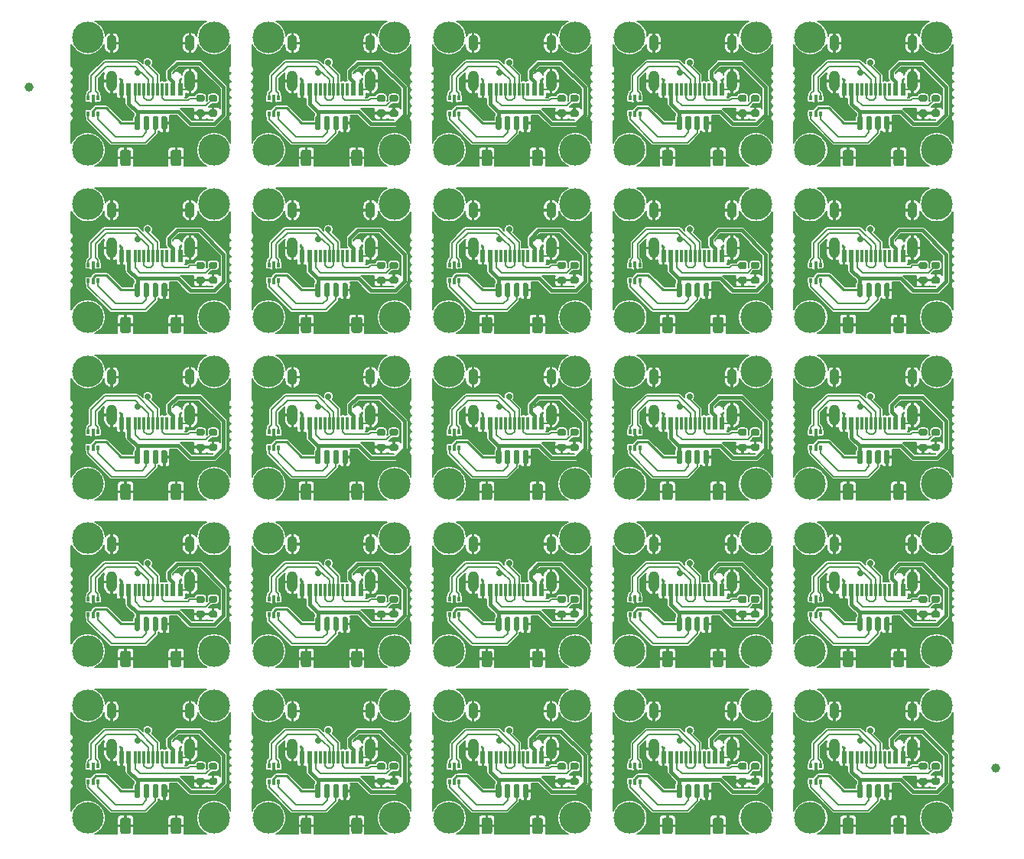
<source format=gtl>
%TF.GenerationSoftware,KiCad,Pcbnew,(5.1.10)-1*%
%TF.CreationDate,2021-07-09T18:34:44+08:00*%
%TF.ProjectId,u1_Warped,75315f57-6172-4706-9564-2e6b69636164,rev?*%
%TF.SameCoordinates,Original*%
%TF.FileFunction,Copper,L1,Top*%
%TF.FilePolarity,Positive*%
%FSLAX46Y46*%
G04 Gerber Fmt 4.6, Leading zero omitted, Abs format (unit mm)*
G04 Created by KiCad (PCBNEW (5.1.10)-1) date 2021-07-09 18:34:44*
%MOMM*%
%LPD*%
G01*
G04 APERTURE LIST*
%TA.AperFunction,ComponentPad*%
%ADD10C,3.500000*%
%TD*%
%TA.AperFunction,SMDPad,CuDef*%
%ADD11C,1.000000*%
%TD*%
%TA.AperFunction,SMDPad,CuDef*%
%ADD12R,0.375000X0.500000*%
%TD*%
%TA.AperFunction,SMDPad,CuDef*%
%ADD13R,0.300000X0.650000*%
%TD*%
%TA.AperFunction,ComponentPad*%
%ADD14O,1.100000X1.800000*%
%TD*%
%TA.AperFunction,ComponentPad*%
%ADD15O,1.200000X2.300000*%
%TD*%
%TA.AperFunction,SMDPad,CuDef*%
%ADD16R,0.300000X1.450000*%
%TD*%
%TA.AperFunction,SMDPad,CuDef*%
%ADD17R,0.600000X1.450000*%
%TD*%
%TA.AperFunction,ViaPad*%
%ADD18C,0.700000*%
%TD*%
%TA.AperFunction,Conductor*%
%ADD19C,0.250000*%
%TD*%
%TA.AperFunction,Conductor*%
%ADD20C,0.200000*%
%TD*%
%TA.AperFunction,Conductor*%
%ADD21C,0.300000*%
%TD*%
%TA.AperFunction,Conductor*%
%ADD22C,0.400000*%
%TD*%
%TA.AperFunction,Conductor*%
%ADD23C,0.127000*%
%TD*%
%TA.AperFunction,Conductor*%
%ADD24C,0.100000*%
%TD*%
G04 APERTURE END LIST*
D10*
%TO.P,REF\u002A\u002A,1*%
%TO.N,N/C*%
X127000000Y-111000000D03*
%TD*%
%TO.P,REF\u002A\u002A,1*%
%TO.N,N/C*%
X107000000Y-111000000D03*
%TD*%
%TO.P,REF\u002A\u002A,1*%
%TO.N,N/C*%
X87000000Y-111000000D03*
%TD*%
%TO.P,REF\u002A\u002A,1*%
%TO.N,N/C*%
X67000000Y-111000000D03*
%TD*%
%TO.P,REF\u002A\u002A,1*%
%TO.N,N/C*%
X47000000Y-111000000D03*
%TD*%
%TO.P,REF\u002A\u002A,1*%
%TO.N,N/C*%
X127000000Y-92500000D03*
%TD*%
%TO.P,REF\u002A\u002A,1*%
%TO.N,N/C*%
X107000000Y-92500000D03*
%TD*%
%TO.P,REF\u002A\u002A,1*%
%TO.N,N/C*%
X87000000Y-92500000D03*
%TD*%
%TO.P,REF\u002A\u002A,1*%
%TO.N,N/C*%
X67000000Y-92500000D03*
%TD*%
%TO.P,REF\u002A\u002A,1*%
%TO.N,N/C*%
X47000000Y-92500000D03*
%TD*%
%TO.P,REF\u002A\u002A,1*%
%TO.N,N/C*%
X127000000Y-74000000D03*
%TD*%
%TO.P,REF\u002A\u002A,1*%
%TO.N,N/C*%
X107000000Y-74000000D03*
%TD*%
%TO.P,REF\u002A\u002A,1*%
%TO.N,N/C*%
X87000000Y-74000000D03*
%TD*%
%TO.P,REF\u002A\u002A,1*%
%TO.N,N/C*%
X67000000Y-74000000D03*
%TD*%
%TO.P,REF\u002A\u002A,1*%
%TO.N,N/C*%
X47000000Y-74000000D03*
%TD*%
%TO.P,REF\u002A\u002A,1*%
%TO.N,N/C*%
X127000000Y-55500000D03*
%TD*%
%TO.P,REF\u002A\u002A,1*%
%TO.N,N/C*%
X107000000Y-55500000D03*
%TD*%
%TO.P,REF\u002A\u002A,1*%
%TO.N,N/C*%
X87000000Y-55500000D03*
%TD*%
%TO.P,REF\u002A\u002A,1*%
%TO.N,N/C*%
X67000000Y-55500000D03*
%TD*%
%TO.P,REF\u002A\u002A,1*%
%TO.N,N/C*%
X47000000Y-55500000D03*
%TD*%
%TO.P,REF\u002A\u002A,1*%
%TO.N,N/C*%
X127000000Y-37000000D03*
%TD*%
%TO.P,REF\u002A\u002A,1*%
%TO.N,N/C*%
X107000000Y-37000000D03*
%TD*%
%TO.P,REF\u002A\u002A,1*%
%TO.N,N/C*%
X87000000Y-37000000D03*
%TD*%
%TO.P,REF\u002A\u002A,1*%
%TO.N,N/C*%
X67000000Y-37000000D03*
%TD*%
%TO.P,REF\u002A\u002A,1*%
%TO.N,N/C*%
X141000000Y-111000000D03*
%TD*%
%TO.P,REF\u002A\u002A,1*%
%TO.N,N/C*%
X121000000Y-111000000D03*
%TD*%
%TO.P,REF\u002A\u002A,1*%
%TO.N,N/C*%
X101000000Y-111000000D03*
%TD*%
%TO.P,REF\u002A\u002A,1*%
%TO.N,N/C*%
X81000000Y-111000000D03*
%TD*%
%TO.P,REF\u002A\u002A,1*%
%TO.N,N/C*%
X61000000Y-111000000D03*
%TD*%
%TO.P,REF\u002A\u002A,1*%
%TO.N,N/C*%
X141000000Y-92500000D03*
%TD*%
%TO.P,REF\u002A\u002A,1*%
%TO.N,N/C*%
X121000000Y-92500000D03*
%TD*%
%TO.P,REF\u002A\u002A,1*%
%TO.N,N/C*%
X101000000Y-92500000D03*
%TD*%
%TO.P,REF\u002A\u002A,1*%
%TO.N,N/C*%
X81000000Y-92500000D03*
%TD*%
%TO.P,REF\u002A\u002A,1*%
%TO.N,N/C*%
X61000000Y-92500000D03*
%TD*%
%TO.P,REF\u002A\u002A,1*%
%TO.N,N/C*%
X141000000Y-74000000D03*
%TD*%
%TO.P,REF\u002A\u002A,1*%
%TO.N,N/C*%
X121000000Y-74000000D03*
%TD*%
%TO.P,REF\u002A\u002A,1*%
%TO.N,N/C*%
X101000000Y-74000000D03*
%TD*%
%TO.P,REF\u002A\u002A,1*%
%TO.N,N/C*%
X81000000Y-74000000D03*
%TD*%
%TO.P,REF\u002A\u002A,1*%
%TO.N,N/C*%
X61000000Y-74000000D03*
%TD*%
%TO.P,REF\u002A\u002A,1*%
%TO.N,N/C*%
X141000000Y-55500000D03*
%TD*%
%TO.P,REF\u002A\u002A,1*%
%TO.N,N/C*%
X121000000Y-55500000D03*
%TD*%
%TO.P,REF\u002A\u002A,1*%
%TO.N,N/C*%
X101000000Y-55500000D03*
%TD*%
%TO.P,REF\u002A\u002A,1*%
%TO.N,N/C*%
X81000000Y-55500000D03*
%TD*%
%TO.P,REF\u002A\u002A,1*%
%TO.N,N/C*%
X61000000Y-55500000D03*
%TD*%
%TO.P,REF\u002A\u002A,1*%
%TO.N,N/C*%
X141000000Y-37000000D03*
%TD*%
%TO.P,REF\u002A\u002A,1*%
%TO.N,N/C*%
X121000000Y-37000000D03*
%TD*%
%TO.P,REF\u002A\u002A,1*%
%TO.N,N/C*%
X101000000Y-37000000D03*
%TD*%
%TO.P,REF\u002A\u002A,1*%
%TO.N,N/C*%
X81000000Y-37000000D03*
%TD*%
%TO.P,REF\u002A\u002A,1*%
%TO.N,N/C*%
X127000000Y-123500000D03*
%TD*%
%TO.P,REF\u002A\u002A,1*%
%TO.N,N/C*%
X107000000Y-123500000D03*
%TD*%
%TO.P,REF\u002A\u002A,1*%
%TO.N,N/C*%
X87000000Y-123500000D03*
%TD*%
%TO.P,REF\u002A\u002A,1*%
%TO.N,N/C*%
X67000000Y-123500000D03*
%TD*%
%TO.P,REF\u002A\u002A,1*%
%TO.N,N/C*%
X47000000Y-123500000D03*
%TD*%
%TO.P,REF\u002A\u002A,1*%
%TO.N,N/C*%
X127000000Y-105000000D03*
%TD*%
%TO.P,REF\u002A\u002A,1*%
%TO.N,N/C*%
X107000000Y-105000000D03*
%TD*%
%TO.P,REF\u002A\u002A,1*%
%TO.N,N/C*%
X87000000Y-105000000D03*
%TD*%
%TO.P,REF\u002A\u002A,1*%
%TO.N,N/C*%
X67000000Y-105000000D03*
%TD*%
%TO.P,REF\u002A\u002A,1*%
%TO.N,N/C*%
X47000000Y-105000000D03*
%TD*%
%TO.P,REF\u002A\u002A,1*%
%TO.N,N/C*%
X127000000Y-86500000D03*
%TD*%
%TO.P,REF\u002A\u002A,1*%
%TO.N,N/C*%
X107000000Y-86500000D03*
%TD*%
%TO.P,REF\u002A\u002A,1*%
%TO.N,N/C*%
X87000000Y-86500000D03*
%TD*%
%TO.P,REF\u002A\u002A,1*%
%TO.N,N/C*%
X67000000Y-86500000D03*
%TD*%
%TO.P,REF\u002A\u002A,1*%
%TO.N,N/C*%
X47000000Y-86500000D03*
%TD*%
%TO.P,REF\u002A\u002A,1*%
%TO.N,N/C*%
X127000000Y-68000000D03*
%TD*%
%TO.P,REF\u002A\u002A,1*%
%TO.N,N/C*%
X107000000Y-68000000D03*
%TD*%
%TO.P,REF\u002A\u002A,1*%
%TO.N,N/C*%
X87000000Y-68000000D03*
%TD*%
%TO.P,REF\u002A\u002A,1*%
%TO.N,N/C*%
X67000000Y-68000000D03*
%TD*%
%TO.P,REF\u002A\u002A,1*%
%TO.N,N/C*%
X47000000Y-68000000D03*
%TD*%
%TO.P,REF\u002A\u002A,1*%
%TO.N,N/C*%
X127000000Y-49500000D03*
%TD*%
%TO.P,REF\u002A\u002A,1*%
%TO.N,N/C*%
X107000000Y-49500000D03*
%TD*%
%TO.P,REF\u002A\u002A,1*%
%TO.N,N/C*%
X87000000Y-49500000D03*
%TD*%
%TO.P,REF\u002A\u002A,1*%
%TO.N,N/C*%
X67000000Y-49500000D03*
%TD*%
%TO.P,REF\u002A\u002A,1*%
%TO.N,N/C*%
X141000000Y-123500000D03*
%TD*%
%TO.P,REF\u002A\u002A,1*%
%TO.N,N/C*%
X121000000Y-123500000D03*
%TD*%
%TO.P,REF\u002A\u002A,1*%
%TO.N,N/C*%
X101000000Y-123500000D03*
%TD*%
%TO.P,REF\u002A\u002A,1*%
%TO.N,N/C*%
X81000000Y-123500000D03*
%TD*%
%TO.P,REF\u002A\u002A,1*%
%TO.N,N/C*%
X61000000Y-123500000D03*
%TD*%
%TO.P,REF\u002A\u002A,1*%
%TO.N,N/C*%
X141000000Y-105000000D03*
%TD*%
%TO.P,REF\u002A\u002A,1*%
%TO.N,N/C*%
X121000000Y-105000000D03*
%TD*%
%TO.P,REF\u002A\u002A,1*%
%TO.N,N/C*%
X101000000Y-105000000D03*
%TD*%
%TO.P,REF\u002A\u002A,1*%
%TO.N,N/C*%
X81000000Y-105000000D03*
%TD*%
%TO.P,REF\u002A\u002A,1*%
%TO.N,N/C*%
X61000000Y-105000000D03*
%TD*%
%TO.P,REF\u002A\u002A,1*%
%TO.N,N/C*%
X141000000Y-86500000D03*
%TD*%
%TO.P,REF\u002A\u002A,1*%
%TO.N,N/C*%
X121000000Y-86500000D03*
%TD*%
%TO.P,REF\u002A\u002A,1*%
%TO.N,N/C*%
X101000000Y-86500000D03*
%TD*%
%TO.P,REF\u002A\u002A,1*%
%TO.N,N/C*%
X81000000Y-86500000D03*
%TD*%
%TO.P,REF\u002A\u002A,1*%
%TO.N,N/C*%
X61000000Y-86500000D03*
%TD*%
%TO.P,REF\u002A\u002A,1*%
%TO.N,N/C*%
X141000000Y-68000000D03*
%TD*%
%TO.P,REF\u002A\u002A,1*%
%TO.N,N/C*%
X121000000Y-68000000D03*
%TD*%
%TO.P,REF\u002A\u002A,1*%
%TO.N,N/C*%
X101000000Y-68000000D03*
%TD*%
%TO.P,REF\u002A\u002A,1*%
%TO.N,N/C*%
X81000000Y-68000000D03*
%TD*%
%TO.P,REF\u002A\u002A,1*%
%TO.N,N/C*%
X61000000Y-68000000D03*
%TD*%
%TO.P,REF\u002A\u002A,1*%
%TO.N,N/C*%
X141000000Y-49500000D03*
%TD*%
%TO.P,REF\u002A\u002A,1*%
%TO.N,N/C*%
X121000000Y-49500000D03*
%TD*%
%TO.P,REF\u002A\u002A,1*%
%TO.N,N/C*%
X101000000Y-49500000D03*
%TD*%
%TO.P,REF\u002A\u002A,1*%
%TO.N,N/C*%
X81000000Y-49500000D03*
%TD*%
%TO.P,REF\u002A\u002A,1*%
%TO.N,N/C*%
X61000000Y-49500000D03*
%TD*%
%TO.P,REF\u002A\u002A,1*%
%TO.N,N/C*%
X47000000Y-49500000D03*
%TD*%
%TO.P,REF\u002A\u002A,1*%
%TO.N,N/C*%
X61000000Y-37000000D03*
%TD*%
%TO.P,REF\u002A\u002A,1*%
%TO.N,N/C*%
X47000000Y-37000000D03*
%TD*%
D11*
%TO.P,REF\u002A\u002A,*%
%TO.N,*%
X147500000Y-118000000D03*
%TD*%
%TO.P,REF\u002A\u002A,*%
%TO.N,*%
X40500000Y-42500000D03*
%TD*%
%TO.P,R2,1*%
%TO.N,GND*%
%TA.AperFunction,SMDPad,CuDef*%
G36*
G01*
X141175000Y-119825000D02*
X140625000Y-119825000D01*
G75*
G02*
X140425000Y-119625000I0J200000D01*
G01*
X140425000Y-119225000D01*
G75*
G02*
X140625000Y-119025000I200000J0D01*
G01*
X141175000Y-119025000D01*
G75*
G02*
X141375000Y-119225000I0J-200000D01*
G01*
X141375000Y-119625000D01*
G75*
G02*
X141175000Y-119825000I-200000J0D01*
G01*
G37*
%TD.AperFunction*%
%TO.P,R2,2*%
%TO.N,Net-(J1-PadB5)*%
%TA.AperFunction,SMDPad,CuDef*%
G36*
G01*
X141175000Y-118175000D02*
X140625000Y-118175000D01*
G75*
G02*
X140425000Y-117975000I0J200000D01*
G01*
X140425000Y-117575000D01*
G75*
G02*
X140625000Y-117375000I200000J0D01*
G01*
X141175000Y-117375000D01*
G75*
G02*
X141375000Y-117575000I0J-200000D01*
G01*
X141375000Y-117975000D01*
G75*
G02*
X141175000Y-118175000I-200000J0D01*
G01*
G37*
%TD.AperFunction*%
%TD*%
%TO.P,R2,1*%
%TO.N,GND*%
%TA.AperFunction,SMDPad,CuDef*%
G36*
G01*
X121175000Y-119825000D02*
X120625000Y-119825000D01*
G75*
G02*
X120425000Y-119625000I0J200000D01*
G01*
X120425000Y-119225000D01*
G75*
G02*
X120625000Y-119025000I200000J0D01*
G01*
X121175000Y-119025000D01*
G75*
G02*
X121375000Y-119225000I0J-200000D01*
G01*
X121375000Y-119625000D01*
G75*
G02*
X121175000Y-119825000I-200000J0D01*
G01*
G37*
%TD.AperFunction*%
%TO.P,R2,2*%
%TO.N,Net-(J1-PadB5)*%
%TA.AperFunction,SMDPad,CuDef*%
G36*
G01*
X121175000Y-118175000D02*
X120625000Y-118175000D01*
G75*
G02*
X120425000Y-117975000I0J200000D01*
G01*
X120425000Y-117575000D01*
G75*
G02*
X120625000Y-117375000I200000J0D01*
G01*
X121175000Y-117375000D01*
G75*
G02*
X121375000Y-117575000I0J-200000D01*
G01*
X121375000Y-117975000D01*
G75*
G02*
X121175000Y-118175000I-200000J0D01*
G01*
G37*
%TD.AperFunction*%
%TD*%
%TO.P,R2,1*%
%TO.N,GND*%
%TA.AperFunction,SMDPad,CuDef*%
G36*
G01*
X101175000Y-119825000D02*
X100625000Y-119825000D01*
G75*
G02*
X100425000Y-119625000I0J200000D01*
G01*
X100425000Y-119225000D01*
G75*
G02*
X100625000Y-119025000I200000J0D01*
G01*
X101175000Y-119025000D01*
G75*
G02*
X101375000Y-119225000I0J-200000D01*
G01*
X101375000Y-119625000D01*
G75*
G02*
X101175000Y-119825000I-200000J0D01*
G01*
G37*
%TD.AperFunction*%
%TO.P,R2,2*%
%TO.N,Net-(J1-PadB5)*%
%TA.AperFunction,SMDPad,CuDef*%
G36*
G01*
X101175000Y-118175000D02*
X100625000Y-118175000D01*
G75*
G02*
X100425000Y-117975000I0J200000D01*
G01*
X100425000Y-117575000D01*
G75*
G02*
X100625000Y-117375000I200000J0D01*
G01*
X101175000Y-117375000D01*
G75*
G02*
X101375000Y-117575000I0J-200000D01*
G01*
X101375000Y-117975000D01*
G75*
G02*
X101175000Y-118175000I-200000J0D01*
G01*
G37*
%TD.AperFunction*%
%TD*%
%TO.P,R2,1*%
%TO.N,GND*%
%TA.AperFunction,SMDPad,CuDef*%
G36*
G01*
X81175000Y-119825000D02*
X80625000Y-119825000D01*
G75*
G02*
X80425000Y-119625000I0J200000D01*
G01*
X80425000Y-119225000D01*
G75*
G02*
X80625000Y-119025000I200000J0D01*
G01*
X81175000Y-119025000D01*
G75*
G02*
X81375000Y-119225000I0J-200000D01*
G01*
X81375000Y-119625000D01*
G75*
G02*
X81175000Y-119825000I-200000J0D01*
G01*
G37*
%TD.AperFunction*%
%TO.P,R2,2*%
%TO.N,Net-(J1-PadB5)*%
%TA.AperFunction,SMDPad,CuDef*%
G36*
G01*
X81175000Y-118175000D02*
X80625000Y-118175000D01*
G75*
G02*
X80425000Y-117975000I0J200000D01*
G01*
X80425000Y-117575000D01*
G75*
G02*
X80625000Y-117375000I200000J0D01*
G01*
X81175000Y-117375000D01*
G75*
G02*
X81375000Y-117575000I0J-200000D01*
G01*
X81375000Y-117975000D01*
G75*
G02*
X81175000Y-118175000I-200000J0D01*
G01*
G37*
%TD.AperFunction*%
%TD*%
%TO.P,R2,1*%
%TO.N,GND*%
%TA.AperFunction,SMDPad,CuDef*%
G36*
G01*
X61175000Y-119825000D02*
X60625000Y-119825000D01*
G75*
G02*
X60425000Y-119625000I0J200000D01*
G01*
X60425000Y-119225000D01*
G75*
G02*
X60625000Y-119025000I200000J0D01*
G01*
X61175000Y-119025000D01*
G75*
G02*
X61375000Y-119225000I0J-200000D01*
G01*
X61375000Y-119625000D01*
G75*
G02*
X61175000Y-119825000I-200000J0D01*
G01*
G37*
%TD.AperFunction*%
%TO.P,R2,2*%
%TO.N,Net-(J1-PadB5)*%
%TA.AperFunction,SMDPad,CuDef*%
G36*
G01*
X61175000Y-118175000D02*
X60625000Y-118175000D01*
G75*
G02*
X60425000Y-117975000I0J200000D01*
G01*
X60425000Y-117575000D01*
G75*
G02*
X60625000Y-117375000I200000J0D01*
G01*
X61175000Y-117375000D01*
G75*
G02*
X61375000Y-117575000I0J-200000D01*
G01*
X61375000Y-117975000D01*
G75*
G02*
X61175000Y-118175000I-200000J0D01*
G01*
G37*
%TD.AperFunction*%
%TD*%
%TO.P,R2,1*%
%TO.N,GND*%
%TA.AperFunction,SMDPad,CuDef*%
G36*
G01*
X141175000Y-101325000D02*
X140625000Y-101325000D01*
G75*
G02*
X140425000Y-101125000I0J200000D01*
G01*
X140425000Y-100725000D01*
G75*
G02*
X140625000Y-100525000I200000J0D01*
G01*
X141175000Y-100525000D01*
G75*
G02*
X141375000Y-100725000I0J-200000D01*
G01*
X141375000Y-101125000D01*
G75*
G02*
X141175000Y-101325000I-200000J0D01*
G01*
G37*
%TD.AperFunction*%
%TO.P,R2,2*%
%TO.N,Net-(J1-PadB5)*%
%TA.AperFunction,SMDPad,CuDef*%
G36*
G01*
X141175000Y-99675000D02*
X140625000Y-99675000D01*
G75*
G02*
X140425000Y-99475000I0J200000D01*
G01*
X140425000Y-99075000D01*
G75*
G02*
X140625000Y-98875000I200000J0D01*
G01*
X141175000Y-98875000D01*
G75*
G02*
X141375000Y-99075000I0J-200000D01*
G01*
X141375000Y-99475000D01*
G75*
G02*
X141175000Y-99675000I-200000J0D01*
G01*
G37*
%TD.AperFunction*%
%TD*%
%TO.P,R2,1*%
%TO.N,GND*%
%TA.AperFunction,SMDPad,CuDef*%
G36*
G01*
X121175000Y-101325000D02*
X120625000Y-101325000D01*
G75*
G02*
X120425000Y-101125000I0J200000D01*
G01*
X120425000Y-100725000D01*
G75*
G02*
X120625000Y-100525000I200000J0D01*
G01*
X121175000Y-100525000D01*
G75*
G02*
X121375000Y-100725000I0J-200000D01*
G01*
X121375000Y-101125000D01*
G75*
G02*
X121175000Y-101325000I-200000J0D01*
G01*
G37*
%TD.AperFunction*%
%TO.P,R2,2*%
%TO.N,Net-(J1-PadB5)*%
%TA.AperFunction,SMDPad,CuDef*%
G36*
G01*
X121175000Y-99675000D02*
X120625000Y-99675000D01*
G75*
G02*
X120425000Y-99475000I0J200000D01*
G01*
X120425000Y-99075000D01*
G75*
G02*
X120625000Y-98875000I200000J0D01*
G01*
X121175000Y-98875000D01*
G75*
G02*
X121375000Y-99075000I0J-200000D01*
G01*
X121375000Y-99475000D01*
G75*
G02*
X121175000Y-99675000I-200000J0D01*
G01*
G37*
%TD.AperFunction*%
%TD*%
%TO.P,R2,1*%
%TO.N,GND*%
%TA.AperFunction,SMDPad,CuDef*%
G36*
G01*
X101175000Y-101325000D02*
X100625000Y-101325000D01*
G75*
G02*
X100425000Y-101125000I0J200000D01*
G01*
X100425000Y-100725000D01*
G75*
G02*
X100625000Y-100525000I200000J0D01*
G01*
X101175000Y-100525000D01*
G75*
G02*
X101375000Y-100725000I0J-200000D01*
G01*
X101375000Y-101125000D01*
G75*
G02*
X101175000Y-101325000I-200000J0D01*
G01*
G37*
%TD.AperFunction*%
%TO.P,R2,2*%
%TO.N,Net-(J1-PadB5)*%
%TA.AperFunction,SMDPad,CuDef*%
G36*
G01*
X101175000Y-99675000D02*
X100625000Y-99675000D01*
G75*
G02*
X100425000Y-99475000I0J200000D01*
G01*
X100425000Y-99075000D01*
G75*
G02*
X100625000Y-98875000I200000J0D01*
G01*
X101175000Y-98875000D01*
G75*
G02*
X101375000Y-99075000I0J-200000D01*
G01*
X101375000Y-99475000D01*
G75*
G02*
X101175000Y-99675000I-200000J0D01*
G01*
G37*
%TD.AperFunction*%
%TD*%
%TO.P,R2,1*%
%TO.N,GND*%
%TA.AperFunction,SMDPad,CuDef*%
G36*
G01*
X81175000Y-101325000D02*
X80625000Y-101325000D01*
G75*
G02*
X80425000Y-101125000I0J200000D01*
G01*
X80425000Y-100725000D01*
G75*
G02*
X80625000Y-100525000I200000J0D01*
G01*
X81175000Y-100525000D01*
G75*
G02*
X81375000Y-100725000I0J-200000D01*
G01*
X81375000Y-101125000D01*
G75*
G02*
X81175000Y-101325000I-200000J0D01*
G01*
G37*
%TD.AperFunction*%
%TO.P,R2,2*%
%TO.N,Net-(J1-PadB5)*%
%TA.AperFunction,SMDPad,CuDef*%
G36*
G01*
X81175000Y-99675000D02*
X80625000Y-99675000D01*
G75*
G02*
X80425000Y-99475000I0J200000D01*
G01*
X80425000Y-99075000D01*
G75*
G02*
X80625000Y-98875000I200000J0D01*
G01*
X81175000Y-98875000D01*
G75*
G02*
X81375000Y-99075000I0J-200000D01*
G01*
X81375000Y-99475000D01*
G75*
G02*
X81175000Y-99675000I-200000J0D01*
G01*
G37*
%TD.AperFunction*%
%TD*%
%TO.P,R2,1*%
%TO.N,GND*%
%TA.AperFunction,SMDPad,CuDef*%
G36*
G01*
X61175000Y-101325000D02*
X60625000Y-101325000D01*
G75*
G02*
X60425000Y-101125000I0J200000D01*
G01*
X60425000Y-100725000D01*
G75*
G02*
X60625000Y-100525000I200000J0D01*
G01*
X61175000Y-100525000D01*
G75*
G02*
X61375000Y-100725000I0J-200000D01*
G01*
X61375000Y-101125000D01*
G75*
G02*
X61175000Y-101325000I-200000J0D01*
G01*
G37*
%TD.AperFunction*%
%TO.P,R2,2*%
%TO.N,Net-(J1-PadB5)*%
%TA.AperFunction,SMDPad,CuDef*%
G36*
G01*
X61175000Y-99675000D02*
X60625000Y-99675000D01*
G75*
G02*
X60425000Y-99475000I0J200000D01*
G01*
X60425000Y-99075000D01*
G75*
G02*
X60625000Y-98875000I200000J0D01*
G01*
X61175000Y-98875000D01*
G75*
G02*
X61375000Y-99075000I0J-200000D01*
G01*
X61375000Y-99475000D01*
G75*
G02*
X61175000Y-99675000I-200000J0D01*
G01*
G37*
%TD.AperFunction*%
%TD*%
%TO.P,R2,1*%
%TO.N,GND*%
%TA.AperFunction,SMDPad,CuDef*%
G36*
G01*
X141175000Y-82825000D02*
X140625000Y-82825000D01*
G75*
G02*
X140425000Y-82625000I0J200000D01*
G01*
X140425000Y-82225000D01*
G75*
G02*
X140625000Y-82025000I200000J0D01*
G01*
X141175000Y-82025000D01*
G75*
G02*
X141375000Y-82225000I0J-200000D01*
G01*
X141375000Y-82625000D01*
G75*
G02*
X141175000Y-82825000I-200000J0D01*
G01*
G37*
%TD.AperFunction*%
%TO.P,R2,2*%
%TO.N,Net-(J1-PadB5)*%
%TA.AperFunction,SMDPad,CuDef*%
G36*
G01*
X141175000Y-81175000D02*
X140625000Y-81175000D01*
G75*
G02*
X140425000Y-80975000I0J200000D01*
G01*
X140425000Y-80575000D01*
G75*
G02*
X140625000Y-80375000I200000J0D01*
G01*
X141175000Y-80375000D01*
G75*
G02*
X141375000Y-80575000I0J-200000D01*
G01*
X141375000Y-80975000D01*
G75*
G02*
X141175000Y-81175000I-200000J0D01*
G01*
G37*
%TD.AperFunction*%
%TD*%
%TO.P,R2,1*%
%TO.N,GND*%
%TA.AperFunction,SMDPad,CuDef*%
G36*
G01*
X121175000Y-82825000D02*
X120625000Y-82825000D01*
G75*
G02*
X120425000Y-82625000I0J200000D01*
G01*
X120425000Y-82225000D01*
G75*
G02*
X120625000Y-82025000I200000J0D01*
G01*
X121175000Y-82025000D01*
G75*
G02*
X121375000Y-82225000I0J-200000D01*
G01*
X121375000Y-82625000D01*
G75*
G02*
X121175000Y-82825000I-200000J0D01*
G01*
G37*
%TD.AperFunction*%
%TO.P,R2,2*%
%TO.N,Net-(J1-PadB5)*%
%TA.AperFunction,SMDPad,CuDef*%
G36*
G01*
X121175000Y-81175000D02*
X120625000Y-81175000D01*
G75*
G02*
X120425000Y-80975000I0J200000D01*
G01*
X120425000Y-80575000D01*
G75*
G02*
X120625000Y-80375000I200000J0D01*
G01*
X121175000Y-80375000D01*
G75*
G02*
X121375000Y-80575000I0J-200000D01*
G01*
X121375000Y-80975000D01*
G75*
G02*
X121175000Y-81175000I-200000J0D01*
G01*
G37*
%TD.AperFunction*%
%TD*%
%TO.P,R2,1*%
%TO.N,GND*%
%TA.AperFunction,SMDPad,CuDef*%
G36*
G01*
X101175000Y-82825000D02*
X100625000Y-82825000D01*
G75*
G02*
X100425000Y-82625000I0J200000D01*
G01*
X100425000Y-82225000D01*
G75*
G02*
X100625000Y-82025000I200000J0D01*
G01*
X101175000Y-82025000D01*
G75*
G02*
X101375000Y-82225000I0J-200000D01*
G01*
X101375000Y-82625000D01*
G75*
G02*
X101175000Y-82825000I-200000J0D01*
G01*
G37*
%TD.AperFunction*%
%TO.P,R2,2*%
%TO.N,Net-(J1-PadB5)*%
%TA.AperFunction,SMDPad,CuDef*%
G36*
G01*
X101175000Y-81175000D02*
X100625000Y-81175000D01*
G75*
G02*
X100425000Y-80975000I0J200000D01*
G01*
X100425000Y-80575000D01*
G75*
G02*
X100625000Y-80375000I200000J0D01*
G01*
X101175000Y-80375000D01*
G75*
G02*
X101375000Y-80575000I0J-200000D01*
G01*
X101375000Y-80975000D01*
G75*
G02*
X101175000Y-81175000I-200000J0D01*
G01*
G37*
%TD.AperFunction*%
%TD*%
%TO.P,R2,1*%
%TO.N,GND*%
%TA.AperFunction,SMDPad,CuDef*%
G36*
G01*
X81175000Y-82825000D02*
X80625000Y-82825000D01*
G75*
G02*
X80425000Y-82625000I0J200000D01*
G01*
X80425000Y-82225000D01*
G75*
G02*
X80625000Y-82025000I200000J0D01*
G01*
X81175000Y-82025000D01*
G75*
G02*
X81375000Y-82225000I0J-200000D01*
G01*
X81375000Y-82625000D01*
G75*
G02*
X81175000Y-82825000I-200000J0D01*
G01*
G37*
%TD.AperFunction*%
%TO.P,R2,2*%
%TO.N,Net-(J1-PadB5)*%
%TA.AperFunction,SMDPad,CuDef*%
G36*
G01*
X81175000Y-81175000D02*
X80625000Y-81175000D01*
G75*
G02*
X80425000Y-80975000I0J200000D01*
G01*
X80425000Y-80575000D01*
G75*
G02*
X80625000Y-80375000I200000J0D01*
G01*
X81175000Y-80375000D01*
G75*
G02*
X81375000Y-80575000I0J-200000D01*
G01*
X81375000Y-80975000D01*
G75*
G02*
X81175000Y-81175000I-200000J0D01*
G01*
G37*
%TD.AperFunction*%
%TD*%
%TO.P,R2,1*%
%TO.N,GND*%
%TA.AperFunction,SMDPad,CuDef*%
G36*
G01*
X61175000Y-82825000D02*
X60625000Y-82825000D01*
G75*
G02*
X60425000Y-82625000I0J200000D01*
G01*
X60425000Y-82225000D01*
G75*
G02*
X60625000Y-82025000I200000J0D01*
G01*
X61175000Y-82025000D01*
G75*
G02*
X61375000Y-82225000I0J-200000D01*
G01*
X61375000Y-82625000D01*
G75*
G02*
X61175000Y-82825000I-200000J0D01*
G01*
G37*
%TD.AperFunction*%
%TO.P,R2,2*%
%TO.N,Net-(J1-PadB5)*%
%TA.AperFunction,SMDPad,CuDef*%
G36*
G01*
X61175000Y-81175000D02*
X60625000Y-81175000D01*
G75*
G02*
X60425000Y-80975000I0J200000D01*
G01*
X60425000Y-80575000D01*
G75*
G02*
X60625000Y-80375000I200000J0D01*
G01*
X61175000Y-80375000D01*
G75*
G02*
X61375000Y-80575000I0J-200000D01*
G01*
X61375000Y-80975000D01*
G75*
G02*
X61175000Y-81175000I-200000J0D01*
G01*
G37*
%TD.AperFunction*%
%TD*%
%TO.P,R2,1*%
%TO.N,GND*%
%TA.AperFunction,SMDPad,CuDef*%
G36*
G01*
X141175000Y-64325000D02*
X140625000Y-64325000D01*
G75*
G02*
X140425000Y-64125000I0J200000D01*
G01*
X140425000Y-63725000D01*
G75*
G02*
X140625000Y-63525000I200000J0D01*
G01*
X141175000Y-63525000D01*
G75*
G02*
X141375000Y-63725000I0J-200000D01*
G01*
X141375000Y-64125000D01*
G75*
G02*
X141175000Y-64325000I-200000J0D01*
G01*
G37*
%TD.AperFunction*%
%TO.P,R2,2*%
%TO.N,Net-(J1-PadB5)*%
%TA.AperFunction,SMDPad,CuDef*%
G36*
G01*
X141175000Y-62675000D02*
X140625000Y-62675000D01*
G75*
G02*
X140425000Y-62475000I0J200000D01*
G01*
X140425000Y-62075000D01*
G75*
G02*
X140625000Y-61875000I200000J0D01*
G01*
X141175000Y-61875000D01*
G75*
G02*
X141375000Y-62075000I0J-200000D01*
G01*
X141375000Y-62475000D01*
G75*
G02*
X141175000Y-62675000I-200000J0D01*
G01*
G37*
%TD.AperFunction*%
%TD*%
%TO.P,R2,1*%
%TO.N,GND*%
%TA.AperFunction,SMDPad,CuDef*%
G36*
G01*
X121175000Y-64325000D02*
X120625000Y-64325000D01*
G75*
G02*
X120425000Y-64125000I0J200000D01*
G01*
X120425000Y-63725000D01*
G75*
G02*
X120625000Y-63525000I200000J0D01*
G01*
X121175000Y-63525000D01*
G75*
G02*
X121375000Y-63725000I0J-200000D01*
G01*
X121375000Y-64125000D01*
G75*
G02*
X121175000Y-64325000I-200000J0D01*
G01*
G37*
%TD.AperFunction*%
%TO.P,R2,2*%
%TO.N,Net-(J1-PadB5)*%
%TA.AperFunction,SMDPad,CuDef*%
G36*
G01*
X121175000Y-62675000D02*
X120625000Y-62675000D01*
G75*
G02*
X120425000Y-62475000I0J200000D01*
G01*
X120425000Y-62075000D01*
G75*
G02*
X120625000Y-61875000I200000J0D01*
G01*
X121175000Y-61875000D01*
G75*
G02*
X121375000Y-62075000I0J-200000D01*
G01*
X121375000Y-62475000D01*
G75*
G02*
X121175000Y-62675000I-200000J0D01*
G01*
G37*
%TD.AperFunction*%
%TD*%
%TO.P,R2,1*%
%TO.N,GND*%
%TA.AperFunction,SMDPad,CuDef*%
G36*
G01*
X101175000Y-64325000D02*
X100625000Y-64325000D01*
G75*
G02*
X100425000Y-64125000I0J200000D01*
G01*
X100425000Y-63725000D01*
G75*
G02*
X100625000Y-63525000I200000J0D01*
G01*
X101175000Y-63525000D01*
G75*
G02*
X101375000Y-63725000I0J-200000D01*
G01*
X101375000Y-64125000D01*
G75*
G02*
X101175000Y-64325000I-200000J0D01*
G01*
G37*
%TD.AperFunction*%
%TO.P,R2,2*%
%TO.N,Net-(J1-PadB5)*%
%TA.AperFunction,SMDPad,CuDef*%
G36*
G01*
X101175000Y-62675000D02*
X100625000Y-62675000D01*
G75*
G02*
X100425000Y-62475000I0J200000D01*
G01*
X100425000Y-62075000D01*
G75*
G02*
X100625000Y-61875000I200000J0D01*
G01*
X101175000Y-61875000D01*
G75*
G02*
X101375000Y-62075000I0J-200000D01*
G01*
X101375000Y-62475000D01*
G75*
G02*
X101175000Y-62675000I-200000J0D01*
G01*
G37*
%TD.AperFunction*%
%TD*%
%TO.P,R2,1*%
%TO.N,GND*%
%TA.AperFunction,SMDPad,CuDef*%
G36*
G01*
X81175000Y-64325000D02*
X80625000Y-64325000D01*
G75*
G02*
X80425000Y-64125000I0J200000D01*
G01*
X80425000Y-63725000D01*
G75*
G02*
X80625000Y-63525000I200000J0D01*
G01*
X81175000Y-63525000D01*
G75*
G02*
X81375000Y-63725000I0J-200000D01*
G01*
X81375000Y-64125000D01*
G75*
G02*
X81175000Y-64325000I-200000J0D01*
G01*
G37*
%TD.AperFunction*%
%TO.P,R2,2*%
%TO.N,Net-(J1-PadB5)*%
%TA.AperFunction,SMDPad,CuDef*%
G36*
G01*
X81175000Y-62675000D02*
X80625000Y-62675000D01*
G75*
G02*
X80425000Y-62475000I0J200000D01*
G01*
X80425000Y-62075000D01*
G75*
G02*
X80625000Y-61875000I200000J0D01*
G01*
X81175000Y-61875000D01*
G75*
G02*
X81375000Y-62075000I0J-200000D01*
G01*
X81375000Y-62475000D01*
G75*
G02*
X81175000Y-62675000I-200000J0D01*
G01*
G37*
%TD.AperFunction*%
%TD*%
%TO.P,R2,1*%
%TO.N,GND*%
%TA.AperFunction,SMDPad,CuDef*%
G36*
G01*
X61175000Y-64325000D02*
X60625000Y-64325000D01*
G75*
G02*
X60425000Y-64125000I0J200000D01*
G01*
X60425000Y-63725000D01*
G75*
G02*
X60625000Y-63525000I200000J0D01*
G01*
X61175000Y-63525000D01*
G75*
G02*
X61375000Y-63725000I0J-200000D01*
G01*
X61375000Y-64125000D01*
G75*
G02*
X61175000Y-64325000I-200000J0D01*
G01*
G37*
%TD.AperFunction*%
%TO.P,R2,2*%
%TO.N,Net-(J1-PadB5)*%
%TA.AperFunction,SMDPad,CuDef*%
G36*
G01*
X61175000Y-62675000D02*
X60625000Y-62675000D01*
G75*
G02*
X60425000Y-62475000I0J200000D01*
G01*
X60425000Y-62075000D01*
G75*
G02*
X60625000Y-61875000I200000J0D01*
G01*
X61175000Y-61875000D01*
G75*
G02*
X61375000Y-62075000I0J-200000D01*
G01*
X61375000Y-62475000D01*
G75*
G02*
X61175000Y-62675000I-200000J0D01*
G01*
G37*
%TD.AperFunction*%
%TD*%
%TO.P,R2,1*%
%TO.N,GND*%
%TA.AperFunction,SMDPad,CuDef*%
G36*
G01*
X141175000Y-45825000D02*
X140625000Y-45825000D01*
G75*
G02*
X140425000Y-45625000I0J200000D01*
G01*
X140425000Y-45225000D01*
G75*
G02*
X140625000Y-45025000I200000J0D01*
G01*
X141175000Y-45025000D01*
G75*
G02*
X141375000Y-45225000I0J-200000D01*
G01*
X141375000Y-45625000D01*
G75*
G02*
X141175000Y-45825000I-200000J0D01*
G01*
G37*
%TD.AperFunction*%
%TO.P,R2,2*%
%TO.N,Net-(J1-PadB5)*%
%TA.AperFunction,SMDPad,CuDef*%
G36*
G01*
X141175000Y-44175000D02*
X140625000Y-44175000D01*
G75*
G02*
X140425000Y-43975000I0J200000D01*
G01*
X140425000Y-43575000D01*
G75*
G02*
X140625000Y-43375000I200000J0D01*
G01*
X141175000Y-43375000D01*
G75*
G02*
X141375000Y-43575000I0J-200000D01*
G01*
X141375000Y-43975000D01*
G75*
G02*
X141175000Y-44175000I-200000J0D01*
G01*
G37*
%TD.AperFunction*%
%TD*%
%TO.P,R2,1*%
%TO.N,GND*%
%TA.AperFunction,SMDPad,CuDef*%
G36*
G01*
X121175000Y-45825000D02*
X120625000Y-45825000D01*
G75*
G02*
X120425000Y-45625000I0J200000D01*
G01*
X120425000Y-45225000D01*
G75*
G02*
X120625000Y-45025000I200000J0D01*
G01*
X121175000Y-45025000D01*
G75*
G02*
X121375000Y-45225000I0J-200000D01*
G01*
X121375000Y-45625000D01*
G75*
G02*
X121175000Y-45825000I-200000J0D01*
G01*
G37*
%TD.AperFunction*%
%TO.P,R2,2*%
%TO.N,Net-(J1-PadB5)*%
%TA.AperFunction,SMDPad,CuDef*%
G36*
G01*
X121175000Y-44175000D02*
X120625000Y-44175000D01*
G75*
G02*
X120425000Y-43975000I0J200000D01*
G01*
X120425000Y-43575000D01*
G75*
G02*
X120625000Y-43375000I200000J0D01*
G01*
X121175000Y-43375000D01*
G75*
G02*
X121375000Y-43575000I0J-200000D01*
G01*
X121375000Y-43975000D01*
G75*
G02*
X121175000Y-44175000I-200000J0D01*
G01*
G37*
%TD.AperFunction*%
%TD*%
%TO.P,R2,1*%
%TO.N,GND*%
%TA.AperFunction,SMDPad,CuDef*%
G36*
G01*
X101175000Y-45825000D02*
X100625000Y-45825000D01*
G75*
G02*
X100425000Y-45625000I0J200000D01*
G01*
X100425000Y-45225000D01*
G75*
G02*
X100625000Y-45025000I200000J0D01*
G01*
X101175000Y-45025000D01*
G75*
G02*
X101375000Y-45225000I0J-200000D01*
G01*
X101375000Y-45625000D01*
G75*
G02*
X101175000Y-45825000I-200000J0D01*
G01*
G37*
%TD.AperFunction*%
%TO.P,R2,2*%
%TO.N,Net-(J1-PadB5)*%
%TA.AperFunction,SMDPad,CuDef*%
G36*
G01*
X101175000Y-44175000D02*
X100625000Y-44175000D01*
G75*
G02*
X100425000Y-43975000I0J200000D01*
G01*
X100425000Y-43575000D01*
G75*
G02*
X100625000Y-43375000I200000J0D01*
G01*
X101175000Y-43375000D01*
G75*
G02*
X101375000Y-43575000I0J-200000D01*
G01*
X101375000Y-43975000D01*
G75*
G02*
X101175000Y-44175000I-200000J0D01*
G01*
G37*
%TD.AperFunction*%
%TD*%
%TO.P,R2,1*%
%TO.N,GND*%
%TA.AperFunction,SMDPad,CuDef*%
G36*
G01*
X81175000Y-45825000D02*
X80625000Y-45825000D01*
G75*
G02*
X80425000Y-45625000I0J200000D01*
G01*
X80425000Y-45225000D01*
G75*
G02*
X80625000Y-45025000I200000J0D01*
G01*
X81175000Y-45025000D01*
G75*
G02*
X81375000Y-45225000I0J-200000D01*
G01*
X81375000Y-45625000D01*
G75*
G02*
X81175000Y-45825000I-200000J0D01*
G01*
G37*
%TD.AperFunction*%
%TO.P,R2,2*%
%TO.N,Net-(J1-PadB5)*%
%TA.AperFunction,SMDPad,CuDef*%
G36*
G01*
X81175000Y-44175000D02*
X80625000Y-44175000D01*
G75*
G02*
X80425000Y-43975000I0J200000D01*
G01*
X80425000Y-43575000D01*
G75*
G02*
X80625000Y-43375000I200000J0D01*
G01*
X81175000Y-43375000D01*
G75*
G02*
X81375000Y-43575000I0J-200000D01*
G01*
X81375000Y-43975000D01*
G75*
G02*
X81175000Y-44175000I-200000J0D01*
G01*
G37*
%TD.AperFunction*%
%TD*%
%TO.P,R1,2*%
%TO.N,GND*%
%TA.AperFunction,SMDPad,CuDef*%
G36*
G01*
X139225000Y-119025000D02*
X139775000Y-119025000D01*
G75*
G02*
X139975000Y-119225000I0J-200000D01*
G01*
X139975000Y-119625000D01*
G75*
G02*
X139775000Y-119825000I-200000J0D01*
G01*
X139225000Y-119825000D01*
G75*
G02*
X139025000Y-119625000I0J200000D01*
G01*
X139025000Y-119225000D01*
G75*
G02*
X139225000Y-119025000I200000J0D01*
G01*
G37*
%TD.AperFunction*%
%TO.P,R1,1*%
%TO.N,Net-(J1-PadA5)*%
%TA.AperFunction,SMDPad,CuDef*%
G36*
G01*
X139225000Y-117375000D02*
X139775000Y-117375000D01*
G75*
G02*
X139975000Y-117575000I0J-200000D01*
G01*
X139975000Y-117975000D01*
G75*
G02*
X139775000Y-118175000I-200000J0D01*
G01*
X139225000Y-118175000D01*
G75*
G02*
X139025000Y-117975000I0J200000D01*
G01*
X139025000Y-117575000D01*
G75*
G02*
X139225000Y-117375000I200000J0D01*
G01*
G37*
%TD.AperFunction*%
%TD*%
%TO.P,R1,2*%
%TO.N,GND*%
%TA.AperFunction,SMDPad,CuDef*%
G36*
G01*
X119225000Y-119025000D02*
X119775000Y-119025000D01*
G75*
G02*
X119975000Y-119225000I0J-200000D01*
G01*
X119975000Y-119625000D01*
G75*
G02*
X119775000Y-119825000I-200000J0D01*
G01*
X119225000Y-119825000D01*
G75*
G02*
X119025000Y-119625000I0J200000D01*
G01*
X119025000Y-119225000D01*
G75*
G02*
X119225000Y-119025000I200000J0D01*
G01*
G37*
%TD.AperFunction*%
%TO.P,R1,1*%
%TO.N,Net-(J1-PadA5)*%
%TA.AperFunction,SMDPad,CuDef*%
G36*
G01*
X119225000Y-117375000D02*
X119775000Y-117375000D01*
G75*
G02*
X119975000Y-117575000I0J-200000D01*
G01*
X119975000Y-117975000D01*
G75*
G02*
X119775000Y-118175000I-200000J0D01*
G01*
X119225000Y-118175000D01*
G75*
G02*
X119025000Y-117975000I0J200000D01*
G01*
X119025000Y-117575000D01*
G75*
G02*
X119225000Y-117375000I200000J0D01*
G01*
G37*
%TD.AperFunction*%
%TD*%
%TO.P,R1,2*%
%TO.N,GND*%
%TA.AperFunction,SMDPad,CuDef*%
G36*
G01*
X99225000Y-119025000D02*
X99775000Y-119025000D01*
G75*
G02*
X99975000Y-119225000I0J-200000D01*
G01*
X99975000Y-119625000D01*
G75*
G02*
X99775000Y-119825000I-200000J0D01*
G01*
X99225000Y-119825000D01*
G75*
G02*
X99025000Y-119625000I0J200000D01*
G01*
X99025000Y-119225000D01*
G75*
G02*
X99225000Y-119025000I200000J0D01*
G01*
G37*
%TD.AperFunction*%
%TO.P,R1,1*%
%TO.N,Net-(J1-PadA5)*%
%TA.AperFunction,SMDPad,CuDef*%
G36*
G01*
X99225000Y-117375000D02*
X99775000Y-117375000D01*
G75*
G02*
X99975000Y-117575000I0J-200000D01*
G01*
X99975000Y-117975000D01*
G75*
G02*
X99775000Y-118175000I-200000J0D01*
G01*
X99225000Y-118175000D01*
G75*
G02*
X99025000Y-117975000I0J200000D01*
G01*
X99025000Y-117575000D01*
G75*
G02*
X99225000Y-117375000I200000J0D01*
G01*
G37*
%TD.AperFunction*%
%TD*%
%TO.P,R1,2*%
%TO.N,GND*%
%TA.AperFunction,SMDPad,CuDef*%
G36*
G01*
X79225000Y-119025000D02*
X79775000Y-119025000D01*
G75*
G02*
X79975000Y-119225000I0J-200000D01*
G01*
X79975000Y-119625000D01*
G75*
G02*
X79775000Y-119825000I-200000J0D01*
G01*
X79225000Y-119825000D01*
G75*
G02*
X79025000Y-119625000I0J200000D01*
G01*
X79025000Y-119225000D01*
G75*
G02*
X79225000Y-119025000I200000J0D01*
G01*
G37*
%TD.AperFunction*%
%TO.P,R1,1*%
%TO.N,Net-(J1-PadA5)*%
%TA.AperFunction,SMDPad,CuDef*%
G36*
G01*
X79225000Y-117375000D02*
X79775000Y-117375000D01*
G75*
G02*
X79975000Y-117575000I0J-200000D01*
G01*
X79975000Y-117975000D01*
G75*
G02*
X79775000Y-118175000I-200000J0D01*
G01*
X79225000Y-118175000D01*
G75*
G02*
X79025000Y-117975000I0J200000D01*
G01*
X79025000Y-117575000D01*
G75*
G02*
X79225000Y-117375000I200000J0D01*
G01*
G37*
%TD.AperFunction*%
%TD*%
%TO.P,R1,2*%
%TO.N,GND*%
%TA.AperFunction,SMDPad,CuDef*%
G36*
G01*
X59225000Y-119025000D02*
X59775000Y-119025000D01*
G75*
G02*
X59975000Y-119225000I0J-200000D01*
G01*
X59975000Y-119625000D01*
G75*
G02*
X59775000Y-119825000I-200000J0D01*
G01*
X59225000Y-119825000D01*
G75*
G02*
X59025000Y-119625000I0J200000D01*
G01*
X59025000Y-119225000D01*
G75*
G02*
X59225000Y-119025000I200000J0D01*
G01*
G37*
%TD.AperFunction*%
%TO.P,R1,1*%
%TO.N,Net-(J1-PadA5)*%
%TA.AperFunction,SMDPad,CuDef*%
G36*
G01*
X59225000Y-117375000D02*
X59775000Y-117375000D01*
G75*
G02*
X59975000Y-117575000I0J-200000D01*
G01*
X59975000Y-117975000D01*
G75*
G02*
X59775000Y-118175000I-200000J0D01*
G01*
X59225000Y-118175000D01*
G75*
G02*
X59025000Y-117975000I0J200000D01*
G01*
X59025000Y-117575000D01*
G75*
G02*
X59225000Y-117375000I200000J0D01*
G01*
G37*
%TD.AperFunction*%
%TD*%
%TO.P,R1,2*%
%TO.N,GND*%
%TA.AperFunction,SMDPad,CuDef*%
G36*
G01*
X139225000Y-100525000D02*
X139775000Y-100525000D01*
G75*
G02*
X139975000Y-100725000I0J-200000D01*
G01*
X139975000Y-101125000D01*
G75*
G02*
X139775000Y-101325000I-200000J0D01*
G01*
X139225000Y-101325000D01*
G75*
G02*
X139025000Y-101125000I0J200000D01*
G01*
X139025000Y-100725000D01*
G75*
G02*
X139225000Y-100525000I200000J0D01*
G01*
G37*
%TD.AperFunction*%
%TO.P,R1,1*%
%TO.N,Net-(J1-PadA5)*%
%TA.AperFunction,SMDPad,CuDef*%
G36*
G01*
X139225000Y-98875000D02*
X139775000Y-98875000D01*
G75*
G02*
X139975000Y-99075000I0J-200000D01*
G01*
X139975000Y-99475000D01*
G75*
G02*
X139775000Y-99675000I-200000J0D01*
G01*
X139225000Y-99675000D01*
G75*
G02*
X139025000Y-99475000I0J200000D01*
G01*
X139025000Y-99075000D01*
G75*
G02*
X139225000Y-98875000I200000J0D01*
G01*
G37*
%TD.AperFunction*%
%TD*%
%TO.P,R1,2*%
%TO.N,GND*%
%TA.AperFunction,SMDPad,CuDef*%
G36*
G01*
X119225000Y-100525000D02*
X119775000Y-100525000D01*
G75*
G02*
X119975000Y-100725000I0J-200000D01*
G01*
X119975000Y-101125000D01*
G75*
G02*
X119775000Y-101325000I-200000J0D01*
G01*
X119225000Y-101325000D01*
G75*
G02*
X119025000Y-101125000I0J200000D01*
G01*
X119025000Y-100725000D01*
G75*
G02*
X119225000Y-100525000I200000J0D01*
G01*
G37*
%TD.AperFunction*%
%TO.P,R1,1*%
%TO.N,Net-(J1-PadA5)*%
%TA.AperFunction,SMDPad,CuDef*%
G36*
G01*
X119225000Y-98875000D02*
X119775000Y-98875000D01*
G75*
G02*
X119975000Y-99075000I0J-200000D01*
G01*
X119975000Y-99475000D01*
G75*
G02*
X119775000Y-99675000I-200000J0D01*
G01*
X119225000Y-99675000D01*
G75*
G02*
X119025000Y-99475000I0J200000D01*
G01*
X119025000Y-99075000D01*
G75*
G02*
X119225000Y-98875000I200000J0D01*
G01*
G37*
%TD.AperFunction*%
%TD*%
%TO.P,R1,2*%
%TO.N,GND*%
%TA.AperFunction,SMDPad,CuDef*%
G36*
G01*
X99225000Y-100525000D02*
X99775000Y-100525000D01*
G75*
G02*
X99975000Y-100725000I0J-200000D01*
G01*
X99975000Y-101125000D01*
G75*
G02*
X99775000Y-101325000I-200000J0D01*
G01*
X99225000Y-101325000D01*
G75*
G02*
X99025000Y-101125000I0J200000D01*
G01*
X99025000Y-100725000D01*
G75*
G02*
X99225000Y-100525000I200000J0D01*
G01*
G37*
%TD.AperFunction*%
%TO.P,R1,1*%
%TO.N,Net-(J1-PadA5)*%
%TA.AperFunction,SMDPad,CuDef*%
G36*
G01*
X99225000Y-98875000D02*
X99775000Y-98875000D01*
G75*
G02*
X99975000Y-99075000I0J-200000D01*
G01*
X99975000Y-99475000D01*
G75*
G02*
X99775000Y-99675000I-200000J0D01*
G01*
X99225000Y-99675000D01*
G75*
G02*
X99025000Y-99475000I0J200000D01*
G01*
X99025000Y-99075000D01*
G75*
G02*
X99225000Y-98875000I200000J0D01*
G01*
G37*
%TD.AperFunction*%
%TD*%
%TO.P,R1,2*%
%TO.N,GND*%
%TA.AperFunction,SMDPad,CuDef*%
G36*
G01*
X79225000Y-100525000D02*
X79775000Y-100525000D01*
G75*
G02*
X79975000Y-100725000I0J-200000D01*
G01*
X79975000Y-101125000D01*
G75*
G02*
X79775000Y-101325000I-200000J0D01*
G01*
X79225000Y-101325000D01*
G75*
G02*
X79025000Y-101125000I0J200000D01*
G01*
X79025000Y-100725000D01*
G75*
G02*
X79225000Y-100525000I200000J0D01*
G01*
G37*
%TD.AperFunction*%
%TO.P,R1,1*%
%TO.N,Net-(J1-PadA5)*%
%TA.AperFunction,SMDPad,CuDef*%
G36*
G01*
X79225000Y-98875000D02*
X79775000Y-98875000D01*
G75*
G02*
X79975000Y-99075000I0J-200000D01*
G01*
X79975000Y-99475000D01*
G75*
G02*
X79775000Y-99675000I-200000J0D01*
G01*
X79225000Y-99675000D01*
G75*
G02*
X79025000Y-99475000I0J200000D01*
G01*
X79025000Y-99075000D01*
G75*
G02*
X79225000Y-98875000I200000J0D01*
G01*
G37*
%TD.AperFunction*%
%TD*%
%TO.P,R1,2*%
%TO.N,GND*%
%TA.AperFunction,SMDPad,CuDef*%
G36*
G01*
X59225000Y-100525000D02*
X59775000Y-100525000D01*
G75*
G02*
X59975000Y-100725000I0J-200000D01*
G01*
X59975000Y-101125000D01*
G75*
G02*
X59775000Y-101325000I-200000J0D01*
G01*
X59225000Y-101325000D01*
G75*
G02*
X59025000Y-101125000I0J200000D01*
G01*
X59025000Y-100725000D01*
G75*
G02*
X59225000Y-100525000I200000J0D01*
G01*
G37*
%TD.AperFunction*%
%TO.P,R1,1*%
%TO.N,Net-(J1-PadA5)*%
%TA.AperFunction,SMDPad,CuDef*%
G36*
G01*
X59225000Y-98875000D02*
X59775000Y-98875000D01*
G75*
G02*
X59975000Y-99075000I0J-200000D01*
G01*
X59975000Y-99475000D01*
G75*
G02*
X59775000Y-99675000I-200000J0D01*
G01*
X59225000Y-99675000D01*
G75*
G02*
X59025000Y-99475000I0J200000D01*
G01*
X59025000Y-99075000D01*
G75*
G02*
X59225000Y-98875000I200000J0D01*
G01*
G37*
%TD.AperFunction*%
%TD*%
%TO.P,R1,2*%
%TO.N,GND*%
%TA.AperFunction,SMDPad,CuDef*%
G36*
G01*
X139225000Y-82025000D02*
X139775000Y-82025000D01*
G75*
G02*
X139975000Y-82225000I0J-200000D01*
G01*
X139975000Y-82625000D01*
G75*
G02*
X139775000Y-82825000I-200000J0D01*
G01*
X139225000Y-82825000D01*
G75*
G02*
X139025000Y-82625000I0J200000D01*
G01*
X139025000Y-82225000D01*
G75*
G02*
X139225000Y-82025000I200000J0D01*
G01*
G37*
%TD.AperFunction*%
%TO.P,R1,1*%
%TO.N,Net-(J1-PadA5)*%
%TA.AperFunction,SMDPad,CuDef*%
G36*
G01*
X139225000Y-80375000D02*
X139775000Y-80375000D01*
G75*
G02*
X139975000Y-80575000I0J-200000D01*
G01*
X139975000Y-80975000D01*
G75*
G02*
X139775000Y-81175000I-200000J0D01*
G01*
X139225000Y-81175000D01*
G75*
G02*
X139025000Y-80975000I0J200000D01*
G01*
X139025000Y-80575000D01*
G75*
G02*
X139225000Y-80375000I200000J0D01*
G01*
G37*
%TD.AperFunction*%
%TD*%
%TO.P,R1,2*%
%TO.N,GND*%
%TA.AperFunction,SMDPad,CuDef*%
G36*
G01*
X119225000Y-82025000D02*
X119775000Y-82025000D01*
G75*
G02*
X119975000Y-82225000I0J-200000D01*
G01*
X119975000Y-82625000D01*
G75*
G02*
X119775000Y-82825000I-200000J0D01*
G01*
X119225000Y-82825000D01*
G75*
G02*
X119025000Y-82625000I0J200000D01*
G01*
X119025000Y-82225000D01*
G75*
G02*
X119225000Y-82025000I200000J0D01*
G01*
G37*
%TD.AperFunction*%
%TO.P,R1,1*%
%TO.N,Net-(J1-PadA5)*%
%TA.AperFunction,SMDPad,CuDef*%
G36*
G01*
X119225000Y-80375000D02*
X119775000Y-80375000D01*
G75*
G02*
X119975000Y-80575000I0J-200000D01*
G01*
X119975000Y-80975000D01*
G75*
G02*
X119775000Y-81175000I-200000J0D01*
G01*
X119225000Y-81175000D01*
G75*
G02*
X119025000Y-80975000I0J200000D01*
G01*
X119025000Y-80575000D01*
G75*
G02*
X119225000Y-80375000I200000J0D01*
G01*
G37*
%TD.AperFunction*%
%TD*%
%TO.P,R1,2*%
%TO.N,GND*%
%TA.AperFunction,SMDPad,CuDef*%
G36*
G01*
X99225000Y-82025000D02*
X99775000Y-82025000D01*
G75*
G02*
X99975000Y-82225000I0J-200000D01*
G01*
X99975000Y-82625000D01*
G75*
G02*
X99775000Y-82825000I-200000J0D01*
G01*
X99225000Y-82825000D01*
G75*
G02*
X99025000Y-82625000I0J200000D01*
G01*
X99025000Y-82225000D01*
G75*
G02*
X99225000Y-82025000I200000J0D01*
G01*
G37*
%TD.AperFunction*%
%TO.P,R1,1*%
%TO.N,Net-(J1-PadA5)*%
%TA.AperFunction,SMDPad,CuDef*%
G36*
G01*
X99225000Y-80375000D02*
X99775000Y-80375000D01*
G75*
G02*
X99975000Y-80575000I0J-200000D01*
G01*
X99975000Y-80975000D01*
G75*
G02*
X99775000Y-81175000I-200000J0D01*
G01*
X99225000Y-81175000D01*
G75*
G02*
X99025000Y-80975000I0J200000D01*
G01*
X99025000Y-80575000D01*
G75*
G02*
X99225000Y-80375000I200000J0D01*
G01*
G37*
%TD.AperFunction*%
%TD*%
%TO.P,R1,2*%
%TO.N,GND*%
%TA.AperFunction,SMDPad,CuDef*%
G36*
G01*
X79225000Y-82025000D02*
X79775000Y-82025000D01*
G75*
G02*
X79975000Y-82225000I0J-200000D01*
G01*
X79975000Y-82625000D01*
G75*
G02*
X79775000Y-82825000I-200000J0D01*
G01*
X79225000Y-82825000D01*
G75*
G02*
X79025000Y-82625000I0J200000D01*
G01*
X79025000Y-82225000D01*
G75*
G02*
X79225000Y-82025000I200000J0D01*
G01*
G37*
%TD.AperFunction*%
%TO.P,R1,1*%
%TO.N,Net-(J1-PadA5)*%
%TA.AperFunction,SMDPad,CuDef*%
G36*
G01*
X79225000Y-80375000D02*
X79775000Y-80375000D01*
G75*
G02*
X79975000Y-80575000I0J-200000D01*
G01*
X79975000Y-80975000D01*
G75*
G02*
X79775000Y-81175000I-200000J0D01*
G01*
X79225000Y-81175000D01*
G75*
G02*
X79025000Y-80975000I0J200000D01*
G01*
X79025000Y-80575000D01*
G75*
G02*
X79225000Y-80375000I200000J0D01*
G01*
G37*
%TD.AperFunction*%
%TD*%
%TO.P,R1,2*%
%TO.N,GND*%
%TA.AperFunction,SMDPad,CuDef*%
G36*
G01*
X59225000Y-82025000D02*
X59775000Y-82025000D01*
G75*
G02*
X59975000Y-82225000I0J-200000D01*
G01*
X59975000Y-82625000D01*
G75*
G02*
X59775000Y-82825000I-200000J0D01*
G01*
X59225000Y-82825000D01*
G75*
G02*
X59025000Y-82625000I0J200000D01*
G01*
X59025000Y-82225000D01*
G75*
G02*
X59225000Y-82025000I200000J0D01*
G01*
G37*
%TD.AperFunction*%
%TO.P,R1,1*%
%TO.N,Net-(J1-PadA5)*%
%TA.AperFunction,SMDPad,CuDef*%
G36*
G01*
X59225000Y-80375000D02*
X59775000Y-80375000D01*
G75*
G02*
X59975000Y-80575000I0J-200000D01*
G01*
X59975000Y-80975000D01*
G75*
G02*
X59775000Y-81175000I-200000J0D01*
G01*
X59225000Y-81175000D01*
G75*
G02*
X59025000Y-80975000I0J200000D01*
G01*
X59025000Y-80575000D01*
G75*
G02*
X59225000Y-80375000I200000J0D01*
G01*
G37*
%TD.AperFunction*%
%TD*%
%TO.P,R1,2*%
%TO.N,GND*%
%TA.AperFunction,SMDPad,CuDef*%
G36*
G01*
X139225000Y-63525000D02*
X139775000Y-63525000D01*
G75*
G02*
X139975000Y-63725000I0J-200000D01*
G01*
X139975000Y-64125000D01*
G75*
G02*
X139775000Y-64325000I-200000J0D01*
G01*
X139225000Y-64325000D01*
G75*
G02*
X139025000Y-64125000I0J200000D01*
G01*
X139025000Y-63725000D01*
G75*
G02*
X139225000Y-63525000I200000J0D01*
G01*
G37*
%TD.AperFunction*%
%TO.P,R1,1*%
%TO.N,Net-(J1-PadA5)*%
%TA.AperFunction,SMDPad,CuDef*%
G36*
G01*
X139225000Y-61875000D02*
X139775000Y-61875000D01*
G75*
G02*
X139975000Y-62075000I0J-200000D01*
G01*
X139975000Y-62475000D01*
G75*
G02*
X139775000Y-62675000I-200000J0D01*
G01*
X139225000Y-62675000D01*
G75*
G02*
X139025000Y-62475000I0J200000D01*
G01*
X139025000Y-62075000D01*
G75*
G02*
X139225000Y-61875000I200000J0D01*
G01*
G37*
%TD.AperFunction*%
%TD*%
%TO.P,R1,2*%
%TO.N,GND*%
%TA.AperFunction,SMDPad,CuDef*%
G36*
G01*
X119225000Y-63525000D02*
X119775000Y-63525000D01*
G75*
G02*
X119975000Y-63725000I0J-200000D01*
G01*
X119975000Y-64125000D01*
G75*
G02*
X119775000Y-64325000I-200000J0D01*
G01*
X119225000Y-64325000D01*
G75*
G02*
X119025000Y-64125000I0J200000D01*
G01*
X119025000Y-63725000D01*
G75*
G02*
X119225000Y-63525000I200000J0D01*
G01*
G37*
%TD.AperFunction*%
%TO.P,R1,1*%
%TO.N,Net-(J1-PadA5)*%
%TA.AperFunction,SMDPad,CuDef*%
G36*
G01*
X119225000Y-61875000D02*
X119775000Y-61875000D01*
G75*
G02*
X119975000Y-62075000I0J-200000D01*
G01*
X119975000Y-62475000D01*
G75*
G02*
X119775000Y-62675000I-200000J0D01*
G01*
X119225000Y-62675000D01*
G75*
G02*
X119025000Y-62475000I0J200000D01*
G01*
X119025000Y-62075000D01*
G75*
G02*
X119225000Y-61875000I200000J0D01*
G01*
G37*
%TD.AperFunction*%
%TD*%
%TO.P,R1,2*%
%TO.N,GND*%
%TA.AperFunction,SMDPad,CuDef*%
G36*
G01*
X99225000Y-63525000D02*
X99775000Y-63525000D01*
G75*
G02*
X99975000Y-63725000I0J-200000D01*
G01*
X99975000Y-64125000D01*
G75*
G02*
X99775000Y-64325000I-200000J0D01*
G01*
X99225000Y-64325000D01*
G75*
G02*
X99025000Y-64125000I0J200000D01*
G01*
X99025000Y-63725000D01*
G75*
G02*
X99225000Y-63525000I200000J0D01*
G01*
G37*
%TD.AperFunction*%
%TO.P,R1,1*%
%TO.N,Net-(J1-PadA5)*%
%TA.AperFunction,SMDPad,CuDef*%
G36*
G01*
X99225000Y-61875000D02*
X99775000Y-61875000D01*
G75*
G02*
X99975000Y-62075000I0J-200000D01*
G01*
X99975000Y-62475000D01*
G75*
G02*
X99775000Y-62675000I-200000J0D01*
G01*
X99225000Y-62675000D01*
G75*
G02*
X99025000Y-62475000I0J200000D01*
G01*
X99025000Y-62075000D01*
G75*
G02*
X99225000Y-61875000I200000J0D01*
G01*
G37*
%TD.AperFunction*%
%TD*%
%TO.P,R1,2*%
%TO.N,GND*%
%TA.AperFunction,SMDPad,CuDef*%
G36*
G01*
X79225000Y-63525000D02*
X79775000Y-63525000D01*
G75*
G02*
X79975000Y-63725000I0J-200000D01*
G01*
X79975000Y-64125000D01*
G75*
G02*
X79775000Y-64325000I-200000J0D01*
G01*
X79225000Y-64325000D01*
G75*
G02*
X79025000Y-64125000I0J200000D01*
G01*
X79025000Y-63725000D01*
G75*
G02*
X79225000Y-63525000I200000J0D01*
G01*
G37*
%TD.AperFunction*%
%TO.P,R1,1*%
%TO.N,Net-(J1-PadA5)*%
%TA.AperFunction,SMDPad,CuDef*%
G36*
G01*
X79225000Y-61875000D02*
X79775000Y-61875000D01*
G75*
G02*
X79975000Y-62075000I0J-200000D01*
G01*
X79975000Y-62475000D01*
G75*
G02*
X79775000Y-62675000I-200000J0D01*
G01*
X79225000Y-62675000D01*
G75*
G02*
X79025000Y-62475000I0J200000D01*
G01*
X79025000Y-62075000D01*
G75*
G02*
X79225000Y-61875000I200000J0D01*
G01*
G37*
%TD.AperFunction*%
%TD*%
%TO.P,R1,2*%
%TO.N,GND*%
%TA.AperFunction,SMDPad,CuDef*%
G36*
G01*
X59225000Y-63525000D02*
X59775000Y-63525000D01*
G75*
G02*
X59975000Y-63725000I0J-200000D01*
G01*
X59975000Y-64125000D01*
G75*
G02*
X59775000Y-64325000I-200000J0D01*
G01*
X59225000Y-64325000D01*
G75*
G02*
X59025000Y-64125000I0J200000D01*
G01*
X59025000Y-63725000D01*
G75*
G02*
X59225000Y-63525000I200000J0D01*
G01*
G37*
%TD.AperFunction*%
%TO.P,R1,1*%
%TO.N,Net-(J1-PadA5)*%
%TA.AperFunction,SMDPad,CuDef*%
G36*
G01*
X59225000Y-61875000D02*
X59775000Y-61875000D01*
G75*
G02*
X59975000Y-62075000I0J-200000D01*
G01*
X59975000Y-62475000D01*
G75*
G02*
X59775000Y-62675000I-200000J0D01*
G01*
X59225000Y-62675000D01*
G75*
G02*
X59025000Y-62475000I0J200000D01*
G01*
X59025000Y-62075000D01*
G75*
G02*
X59225000Y-61875000I200000J0D01*
G01*
G37*
%TD.AperFunction*%
%TD*%
%TO.P,R1,2*%
%TO.N,GND*%
%TA.AperFunction,SMDPad,CuDef*%
G36*
G01*
X139225000Y-45025000D02*
X139775000Y-45025000D01*
G75*
G02*
X139975000Y-45225000I0J-200000D01*
G01*
X139975000Y-45625000D01*
G75*
G02*
X139775000Y-45825000I-200000J0D01*
G01*
X139225000Y-45825000D01*
G75*
G02*
X139025000Y-45625000I0J200000D01*
G01*
X139025000Y-45225000D01*
G75*
G02*
X139225000Y-45025000I200000J0D01*
G01*
G37*
%TD.AperFunction*%
%TO.P,R1,1*%
%TO.N,Net-(J1-PadA5)*%
%TA.AperFunction,SMDPad,CuDef*%
G36*
G01*
X139225000Y-43375000D02*
X139775000Y-43375000D01*
G75*
G02*
X139975000Y-43575000I0J-200000D01*
G01*
X139975000Y-43975000D01*
G75*
G02*
X139775000Y-44175000I-200000J0D01*
G01*
X139225000Y-44175000D01*
G75*
G02*
X139025000Y-43975000I0J200000D01*
G01*
X139025000Y-43575000D01*
G75*
G02*
X139225000Y-43375000I200000J0D01*
G01*
G37*
%TD.AperFunction*%
%TD*%
%TO.P,R1,2*%
%TO.N,GND*%
%TA.AperFunction,SMDPad,CuDef*%
G36*
G01*
X119225000Y-45025000D02*
X119775000Y-45025000D01*
G75*
G02*
X119975000Y-45225000I0J-200000D01*
G01*
X119975000Y-45625000D01*
G75*
G02*
X119775000Y-45825000I-200000J0D01*
G01*
X119225000Y-45825000D01*
G75*
G02*
X119025000Y-45625000I0J200000D01*
G01*
X119025000Y-45225000D01*
G75*
G02*
X119225000Y-45025000I200000J0D01*
G01*
G37*
%TD.AperFunction*%
%TO.P,R1,1*%
%TO.N,Net-(J1-PadA5)*%
%TA.AperFunction,SMDPad,CuDef*%
G36*
G01*
X119225000Y-43375000D02*
X119775000Y-43375000D01*
G75*
G02*
X119975000Y-43575000I0J-200000D01*
G01*
X119975000Y-43975000D01*
G75*
G02*
X119775000Y-44175000I-200000J0D01*
G01*
X119225000Y-44175000D01*
G75*
G02*
X119025000Y-43975000I0J200000D01*
G01*
X119025000Y-43575000D01*
G75*
G02*
X119225000Y-43375000I200000J0D01*
G01*
G37*
%TD.AperFunction*%
%TD*%
%TO.P,R1,2*%
%TO.N,GND*%
%TA.AperFunction,SMDPad,CuDef*%
G36*
G01*
X99225000Y-45025000D02*
X99775000Y-45025000D01*
G75*
G02*
X99975000Y-45225000I0J-200000D01*
G01*
X99975000Y-45625000D01*
G75*
G02*
X99775000Y-45825000I-200000J0D01*
G01*
X99225000Y-45825000D01*
G75*
G02*
X99025000Y-45625000I0J200000D01*
G01*
X99025000Y-45225000D01*
G75*
G02*
X99225000Y-45025000I200000J0D01*
G01*
G37*
%TD.AperFunction*%
%TO.P,R1,1*%
%TO.N,Net-(J1-PadA5)*%
%TA.AperFunction,SMDPad,CuDef*%
G36*
G01*
X99225000Y-43375000D02*
X99775000Y-43375000D01*
G75*
G02*
X99975000Y-43575000I0J-200000D01*
G01*
X99975000Y-43975000D01*
G75*
G02*
X99775000Y-44175000I-200000J0D01*
G01*
X99225000Y-44175000D01*
G75*
G02*
X99025000Y-43975000I0J200000D01*
G01*
X99025000Y-43575000D01*
G75*
G02*
X99225000Y-43375000I200000J0D01*
G01*
G37*
%TD.AperFunction*%
%TD*%
%TO.P,R1,2*%
%TO.N,GND*%
%TA.AperFunction,SMDPad,CuDef*%
G36*
G01*
X79225000Y-45025000D02*
X79775000Y-45025000D01*
G75*
G02*
X79975000Y-45225000I0J-200000D01*
G01*
X79975000Y-45625000D01*
G75*
G02*
X79775000Y-45825000I-200000J0D01*
G01*
X79225000Y-45825000D01*
G75*
G02*
X79025000Y-45625000I0J200000D01*
G01*
X79025000Y-45225000D01*
G75*
G02*
X79225000Y-45025000I200000J0D01*
G01*
G37*
%TD.AperFunction*%
%TO.P,R1,1*%
%TO.N,Net-(J1-PadA5)*%
%TA.AperFunction,SMDPad,CuDef*%
G36*
G01*
X79225000Y-43375000D02*
X79775000Y-43375000D01*
G75*
G02*
X79975000Y-43575000I0J-200000D01*
G01*
X79975000Y-43975000D01*
G75*
G02*
X79775000Y-44175000I-200000J0D01*
G01*
X79225000Y-44175000D01*
G75*
G02*
X79025000Y-43975000I0J200000D01*
G01*
X79025000Y-43575000D01*
G75*
G02*
X79225000Y-43375000I200000J0D01*
G01*
G37*
%TD.AperFunction*%
%TD*%
%TO.P,J2,MP*%
%TO.N,GND*%
%TA.AperFunction,SMDPad,CuDef*%
G36*
G01*
X136200000Y-125025001D02*
X136200000Y-123724999D01*
G75*
G02*
X136449999Y-123475000I249999J0D01*
G01*
X137150001Y-123475000D01*
G75*
G02*
X137400000Y-123724999I0J-249999D01*
G01*
X137400000Y-125025001D01*
G75*
G02*
X137150001Y-125275000I-249999J0D01*
G01*
X136449999Y-125275000D01*
G75*
G02*
X136200000Y-125025001I0J249999D01*
G01*
G37*
%TD.AperFunction*%
%TA.AperFunction,SMDPad,CuDef*%
G36*
G01*
X130600000Y-125025001D02*
X130600000Y-123724999D01*
G75*
G02*
X130849999Y-123475000I249999J0D01*
G01*
X131550001Y-123475000D01*
G75*
G02*
X131800000Y-123724999I0J-249999D01*
G01*
X131800000Y-125025001D01*
G75*
G02*
X131550001Y-125275000I-249999J0D01*
G01*
X130849999Y-125275000D01*
G75*
G02*
X130600000Y-125025001I0J249999D01*
G01*
G37*
%TD.AperFunction*%
%TO.P,J2,4*%
%TA.AperFunction,SMDPad,CuDef*%
G36*
G01*
X135200000Y-121125000D02*
X135200000Y-119875000D01*
G75*
G02*
X135350000Y-119725000I150000J0D01*
G01*
X135650000Y-119725000D01*
G75*
G02*
X135800000Y-119875000I0J-150000D01*
G01*
X135800000Y-121125000D01*
G75*
G02*
X135650000Y-121275000I-150000J0D01*
G01*
X135350000Y-121275000D01*
G75*
G02*
X135200000Y-121125000I0J150000D01*
G01*
G37*
%TD.AperFunction*%
%TO.P,J2,3*%
%TO.N,D+*%
%TA.AperFunction,SMDPad,CuDef*%
G36*
G01*
X134200000Y-121125000D02*
X134200000Y-119875000D01*
G75*
G02*
X134350000Y-119725000I150000J0D01*
G01*
X134650000Y-119725000D01*
G75*
G02*
X134800000Y-119875000I0J-150000D01*
G01*
X134800000Y-121125000D01*
G75*
G02*
X134650000Y-121275000I-150000J0D01*
G01*
X134350000Y-121275000D01*
G75*
G02*
X134200000Y-121125000I0J150000D01*
G01*
G37*
%TD.AperFunction*%
%TO.P,J2,2*%
%TO.N,D-*%
%TA.AperFunction,SMDPad,CuDef*%
G36*
G01*
X133200000Y-121125000D02*
X133200000Y-119875000D01*
G75*
G02*
X133350000Y-119725000I150000J0D01*
G01*
X133650000Y-119725000D01*
G75*
G02*
X133800000Y-119875000I0J-150000D01*
G01*
X133800000Y-121125000D01*
G75*
G02*
X133650000Y-121275000I-150000J0D01*
G01*
X133350000Y-121275000D01*
G75*
G02*
X133200000Y-121125000I0J150000D01*
G01*
G37*
%TD.AperFunction*%
%TO.P,J2,1*%
%TO.N,UVCC*%
%TA.AperFunction,SMDPad,CuDef*%
G36*
G01*
X132200000Y-121125000D02*
X132200000Y-119875000D01*
G75*
G02*
X132350000Y-119725000I150000J0D01*
G01*
X132650000Y-119725000D01*
G75*
G02*
X132800000Y-119875000I0J-150000D01*
G01*
X132800000Y-121125000D01*
G75*
G02*
X132650000Y-121275000I-150000J0D01*
G01*
X132350000Y-121275000D01*
G75*
G02*
X132200000Y-121125000I0J150000D01*
G01*
G37*
%TD.AperFunction*%
%TD*%
%TO.P,J2,MP*%
%TO.N,GND*%
%TA.AperFunction,SMDPad,CuDef*%
G36*
G01*
X116200000Y-125025001D02*
X116200000Y-123724999D01*
G75*
G02*
X116449999Y-123475000I249999J0D01*
G01*
X117150001Y-123475000D01*
G75*
G02*
X117400000Y-123724999I0J-249999D01*
G01*
X117400000Y-125025001D01*
G75*
G02*
X117150001Y-125275000I-249999J0D01*
G01*
X116449999Y-125275000D01*
G75*
G02*
X116200000Y-125025001I0J249999D01*
G01*
G37*
%TD.AperFunction*%
%TA.AperFunction,SMDPad,CuDef*%
G36*
G01*
X110600000Y-125025001D02*
X110600000Y-123724999D01*
G75*
G02*
X110849999Y-123475000I249999J0D01*
G01*
X111550001Y-123475000D01*
G75*
G02*
X111800000Y-123724999I0J-249999D01*
G01*
X111800000Y-125025001D01*
G75*
G02*
X111550001Y-125275000I-249999J0D01*
G01*
X110849999Y-125275000D01*
G75*
G02*
X110600000Y-125025001I0J249999D01*
G01*
G37*
%TD.AperFunction*%
%TO.P,J2,4*%
%TA.AperFunction,SMDPad,CuDef*%
G36*
G01*
X115200000Y-121125000D02*
X115200000Y-119875000D01*
G75*
G02*
X115350000Y-119725000I150000J0D01*
G01*
X115650000Y-119725000D01*
G75*
G02*
X115800000Y-119875000I0J-150000D01*
G01*
X115800000Y-121125000D01*
G75*
G02*
X115650000Y-121275000I-150000J0D01*
G01*
X115350000Y-121275000D01*
G75*
G02*
X115200000Y-121125000I0J150000D01*
G01*
G37*
%TD.AperFunction*%
%TO.P,J2,3*%
%TO.N,D+*%
%TA.AperFunction,SMDPad,CuDef*%
G36*
G01*
X114200000Y-121125000D02*
X114200000Y-119875000D01*
G75*
G02*
X114350000Y-119725000I150000J0D01*
G01*
X114650000Y-119725000D01*
G75*
G02*
X114800000Y-119875000I0J-150000D01*
G01*
X114800000Y-121125000D01*
G75*
G02*
X114650000Y-121275000I-150000J0D01*
G01*
X114350000Y-121275000D01*
G75*
G02*
X114200000Y-121125000I0J150000D01*
G01*
G37*
%TD.AperFunction*%
%TO.P,J2,2*%
%TO.N,D-*%
%TA.AperFunction,SMDPad,CuDef*%
G36*
G01*
X113200000Y-121125000D02*
X113200000Y-119875000D01*
G75*
G02*
X113350000Y-119725000I150000J0D01*
G01*
X113650000Y-119725000D01*
G75*
G02*
X113800000Y-119875000I0J-150000D01*
G01*
X113800000Y-121125000D01*
G75*
G02*
X113650000Y-121275000I-150000J0D01*
G01*
X113350000Y-121275000D01*
G75*
G02*
X113200000Y-121125000I0J150000D01*
G01*
G37*
%TD.AperFunction*%
%TO.P,J2,1*%
%TO.N,UVCC*%
%TA.AperFunction,SMDPad,CuDef*%
G36*
G01*
X112200000Y-121125000D02*
X112200000Y-119875000D01*
G75*
G02*
X112350000Y-119725000I150000J0D01*
G01*
X112650000Y-119725000D01*
G75*
G02*
X112800000Y-119875000I0J-150000D01*
G01*
X112800000Y-121125000D01*
G75*
G02*
X112650000Y-121275000I-150000J0D01*
G01*
X112350000Y-121275000D01*
G75*
G02*
X112200000Y-121125000I0J150000D01*
G01*
G37*
%TD.AperFunction*%
%TD*%
%TO.P,J2,MP*%
%TO.N,GND*%
%TA.AperFunction,SMDPad,CuDef*%
G36*
G01*
X96200000Y-125025001D02*
X96200000Y-123724999D01*
G75*
G02*
X96449999Y-123475000I249999J0D01*
G01*
X97150001Y-123475000D01*
G75*
G02*
X97400000Y-123724999I0J-249999D01*
G01*
X97400000Y-125025001D01*
G75*
G02*
X97150001Y-125275000I-249999J0D01*
G01*
X96449999Y-125275000D01*
G75*
G02*
X96200000Y-125025001I0J249999D01*
G01*
G37*
%TD.AperFunction*%
%TA.AperFunction,SMDPad,CuDef*%
G36*
G01*
X90600000Y-125025001D02*
X90600000Y-123724999D01*
G75*
G02*
X90849999Y-123475000I249999J0D01*
G01*
X91550001Y-123475000D01*
G75*
G02*
X91800000Y-123724999I0J-249999D01*
G01*
X91800000Y-125025001D01*
G75*
G02*
X91550001Y-125275000I-249999J0D01*
G01*
X90849999Y-125275000D01*
G75*
G02*
X90600000Y-125025001I0J249999D01*
G01*
G37*
%TD.AperFunction*%
%TO.P,J2,4*%
%TA.AperFunction,SMDPad,CuDef*%
G36*
G01*
X95200000Y-121125000D02*
X95200000Y-119875000D01*
G75*
G02*
X95350000Y-119725000I150000J0D01*
G01*
X95650000Y-119725000D01*
G75*
G02*
X95800000Y-119875000I0J-150000D01*
G01*
X95800000Y-121125000D01*
G75*
G02*
X95650000Y-121275000I-150000J0D01*
G01*
X95350000Y-121275000D01*
G75*
G02*
X95200000Y-121125000I0J150000D01*
G01*
G37*
%TD.AperFunction*%
%TO.P,J2,3*%
%TO.N,D+*%
%TA.AperFunction,SMDPad,CuDef*%
G36*
G01*
X94200000Y-121125000D02*
X94200000Y-119875000D01*
G75*
G02*
X94350000Y-119725000I150000J0D01*
G01*
X94650000Y-119725000D01*
G75*
G02*
X94800000Y-119875000I0J-150000D01*
G01*
X94800000Y-121125000D01*
G75*
G02*
X94650000Y-121275000I-150000J0D01*
G01*
X94350000Y-121275000D01*
G75*
G02*
X94200000Y-121125000I0J150000D01*
G01*
G37*
%TD.AperFunction*%
%TO.P,J2,2*%
%TO.N,D-*%
%TA.AperFunction,SMDPad,CuDef*%
G36*
G01*
X93200000Y-121125000D02*
X93200000Y-119875000D01*
G75*
G02*
X93350000Y-119725000I150000J0D01*
G01*
X93650000Y-119725000D01*
G75*
G02*
X93800000Y-119875000I0J-150000D01*
G01*
X93800000Y-121125000D01*
G75*
G02*
X93650000Y-121275000I-150000J0D01*
G01*
X93350000Y-121275000D01*
G75*
G02*
X93200000Y-121125000I0J150000D01*
G01*
G37*
%TD.AperFunction*%
%TO.P,J2,1*%
%TO.N,UVCC*%
%TA.AperFunction,SMDPad,CuDef*%
G36*
G01*
X92200000Y-121125000D02*
X92200000Y-119875000D01*
G75*
G02*
X92350000Y-119725000I150000J0D01*
G01*
X92650000Y-119725000D01*
G75*
G02*
X92800000Y-119875000I0J-150000D01*
G01*
X92800000Y-121125000D01*
G75*
G02*
X92650000Y-121275000I-150000J0D01*
G01*
X92350000Y-121275000D01*
G75*
G02*
X92200000Y-121125000I0J150000D01*
G01*
G37*
%TD.AperFunction*%
%TD*%
%TO.P,J2,MP*%
%TO.N,GND*%
%TA.AperFunction,SMDPad,CuDef*%
G36*
G01*
X76200000Y-125025001D02*
X76200000Y-123724999D01*
G75*
G02*
X76449999Y-123475000I249999J0D01*
G01*
X77150001Y-123475000D01*
G75*
G02*
X77400000Y-123724999I0J-249999D01*
G01*
X77400000Y-125025001D01*
G75*
G02*
X77150001Y-125275000I-249999J0D01*
G01*
X76449999Y-125275000D01*
G75*
G02*
X76200000Y-125025001I0J249999D01*
G01*
G37*
%TD.AperFunction*%
%TA.AperFunction,SMDPad,CuDef*%
G36*
G01*
X70600000Y-125025001D02*
X70600000Y-123724999D01*
G75*
G02*
X70849999Y-123475000I249999J0D01*
G01*
X71550001Y-123475000D01*
G75*
G02*
X71800000Y-123724999I0J-249999D01*
G01*
X71800000Y-125025001D01*
G75*
G02*
X71550001Y-125275000I-249999J0D01*
G01*
X70849999Y-125275000D01*
G75*
G02*
X70600000Y-125025001I0J249999D01*
G01*
G37*
%TD.AperFunction*%
%TO.P,J2,4*%
%TA.AperFunction,SMDPad,CuDef*%
G36*
G01*
X75200000Y-121125000D02*
X75200000Y-119875000D01*
G75*
G02*
X75350000Y-119725000I150000J0D01*
G01*
X75650000Y-119725000D01*
G75*
G02*
X75800000Y-119875000I0J-150000D01*
G01*
X75800000Y-121125000D01*
G75*
G02*
X75650000Y-121275000I-150000J0D01*
G01*
X75350000Y-121275000D01*
G75*
G02*
X75200000Y-121125000I0J150000D01*
G01*
G37*
%TD.AperFunction*%
%TO.P,J2,3*%
%TO.N,D+*%
%TA.AperFunction,SMDPad,CuDef*%
G36*
G01*
X74200000Y-121125000D02*
X74200000Y-119875000D01*
G75*
G02*
X74350000Y-119725000I150000J0D01*
G01*
X74650000Y-119725000D01*
G75*
G02*
X74800000Y-119875000I0J-150000D01*
G01*
X74800000Y-121125000D01*
G75*
G02*
X74650000Y-121275000I-150000J0D01*
G01*
X74350000Y-121275000D01*
G75*
G02*
X74200000Y-121125000I0J150000D01*
G01*
G37*
%TD.AperFunction*%
%TO.P,J2,2*%
%TO.N,D-*%
%TA.AperFunction,SMDPad,CuDef*%
G36*
G01*
X73200000Y-121125000D02*
X73200000Y-119875000D01*
G75*
G02*
X73350000Y-119725000I150000J0D01*
G01*
X73650000Y-119725000D01*
G75*
G02*
X73800000Y-119875000I0J-150000D01*
G01*
X73800000Y-121125000D01*
G75*
G02*
X73650000Y-121275000I-150000J0D01*
G01*
X73350000Y-121275000D01*
G75*
G02*
X73200000Y-121125000I0J150000D01*
G01*
G37*
%TD.AperFunction*%
%TO.P,J2,1*%
%TO.N,UVCC*%
%TA.AperFunction,SMDPad,CuDef*%
G36*
G01*
X72200000Y-121125000D02*
X72200000Y-119875000D01*
G75*
G02*
X72350000Y-119725000I150000J0D01*
G01*
X72650000Y-119725000D01*
G75*
G02*
X72800000Y-119875000I0J-150000D01*
G01*
X72800000Y-121125000D01*
G75*
G02*
X72650000Y-121275000I-150000J0D01*
G01*
X72350000Y-121275000D01*
G75*
G02*
X72200000Y-121125000I0J150000D01*
G01*
G37*
%TD.AperFunction*%
%TD*%
%TO.P,J2,MP*%
%TO.N,GND*%
%TA.AperFunction,SMDPad,CuDef*%
G36*
G01*
X56200000Y-125025001D02*
X56200000Y-123724999D01*
G75*
G02*
X56449999Y-123475000I249999J0D01*
G01*
X57150001Y-123475000D01*
G75*
G02*
X57400000Y-123724999I0J-249999D01*
G01*
X57400000Y-125025001D01*
G75*
G02*
X57150001Y-125275000I-249999J0D01*
G01*
X56449999Y-125275000D01*
G75*
G02*
X56200000Y-125025001I0J249999D01*
G01*
G37*
%TD.AperFunction*%
%TA.AperFunction,SMDPad,CuDef*%
G36*
G01*
X50600000Y-125025001D02*
X50600000Y-123724999D01*
G75*
G02*
X50849999Y-123475000I249999J0D01*
G01*
X51550001Y-123475000D01*
G75*
G02*
X51800000Y-123724999I0J-249999D01*
G01*
X51800000Y-125025001D01*
G75*
G02*
X51550001Y-125275000I-249999J0D01*
G01*
X50849999Y-125275000D01*
G75*
G02*
X50600000Y-125025001I0J249999D01*
G01*
G37*
%TD.AperFunction*%
%TO.P,J2,4*%
%TA.AperFunction,SMDPad,CuDef*%
G36*
G01*
X55200000Y-121125000D02*
X55200000Y-119875000D01*
G75*
G02*
X55350000Y-119725000I150000J0D01*
G01*
X55650000Y-119725000D01*
G75*
G02*
X55800000Y-119875000I0J-150000D01*
G01*
X55800000Y-121125000D01*
G75*
G02*
X55650000Y-121275000I-150000J0D01*
G01*
X55350000Y-121275000D01*
G75*
G02*
X55200000Y-121125000I0J150000D01*
G01*
G37*
%TD.AperFunction*%
%TO.P,J2,3*%
%TO.N,D+*%
%TA.AperFunction,SMDPad,CuDef*%
G36*
G01*
X54200000Y-121125000D02*
X54200000Y-119875000D01*
G75*
G02*
X54350000Y-119725000I150000J0D01*
G01*
X54650000Y-119725000D01*
G75*
G02*
X54800000Y-119875000I0J-150000D01*
G01*
X54800000Y-121125000D01*
G75*
G02*
X54650000Y-121275000I-150000J0D01*
G01*
X54350000Y-121275000D01*
G75*
G02*
X54200000Y-121125000I0J150000D01*
G01*
G37*
%TD.AperFunction*%
%TO.P,J2,2*%
%TO.N,D-*%
%TA.AperFunction,SMDPad,CuDef*%
G36*
G01*
X53200000Y-121125000D02*
X53200000Y-119875000D01*
G75*
G02*
X53350000Y-119725000I150000J0D01*
G01*
X53650000Y-119725000D01*
G75*
G02*
X53800000Y-119875000I0J-150000D01*
G01*
X53800000Y-121125000D01*
G75*
G02*
X53650000Y-121275000I-150000J0D01*
G01*
X53350000Y-121275000D01*
G75*
G02*
X53200000Y-121125000I0J150000D01*
G01*
G37*
%TD.AperFunction*%
%TO.P,J2,1*%
%TO.N,UVCC*%
%TA.AperFunction,SMDPad,CuDef*%
G36*
G01*
X52200000Y-121125000D02*
X52200000Y-119875000D01*
G75*
G02*
X52350000Y-119725000I150000J0D01*
G01*
X52650000Y-119725000D01*
G75*
G02*
X52800000Y-119875000I0J-150000D01*
G01*
X52800000Y-121125000D01*
G75*
G02*
X52650000Y-121275000I-150000J0D01*
G01*
X52350000Y-121275000D01*
G75*
G02*
X52200000Y-121125000I0J150000D01*
G01*
G37*
%TD.AperFunction*%
%TD*%
%TO.P,J2,MP*%
%TO.N,GND*%
%TA.AperFunction,SMDPad,CuDef*%
G36*
G01*
X136200000Y-106525001D02*
X136200000Y-105224999D01*
G75*
G02*
X136449999Y-104975000I249999J0D01*
G01*
X137150001Y-104975000D01*
G75*
G02*
X137400000Y-105224999I0J-249999D01*
G01*
X137400000Y-106525001D01*
G75*
G02*
X137150001Y-106775000I-249999J0D01*
G01*
X136449999Y-106775000D01*
G75*
G02*
X136200000Y-106525001I0J249999D01*
G01*
G37*
%TD.AperFunction*%
%TA.AperFunction,SMDPad,CuDef*%
G36*
G01*
X130600000Y-106525001D02*
X130600000Y-105224999D01*
G75*
G02*
X130849999Y-104975000I249999J0D01*
G01*
X131550001Y-104975000D01*
G75*
G02*
X131800000Y-105224999I0J-249999D01*
G01*
X131800000Y-106525001D01*
G75*
G02*
X131550001Y-106775000I-249999J0D01*
G01*
X130849999Y-106775000D01*
G75*
G02*
X130600000Y-106525001I0J249999D01*
G01*
G37*
%TD.AperFunction*%
%TO.P,J2,4*%
%TA.AperFunction,SMDPad,CuDef*%
G36*
G01*
X135200000Y-102625000D02*
X135200000Y-101375000D01*
G75*
G02*
X135350000Y-101225000I150000J0D01*
G01*
X135650000Y-101225000D01*
G75*
G02*
X135800000Y-101375000I0J-150000D01*
G01*
X135800000Y-102625000D01*
G75*
G02*
X135650000Y-102775000I-150000J0D01*
G01*
X135350000Y-102775000D01*
G75*
G02*
X135200000Y-102625000I0J150000D01*
G01*
G37*
%TD.AperFunction*%
%TO.P,J2,3*%
%TO.N,D+*%
%TA.AperFunction,SMDPad,CuDef*%
G36*
G01*
X134200000Y-102625000D02*
X134200000Y-101375000D01*
G75*
G02*
X134350000Y-101225000I150000J0D01*
G01*
X134650000Y-101225000D01*
G75*
G02*
X134800000Y-101375000I0J-150000D01*
G01*
X134800000Y-102625000D01*
G75*
G02*
X134650000Y-102775000I-150000J0D01*
G01*
X134350000Y-102775000D01*
G75*
G02*
X134200000Y-102625000I0J150000D01*
G01*
G37*
%TD.AperFunction*%
%TO.P,J2,2*%
%TO.N,D-*%
%TA.AperFunction,SMDPad,CuDef*%
G36*
G01*
X133200000Y-102625000D02*
X133200000Y-101375000D01*
G75*
G02*
X133350000Y-101225000I150000J0D01*
G01*
X133650000Y-101225000D01*
G75*
G02*
X133800000Y-101375000I0J-150000D01*
G01*
X133800000Y-102625000D01*
G75*
G02*
X133650000Y-102775000I-150000J0D01*
G01*
X133350000Y-102775000D01*
G75*
G02*
X133200000Y-102625000I0J150000D01*
G01*
G37*
%TD.AperFunction*%
%TO.P,J2,1*%
%TO.N,UVCC*%
%TA.AperFunction,SMDPad,CuDef*%
G36*
G01*
X132200000Y-102625000D02*
X132200000Y-101375000D01*
G75*
G02*
X132350000Y-101225000I150000J0D01*
G01*
X132650000Y-101225000D01*
G75*
G02*
X132800000Y-101375000I0J-150000D01*
G01*
X132800000Y-102625000D01*
G75*
G02*
X132650000Y-102775000I-150000J0D01*
G01*
X132350000Y-102775000D01*
G75*
G02*
X132200000Y-102625000I0J150000D01*
G01*
G37*
%TD.AperFunction*%
%TD*%
%TO.P,J2,MP*%
%TO.N,GND*%
%TA.AperFunction,SMDPad,CuDef*%
G36*
G01*
X116200000Y-106525001D02*
X116200000Y-105224999D01*
G75*
G02*
X116449999Y-104975000I249999J0D01*
G01*
X117150001Y-104975000D01*
G75*
G02*
X117400000Y-105224999I0J-249999D01*
G01*
X117400000Y-106525001D01*
G75*
G02*
X117150001Y-106775000I-249999J0D01*
G01*
X116449999Y-106775000D01*
G75*
G02*
X116200000Y-106525001I0J249999D01*
G01*
G37*
%TD.AperFunction*%
%TA.AperFunction,SMDPad,CuDef*%
G36*
G01*
X110600000Y-106525001D02*
X110600000Y-105224999D01*
G75*
G02*
X110849999Y-104975000I249999J0D01*
G01*
X111550001Y-104975000D01*
G75*
G02*
X111800000Y-105224999I0J-249999D01*
G01*
X111800000Y-106525001D01*
G75*
G02*
X111550001Y-106775000I-249999J0D01*
G01*
X110849999Y-106775000D01*
G75*
G02*
X110600000Y-106525001I0J249999D01*
G01*
G37*
%TD.AperFunction*%
%TO.P,J2,4*%
%TA.AperFunction,SMDPad,CuDef*%
G36*
G01*
X115200000Y-102625000D02*
X115200000Y-101375000D01*
G75*
G02*
X115350000Y-101225000I150000J0D01*
G01*
X115650000Y-101225000D01*
G75*
G02*
X115800000Y-101375000I0J-150000D01*
G01*
X115800000Y-102625000D01*
G75*
G02*
X115650000Y-102775000I-150000J0D01*
G01*
X115350000Y-102775000D01*
G75*
G02*
X115200000Y-102625000I0J150000D01*
G01*
G37*
%TD.AperFunction*%
%TO.P,J2,3*%
%TO.N,D+*%
%TA.AperFunction,SMDPad,CuDef*%
G36*
G01*
X114200000Y-102625000D02*
X114200000Y-101375000D01*
G75*
G02*
X114350000Y-101225000I150000J0D01*
G01*
X114650000Y-101225000D01*
G75*
G02*
X114800000Y-101375000I0J-150000D01*
G01*
X114800000Y-102625000D01*
G75*
G02*
X114650000Y-102775000I-150000J0D01*
G01*
X114350000Y-102775000D01*
G75*
G02*
X114200000Y-102625000I0J150000D01*
G01*
G37*
%TD.AperFunction*%
%TO.P,J2,2*%
%TO.N,D-*%
%TA.AperFunction,SMDPad,CuDef*%
G36*
G01*
X113200000Y-102625000D02*
X113200000Y-101375000D01*
G75*
G02*
X113350000Y-101225000I150000J0D01*
G01*
X113650000Y-101225000D01*
G75*
G02*
X113800000Y-101375000I0J-150000D01*
G01*
X113800000Y-102625000D01*
G75*
G02*
X113650000Y-102775000I-150000J0D01*
G01*
X113350000Y-102775000D01*
G75*
G02*
X113200000Y-102625000I0J150000D01*
G01*
G37*
%TD.AperFunction*%
%TO.P,J2,1*%
%TO.N,UVCC*%
%TA.AperFunction,SMDPad,CuDef*%
G36*
G01*
X112200000Y-102625000D02*
X112200000Y-101375000D01*
G75*
G02*
X112350000Y-101225000I150000J0D01*
G01*
X112650000Y-101225000D01*
G75*
G02*
X112800000Y-101375000I0J-150000D01*
G01*
X112800000Y-102625000D01*
G75*
G02*
X112650000Y-102775000I-150000J0D01*
G01*
X112350000Y-102775000D01*
G75*
G02*
X112200000Y-102625000I0J150000D01*
G01*
G37*
%TD.AperFunction*%
%TD*%
%TO.P,J2,MP*%
%TO.N,GND*%
%TA.AperFunction,SMDPad,CuDef*%
G36*
G01*
X96200000Y-106525001D02*
X96200000Y-105224999D01*
G75*
G02*
X96449999Y-104975000I249999J0D01*
G01*
X97150001Y-104975000D01*
G75*
G02*
X97400000Y-105224999I0J-249999D01*
G01*
X97400000Y-106525001D01*
G75*
G02*
X97150001Y-106775000I-249999J0D01*
G01*
X96449999Y-106775000D01*
G75*
G02*
X96200000Y-106525001I0J249999D01*
G01*
G37*
%TD.AperFunction*%
%TA.AperFunction,SMDPad,CuDef*%
G36*
G01*
X90600000Y-106525001D02*
X90600000Y-105224999D01*
G75*
G02*
X90849999Y-104975000I249999J0D01*
G01*
X91550001Y-104975000D01*
G75*
G02*
X91800000Y-105224999I0J-249999D01*
G01*
X91800000Y-106525001D01*
G75*
G02*
X91550001Y-106775000I-249999J0D01*
G01*
X90849999Y-106775000D01*
G75*
G02*
X90600000Y-106525001I0J249999D01*
G01*
G37*
%TD.AperFunction*%
%TO.P,J2,4*%
%TA.AperFunction,SMDPad,CuDef*%
G36*
G01*
X95200000Y-102625000D02*
X95200000Y-101375000D01*
G75*
G02*
X95350000Y-101225000I150000J0D01*
G01*
X95650000Y-101225000D01*
G75*
G02*
X95800000Y-101375000I0J-150000D01*
G01*
X95800000Y-102625000D01*
G75*
G02*
X95650000Y-102775000I-150000J0D01*
G01*
X95350000Y-102775000D01*
G75*
G02*
X95200000Y-102625000I0J150000D01*
G01*
G37*
%TD.AperFunction*%
%TO.P,J2,3*%
%TO.N,D+*%
%TA.AperFunction,SMDPad,CuDef*%
G36*
G01*
X94200000Y-102625000D02*
X94200000Y-101375000D01*
G75*
G02*
X94350000Y-101225000I150000J0D01*
G01*
X94650000Y-101225000D01*
G75*
G02*
X94800000Y-101375000I0J-150000D01*
G01*
X94800000Y-102625000D01*
G75*
G02*
X94650000Y-102775000I-150000J0D01*
G01*
X94350000Y-102775000D01*
G75*
G02*
X94200000Y-102625000I0J150000D01*
G01*
G37*
%TD.AperFunction*%
%TO.P,J2,2*%
%TO.N,D-*%
%TA.AperFunction,SMDPad,CuDef*%
G36*
G01*
X93200000Y-102625000D02*
X93200000Y-101375000D01*
G75*
G02*
X93350000Y-101225000I150000J0D01*
G01*
X93650000Y-101225000D01*
G75*
G02*
X93800000Y-101375000I0J-150000D01*
G01*
X93800000Y-102625000D01*
G75*
G02*
X93650000Y-102775000I-150000J0D01*
G01*
X93350000Y-102775000D01*
G75*
G02*
X93200000Y-102625000I0J150000D01*
G01*
G37*
%TD.AperFunction*%
%TO.P,J2,1*%
%TO.N,UVCC*%
%TA.AperFunction,SMDPad,CuDef*%
G36*
G01*
X92200000Y-102625000D02*
X92200000Y-101375000D01*
G75*
G02*
X92350000Y-101225000I150000J0D01*
G01*
X92650000Y-101225000D01*
G75*
G02*
X92800000Y-101375000I0J-150000D01*
G01*
X92800000Y-102625000D01*
G75*
G02*
X92650000Y-102775000I-150000J0D01*
G01*
X92350000Y-102775000D01*
G75*
G02*
X92200000Y-102625000I0J150000D01*
G01*
G37*
%TD.AperFunction*%
%TD*%
%TO.P,J2,MP*%
%TO.N,GND*%
%TA.AperFunction,SMDPad,CuDef*%
G36*
G01*
X76200000Y-106525001D02*
X76200000Y-105224999D01*
G75*
G02*
X76449999Y-104975000I249999J0D01*
G01*
X77150001Y-104975000D01*
G75*
G02*
X77400000Y-105224999I0J-249999D01*
G01*
X77400000Y-106525001D01*
G75*
G02*
X77150001Y-106775000I-249999J0D01*
G01*
X76449999Y-106775000D01*
G75*
G02*
X76200000Y-106525001I0J249999D01*
G01*
G37*
%TD.AperFunction*%
%TA.AperFunction,SMDPad,CuDef*%
G36*
G01*
X70600000Y-106525001D02*
X70600000Y-105224999D01*
G75*
G02*
X70849999Y-104975000I249999J0D01*
G01*
X71550001Y-104975000D01*
G75*
G02*
X71800000Y-105224999I0J-249999D01*
G01*
X71800000Y-106525001D01*
G75*
G02*
X71550001Y-106775000I-249999J0D01*
G01*
X70849999Y-106775000D01*
G75*
G02*
X70600000Y-106525001I0J249999D01*
G01*
G37*
%TD.AperFunction*%
%TO.P,J2,4*%
%TA.AperFunction,SMDPad,CuDef*%
G36*
G01*
X75200000Y-102625000D02*
X75200000Y-101375000D01*
G75*
G02*
X75350000Y-101225000I150000J0D01*
G01*
X75650000Y-101225000D01*
G75*
G02*
X75800000Y-101375000I0J-150000D01*
G01*
X75800000Y-102625000D01*
G75*
G02*
X75650000Y-102775000I-150000J0D01*
G01*
X75350000Y-102775000D01*
G75*
G02*
X75200000Y-102625000I0J150000D01*
G01*
G37*
%TD.AperFunction*%
%TO.P,J2,3*%
%TO.N,D+*%
%TA.AperFunction,SMDPad,CuDef*%
G36*
G01*
X74200000Y-102625000D02*
X74200000Y-101375000D01*
G75*
G02*
X74350000Y-101225000I150000J0D01*
G01*
X74650000Y-101225000D01*
G75*
G02*
X74800000Y-101375000I0J-150000D01*
G01*
X74800000Y-102625000D01*
G75*
G02*
X74650000Y-102775000I-150000J0D01*
G01*
X74350000Y-102775000D01*
G75*
G02*
X74200000Y-102625000I0J150000D01*
G01*
G37*
%TD.AperFunction*%
%TO.P,J2,2*%
%TO.N,D-*%
%TA.AperFunction,SMDPad,CuDef*%
G36*
G01*
X73200000Y-102625000D02*
X73200000Y-101375000D01*
G75*
G02*
X73350000Y-101225000I150000J0D01*
G01*
X73650000Y-101225000D01*
G75*
G02*
X73800000Y-101375000I0J-150000D01*
G01*
X73800000Y-102625000D01*
G75*
G02*
X73650000Y-102775000I-150000J0D01*
G01*
X73350000Y-102775000D01*
G75*
G02*
X73200000Y-102625000I0J150000D01*
G01*
G37*
%TD.AperFunction*%
%TO.P,J2,1*%
%TO.N,UVCC*%
%TA.AperFunction,SMDPad,CuDef*%
G36*
G01*
X72200000Y-102625000D02*
X72200000Y-101375000D01*
G75*
G02*
X72350000Y-101225000I150000J0D01*
G01*
X72650000Y-101225000D01*
G75*
G02*
X72800000Y-101375000I0J-150000D01*
G01*
X72800000Y-102625000D01*
G75*
G02*
X72650000Y-102775000I-150000J0D01*
G01*
X72350000Y-102775000D01*
G75*
G02*
X72200000Y-102625000I0J150000D01*
G01*
G37*
%TD.AperFunction*%
%TD*%
%TO.P,J2,MP*%
%TO.N,GND*%
%TA.AperFunction,SMDPad,CuDef*%
G36*
G01*
X56200000Y-106525001D02*
X56200000Y-105224999D01*
G75*
G02*
X56449999Y-104975000I249999J0D01*
G01*
X57150001Y-104975000D01*
G75*
G02*
X57400000Y-105224999I0J-249999D01*
G01*
X57400000Y-106525001D01*
G75*
G02*
X57150001Y-106775000I-249999J0D01*
G01*
X56449999Y-106775000D01*
G75*
G02*
X56200000Y-106525001I0J249999D01*
G01*
G37*
%TD.AperFunction*%
%TA.AperFunction,SMDPad,CuDef*%
G36*
G01*
X50600000Y-106525001D02*
X50600000Y-105224999D01*
G75*
G02*
X50849999Y-104975000I249999J0D01*
G01*
X51550001Y-104975000D01*
G75*
G02*
X51800000Y-105224999I0J-249999D01*
G01*
X51800000Y-106525001D01*
G75*
G02*
X51550001Y-106775000I-249999J0D01*
G01*
X50849999Y-106775000D01*
G75*
G02*
X50600000Y-106525001I0J249999D01*
G01*
G37*
%TD.AperFunction*%
%TO.P,J2,4*%
%TA.AperFunction,SMDPad,CuDef*%
G36*
G01*
X55200000Y-102625000D02*
X55200000Y-101375000D01*
G75*
G02*
X55350000Y-101225000I150000J0D01*
G01*
X55650000Y-101225000D01*
G75*
G02*
X55800000Y-101375000I0J-150000D01*
G01*
X55800000Y-102625000D01*
G75*
G02*
X55650000Y-102775000I-150000J0D01*
G01*
X55350000Y-102775000D01*
G75*
G02*
X55200000Y-102625000I0J150000D01*
G01*
G37*
%TD.AperFunction*%
%TO.P,J2,3*%
%TO.N,D+*%
%TA.AperFunction,SMDPad,CuDef*%
G36*
G01*
X54200000Y-102625000D02*
X54200000Y-101375000D01*
G75*
G02*
X54350000Y-101225000I150000J0D01*
G01*
X54650000Y-101225000D01*
G75*
G02*
X54800000Y-101375000I0J-150000D01*
G01*
X54800000Y-102625000D01*
G75*
G02*
X54650000Y-102775000I-150000J0D01*
G01*
X54350000Y-102775000D01*
G75*
G02*
X54200000Y-102625000I0J150000D01*
G01*
G37*
%TD.AperFunction*%
%TO.P,J2,2*%
%TO.N,D-*%
%TA.AperFunction,SMDPad,CuDef*%
G36*
G01*
X53200000Y-102625000D02*
X53200000Y-101375000D01*
G75*
G02*
X53350000Y-101225000I150000J0D01*
G01*
X53650000Y-101225000D01*
G75*
G02*
X53800000Y-101375000I0J-150000D01*
G01*
X53800000Y-102625000D01*
G75*
G02*
X53650000Y-102775000I-150000J0D01*
G01*
X53350000Y-102775000D01*
G75*
G02*
X53200000Y-102625000I0J150000D01*
G01*
G37*
%TD.AperFunction*%
%TO.P,J2,1*%
%TO.N,UVCC*%
%TA.AperFunction,SMDPad,CuDef*%
G36*
G01*
X52200000Y-102625000D02*
X52200000Y-101375000D01*
G75*
G02*
X52350000Y-101225000I150000J0D01*
G01*
X52650000Y-101225000D01*
G75*
G02*
X52800000Y-101375000I0J-150000D01*
G01*
X52800000Y-102625000D01*
G75*
G02*
X52650000Y-102775000I-150000J0D01*
G01*
X52350000Y-102775000D01*
G75*
G02*
X52200000Y-102625000I0J150000D01*
G01*
G37*
%TD.AperFunction*%
%TD*%
%TO.P,J2,MP*%
%TO.N,GND*%
%TA.AperFunction,SMDPad,CuDef*%
G36*
G01*
X136200000Y-88025001D02*
X136200000Y-86724999D01*
G75*
G02*
X136449999Y-86475000I249999J0D01*
G01*
X137150001Y-86475000D01*
G75*
G02*
X137400000Y-86724999I0J-249999D01*
G01*
X137400000Y-88025001D01*
G75*
G02*
X137150001Y-88275000I-249999J0D01*
G01*
X136449999Y-88275000D01*
G75*
G02*
X136200000Y-88025001I0J249999D01*
G01*
G37*
%TD.AperFunction*%
%TA.AperFunction,SMDPad,CuDef*%
G36*
G01*
X130600000Y-88025001D02*
X130600000Y-86724999D01*
G75*
G02*
X130849999Y-86475000I249999J0D01*
G01*
X131550001Y-86475000D01*
G75*
G02*
X131800000Y-86724999I0J-249999D01*
G01*
X131800000Y-88025001D01*
G75*
G02*
X131550001Y-88275000I-249999J0D01*
G01*
X130849999Y-88275000D01*
G75*
G02*
X130600000Y-88025001I0J249999D01*
G01*
G37*
%TD.AperFunction*%
%TO.P,J2,4*%
%TA.AperFunction,SMDPad,CuDef*%
G36*
G01*
X135200000Y-84125000D02*
X135200000Y-82875000D01*
G75*
G02*
X135350000Y-82725000I150000J0D01*
G01*
X135650000Y-82725000D01*
G75*
G02*
X135800000Y-82875000I0J-150000D01*
G01*
X135800000Y-84125000D01*
G75*
G02*
X135650000Y-84275000I-150000J0D01*
G01*
X135350000Y-84275000D01*
G75*
G02*
X135200000Y-84125000I0J150000D01*
G01*
G37*
%TD.AperFunction*%
%TO.P,J2,3*%
%TO.N,D+*%
%TA.AperFunction,SMDPad,CuDef*%
G36*
G01*
X134200000Y-84125000D02*
X134200000Y-82875000D01*
G75*
G02*
X134350000Y-82725000I150000J0D01*
G01*
X134650000Y-82725000D01*
G75*
G02*
X134800000Y-82875000I0J-150000D01*
G01*
X134800000Y-84125000D01*
G75*
G02*
X134650000Y-84275000I-150000J0D01*
G01*
X134350000Y-84275000D01*
G75*
G02*
X134200000Y-84125000I0J150000D01*
G01*
G37*
%TD.AperFunction*%
%TO.P,J2,2*%
%TO.N,D-*%
%TA.AperFunction,SMDPad,CuDef*%
G36*
G01*
X133200000Y-84125000D02*
X133200000Y-82875000D01*
G75*
G02*
X133350000Y-82725000I150000J0D01*
G01*
X133650000Y-82725000D01*
G75*
G02*
X133800000Y-82875000I0J-150000D01*
G01*
X133800000Y-84125000D01*
G75*
G02*
X133650000Y-84275000I-150000J0D01*
G01*
X133350000Y-84275000D01*
G75*
G02*
X133200000Y-84125000I0J150000D01*
G01*
G37*
%TD.AperFunction*%
%TO.P,J2,1*%
%TO.N,UVCC*%
%TA.AperFunction,SMDPad,CuDef*%
G36*
G01*
X132200000Y-84125000D02*
X132200000Y-82875000D01*
G75*
G02*
X132350000Y-82725000I150000J0D01*
G01*
X132650000Y-82725000D01*
G75*
G02*
X132800000Y-82875000I0J-150000D01*
G01*
X132800000Y-84125000D01*
G75*
G02*
X132650000Y-84275000I-150000J0D01*
G01*
X132350000Y-84275000D01*
G75*
G02*
X132200000Y-84125000I0J150000D01*
G01*
G37*
%TD.AperFunction*%
%TD*%
%TO.P,J2,MP*%
%TO.N,GND*%
%TA.AperFunction,SMDPad,CuDef*%
G36*
G01*
X116200000Y-88025001D02*
X116200000Y-86724999D01*
G75*
G02*
X116449999Y-86475000I249999J0D01*
G01*
X117150001Y-86475000D01*
G75*
G02*
X117400000Y-86724999I0J-249999D01*
G01*
X117400000Y-88025001D01*
G75*
G02*
X117150001Y-88275000I-249999J0D01*
G01*
X116449999Y-88275000D01*
G75*
G02*
X116200000Y-88025001I0J249999D01*
G01*
G37*
%TD.AperFunction*%
%TA.AperFunction,SMDPad,CuDef*%
G36*
G01*
X110600000Y-88025001D02*
X110600000Y-86724999D01*
G75*
G02*
X110849999Y-86475000I249999J0D01*
G01*
X111550001Y-86475000D01*
G75*
G02*
X111800000Y-86724999I0J-249999D01*
G01*
X111800000Y-88025001D01*
G75*
G02*
X111550001Y-88275000I-249999J0D01*
G01*
X110849999Y-88275000D01*
G75*
G02*
X110600000Y-88025001I0J249999D01*
G01*
G37*
%TD.AperFunction*%
%TO.P,J2,4*%
%TA.AperFunction,SMDPad,CuDef*%
G36*
G01*
X115200000Y-84125000D02*
X115200000Y-82875000D01*
G75*
G02*
X115350000Y-82725000I150000J0D01*
G01*
X115650000Y-82725000D01*
G75*
G02*
X115800000Y-82875000I0J-150000D01*
G01*
X115800000Y-84125000D01*
G75*
G02*
X115650000Y-84275000I-150000J0D01*
G01*
X115350000Y-84275000D01*
G75*
G02*
X115200000Y-84125000I0J150000D01*
G01*
G37*
%TD.AperFunction*%
%TO.P,J2,3*%
%TO.N,D+*%
%TA.AperFunction,SMDPad,CuDef*%
G36*
G01*
X114200000Y-84125000D02*
X114200000Y-82875000D01*
G75*
G02*
X114350000Y-82725000I150000J0D01*
G01*
X114650000Y-82725000D01*
G75*
G02*
X114800000Y-82875000I0J-150000D01*
G01*
X114800000Y-84125000D01*
G75*
G02*
X114650000Y-84275000I-150000J0D01*
G01*
X114350000Y-84275000D01*
G75*
G02*
X114200000Y-84125000I0J150000D01*
G01*
G37*
%TD.AperFunction*%
%TO.P,J2,2*%
%TO.N,D-*%
%TA.AperFunction,SMDPad,CuDef*%
G36*
G01*
X113200000Y-84125000D02*
X113200000Y-82875000D01*
G75*
G02*
X113350000Y-82725000I150000J0D01*
G01*
X113650000Y-82725000D01*
G75*
G02*
X113800000Y-82875000I0J-150000D01*
G01*
X113800000Y-84125000D01*
G75*
G02*
X113650000Y-84275000I-150000J0D01*
G01*
X113350000Y-84275000D01*
G75*
G02*
X113200000Y-84125000I0J150000D01*
G01*
G37*
%TD.AperFunction*%
%TO.P,J2,1*%
%TO.N,UVCC*%
%TA.AperFunction,SMDPad,CuDef*%
G36*
G01*
X112200000Y-84125000D02*
X112200000Y-82875000D01*
G75*
G02*
X112350000Y-82725000I150000J0D01*
G01*
X112650000Y-82725000D01*
G75*
G02*
X112800000Y-82875000I0J-150000D01*
G01*
X112800000Y-84125000D01*
G75*
G02*
X112650000Y-84275000I-150000J0D01*
G01*
X112350000Y-84275000D01*
G75*
G02*
X112200000Y-84125000I0J150000D01*
G01*
G37*
%TD.AperFunction*%
%TD*%
%TO.P,J2,MP*%
%TO.N,GND*%
%TA.AperFunction,SMDPad,CuDef*%
G36*
G01*
X96200000Y-88025001D02*
X96200000Y-86724999D01*
G75*
G02*
X96449999Y-86475000I249999J0D01*
G01*
X97150001Y-86475000D01*
G75*
G02*
X97400000Y-86724999I0J-249999D01*
G01*
X97400000Y-88025001D01*
G75*
G02*
X97150001Y-88275000I-249999J0D01*
G01*
X96449999Y-88275000D01*
G75*
G02*
X96200000Y-88025001I0J249999D01*
G01*
G37*
%TD.AperFunction*%
%TA.AperFunction,SMDPad,CuDef*%
G36*
G01*
X90600000Y-88025001D02*
X90600000Y-86724999D01*
G75*
G02*
X90849999Y-86475000I249999J0D01*
G01*
X91550001Y-86475000D01*
G75*
G02*
X91800000Y-86724999I0J-249999D01*
G01*
X91800000Y-88025001D01*
G75*
G02*
X91550001Y-88275000I-249999J0D01*
G01*
X90849999Y-88275000D01*
G75*
G02*
X90600000Y-88025001I0J249999D01*
G01*
G37*
%TD.AperFunction*%
%TO.P,J2,4*%
%TA.AperFunction,SMDPad,CuDef*%
G36*
G01*
X95200000Y-84125000D02*
X95200000Y-82875000D01*
G75*
G02*
X95350000Y-82725000I150000J0D01*
G01*
X95650000Y-82725000D01*
G75*
G02*
X95800000Y-82875000I0J-150000D01*
G01*
X95800000Y-84125000D01*
G75*
G02*
X95650000Y-84275000I-150000J0D01*
G01*
X95350000Y-84275000D01*
G75*
G02*
X95200000Y-84125000I0J150000D01*
G01*
G37*
%TD.AperFunction*%
%TO.P,J2,3*%
%TO.N,D+*%
%TA.AperFunction,SMDPad,CuDef*%
G36*
G01*
X94200000Y-84125000D02*
X94200000Y-82875000D01*
G75*
G02*
X94350000Y-82725000I150000J0D01*
G01*
X94650000Y-82725000D01*
G75*
G02*
X94800000Y-82875000I0J-150000D01*
G01*
X94800000Y-84125000D01*
G75*
G02*
X94650000Y-84275000I-150000J0D01*
G01*
X94350000Y-84275000D01*
G75*
G02*
X94200000Y-84125000I0J150000D01*
G01*
G37*
%TD.AperFunction*%
%TO.P,J2,2*%
%TO.N,D-*%
%TA.AperFunction,SMDPad,CuDef*%
G36*
G01*
X93200000Y-84125000D02*
X93200000Y-82875000D01*
G75*
G02*
X93350000Y-82725000I150000J0D01*
G01*
X93650000Y-82725000D01*
G75*
G02*
X93800000Y-82875000I0J-150000D01*
G01*
X93800000Y-84125000D01*
G75*
G02*
X93650000Y-84275000I-150000J0D01*
G01*
X93350000Y-84275000D01*
G75*
G02*
X93200000Y-84125000I0J150000D01*
G01*
G37*
%TD.AperFunction*%
%TO.P,J2,1*%
%TO.N,UVCC*%
%TA.AperFunction,SMDPad,CuDef*%
G36*
G01*
X92200000Y-84125000D02*
X92200000Y-82875000D01*
G75*
G02*
X92350000Y-82725000I150000J0D01*
G01*
X92650000Y-82725000D01*
G75*
G02*
X92800000Y-82875000I0J-150000D01*
G01*
X92800000Y-84125000D01*
G75*
G02*
X92650000Y-84275000I-150000J0D01*
G01*
X92350000Y-84275000D01*
G75*
G02*
X92200000Y-84125000I0J150000D01*
G01*
G37*
%TD.AperFunction*%
%TD*%
%TO.P,J2,MP*%
%TO.N,GND*%
%TA.AperFunction,SMDPad,CuDef*%
G36*
G01*
X76200000Y-88025001D02*
X76200000Y-86724999D01*
G75*
G02*
X76449999Y-86475000I249999J0D01*
G01*
X77150001Y-86475000D01*
G75*
G02*
X77400000Y-86724999I0J-249999D01*
G01*
X77400000Y-88025001D01*
G75*
G02*
X77150001Y-88275000I-249999J0D01*
G01*
X76449999Y-88275000D01*
G75*
G02*
X76200000Y-88025001I0J249999D01*
G01*
G37*
%TD.AperFunction*%
%TA.AperFunction,SMDPad,CuDef*%
G36*
G01*
X70600000Y-88025001D02*
X70600000Y-86724999D01*
G75*
G02*
X70849999Y-86475000I249999J0D01*
G01*
X71550001Y-86475000D01*
G75*
G02*
X71800000Y-86724999I0J-249999D01*
G01*
X71800000Y-88025001D01*
G75*
G02*
X71550001Y-88275000I-249999J0D01*
G01*
X70849999Y-88275000D01*
G75*
G02*
X70600000Y-88025001I0J249999D01*
G01*
G37*
%TD.AperFunction*%
%TO.P,J2,4*%
%TA.AperFunction,SMDPad,CuDef*%
G36*
G01*
X75200000Y-84125000D02*
X75200000Y-82875000D01*
G75*
G02*
X75350000Y-82725000I150000J0D01*
G01*
X75650000Y-82725000D01*
G75*
G02*
X75800000Y-82875000I0J-150000D01*
G01*
X75800000Y-84125000D01*
G75*
G02*
X75650000Y-84275000I-150000J0D01*
G01*
X75350000Y-84275000D01*
G75*
G02*
X75200000Y-84125000I0J150000D01*
G01*
G37*
%TD.AperFunction*%
%TO.P,J2,3*%
%TO.N,D+*%
%TA.AperFunction,SMDPad,CuDef*%
G36*
G01*
X74200000Y-84125000D02*
X74200000Y-82875000D01*
G75*
G02*
X74350000Y-82725000I150000J0D01*
G01*
X74650000Y-82725000D01*
G75*
G02*
X74800000Y-82875000I0J-150000D01*
G01*
X74800000Y-84125000D01*
G75*
G02*
X74650000Y-84275000I-150000J0D01*
G01*
X74350000Y-84275000D01*
G75*
G02*
X74200000Y-84125000I0J150000D01*
G01*
G37*
%TD.AperFunction*%
%TO.P,J2,2*%
%TO.N,D-*%
%TA.AperFunction,SMDPad,CuDef*%
G36*
G01*
X73200000Y-84125000D02*
X73200000Y-82875000D01*
G75*
G02*
X73350000Y-82725000I150000J0D01*
G01*
X73650000Y-82725000D01*
G75*
G02*
X73800000Y-82875000I0J-150000D01*
G01*
X73800000Y-84125000D01*
G75*
G02*
X73650000Y-84275000I-150000J0D01*
G01*
X73350000Y-84275000D01*
G75*
G02*
X73200000Y-84125000I0J150000D01*
G01*
G37*
%TD.AperFunction*%
%TO.P,J2,1*%
%TO.N,UVCC*%
%TA.AperFunction,SMDPad,CuDef*%
G36*
G01*
X72200000Y-84125000D02*
X72200000Y-82875000D01*
G75*
G02*
X72350000Y-82725000I150000J0D01*
G01*
X72650000Y-82725000D01*
G75*
G02*
X72800000Y-82875000I0J-150000D01*
G01*
X72800000Y-84125000D01*
G75*
G02*
X72650000Y-84275000I-150000J0D01*
G01*
X72350000Y-84275000D01*
G75*
G02*
X72200000Y-84125000I0J150000D01*
G01*
G37*
%TD.AperFunction*%
%TD*%
%TO.P,J2,MP*%
%TO.N,GND*%
%TA.AperFunction,SMDPad,CuDef*%
G36*
G01*
X56200000Y-88025001D02*
X56200000Y-86724999D01*
G75*
G02*
X56449999Y-86475000I249999J0D01*
G01*
X57150001Y-86475000D01*
G75*
G02*
X57400000Y-86724999I0J-249999D01*
G01*
X57400000Y-88025001D01*
G75*
G02*
X57150001Y-88275000I-249999J0D01*
G01*
X56449999Y-88275000D01*
G75*
G02*
X56200000Y-88025001I0J249999D01*
G01*
G37*
%TD.AperFunction*%
%TA.AperFunction,SMDPad,CuDef*%
G36*
G01*
X50600000Y-88025001D02*
X50600000Y-86724999D01*
G75*
G02*
X50849999Y-86475000I249999J0D01*
G01*
X51550001Y-86475000D01*
G75*
G02*
X51800000Y-86724999I0J-249999D01*
G01*
X51800000Y-88025001D01*
G75*
G02*
X51550001Y-88275000I-249999J0D01*
G01*
X50849999Y-88275000D01*
G75*
G02*
X50600000Y-88025001I0J249999D01*
G01*
G37*
%TD.AperFunction*%
%TO.P,J2,4*%
%TA.AperFunction,SMDPad,CuDef*%
G36*
G01*
X55200000Y-84125000D02*
X55200000Y-82875000D01*
G75*
G02*
X55350000Y-82725000I150000J0D01*
G01*
X55650000Y-82725000D01*
G75*
G02*
X55800000Y-82875000I0J-150000D01*
G01*
X55800000Y-84125000D01*
G75*
G02*
X55650000Y-84275000I-150000J0D01*
G01*
X55350000Y-84275000D01*
G75*
G02*
X55200000Y-84125000I0J150000D01*
G01*
G37*
%TD.AperFunction*%
%TO.P,J2,3*%
%TO.N,D+*%
%TA.AperFunction,SMDPad,CuDef*%
G36*
G01*
X54200000Y-84125000D02*
X54200000Y-82875000D01*
G75*
G02*
X54350000Y-82725000I150000J0D01*
G01*
X54650000Y-82725000D01*
G75*
G02*
X54800000Y-82875000I0J-150000D01*
G01*
X54800000Y-84125000D01*
G75*
G02*
X54650000Y-84275000I-150000J0D01*
G01*
X54350000Y-84275000D01*
G75*
G02*
X54200000Y-84125000I0J150000D01*
G01*
G37*
%TD.AperFunction*%
%TO.P,J2,2*%
%TO.N,D-*%
%TA.AperFunction,SMDPad,CuDef*%
G36*
G01*
X53200000Y-84125000D02*
X53200000Y-82875000D01*
G75*
G02*
X53350000Y-82725000I150000J0D01*
G01*
X53650000Y-82725000D01*
G75*
G02*
X53800000Y-82875000I0J-150000D01*
G01*
X53800000Y-84125000D01*
G75*
G02*
X53650000Y-84275000I-150000J0D01*
G01*
X53350000Y-84275000D01*
G75*
G02*
X53200000Y-84125000I0J150000D01*
G01*
G37*
%TD.AperFunction*%
%TO.P,J2,1*%
%TO.N,UVCC*%
%TA.AperFunction,SMDPad,CuDef*%
G36*
G01*
X52200000Y-84125000D02*
X52200000Y-82875000D01*
G75*
G02*
X52350000Y-82725000I150000J0D01*
G01*
X52650000Y-82725000D01*
G75*
G02*
X52800000Y-82875000I0J-150000D01*
G01*
X52800000Y-84125000D01*
G75*
G02*
X52650000Y-84275000I-150000J0D01*
G01*
X52350000Y-84275000D01*
G75*
G02*
X52200000Y-84125000I0J150000D01*
G01*
G37*
%TD.AperFunction*%
%TD*%
%TO.P,J2,MP*%
%TO.N,GND*%
%TA.AperFunction,SMDPad,CuDef*%
G36*
G01*
X136200000Y-69525001D02*
X136200000Y-68224999D01*
G75*
G02*
X136449999Y-67975000I249999J0D01*
G01*
X137150001Y-67975000D01*
G75*
G02*
X137400000Y-68224999I0J-249999D01*
G01*
X137400000Y-69525001D01*
G75*
G02*
X137150001Y-69775000I-249999J0D01*
G01*
X136449999Y-69775000D01*
G75*
G02*
X136200000Y-69525001I0J249999D01*
G01*
G37*
%TD.AperFunction*%
%TA.AperFunction,SMDPad,CuDef*%
G36*
G01*
X130600000Y-69525001D02*
X130600000Y-68224999D01*
G75*
G02*
X130849999Y-67975000I249999J0D01*
G01*
X131550001Y-67975000D01*
G75*
G02*
X131800000Y-68224999I0J-249999D01*
G01*
X131800000Y-69525001D01*
G75*
G02*
X131550001Y-69775000I-249999J0D01*
G01*
X130849999Y-69775000D01*
G75*
G02*
X130600000Y-69525001I0J249999D01*
G01*
G37*
%TD.AperFunction*%
%TO.P,J2,4*%
%TA.AperFunction,SMDPad,CuDef*%
G36*
G01*
X135200000Y-65625000D02*
X135200000Y-64375000D01*
G75*
G02*
X135350000Y-64225000I150000J0D01*
G01*
X135650000Y-64225000D01*
G75*
G02*
X135800000Y-64375000I0J-150000D01*
G01*
X135800000Y-65625000D01*
G75*
G02*
X135650000Y-65775000I-150000J0D01*
G01*
X135350000Y-65775000D01*
G75*
G02*
X135200000Y-65625000I0J150000D01*
G01*
G37*
%TD.AperFunction*%
%TO.P,J2,3*%
%TO.N,D+*%
%TA.AperFunction,SMDPad,CuDef*%
G36*
G01*
X134200000Y-65625000D02*
X134200000Y-64375000D01*
G75*
G02*
X134350000Y-64225000I150000J0D01*
G01*
X134650000Y-64225000D01*
G75*
G02*
X134800000Y-64375000I0J-150000D01*
G01*
X134800000Y-65625000D01*
G75*
G02*
X134650000Y-65775000I-150000J0D01*
G01*
X134350000Y-65775000D01*
G75*
G02*
X134200000Y-65625000I0J150000D01*
G01*
G37*
%TD.AperFunction*%
%TO.P,J2,2*%
%TO.N,D-*%
%TA.AperFunction,SMDPad,CuDef*%
G36*
G01*
X133200000Y-65625000D02*
X133200000Y-64375000D01*
G75*
G02*
X133350000Y-64225000I150000J0D01*
G01*
X133650000Y-64225000D01*
G75*
G02*
X133800000Y-64375000I0J-150000D01*
G01*
X133800000Y-65625000D01*
G75*
G02*
X133650000Y-65775000I-150000J0D01*
G01*
X133350000Y-65775000D01*
G75*
G02*
X133200000Y-65625000I0J150000D01*
G01*
G37*
%TD.AperFunction*%
%TO.P,J2,1*%
%TO.N,UVCC*%
%TA.AperFunction,SMDPad,CuDef*%
G36*
G01*
X132200000Y-65625000D02*
X132200000Y-64375000D01*
G75*
G02*
X132350000Y-64225000I150000J0D01*
G01*
X132650000Y-64225000D01*
G75*
G02*
X132800000Y-64375000I0J-150000D01*
G01*
X132800000Y-65625000D01*
G75*
G02*
X132650000Y-65775000I-150000J0D01*
G01*
X132350000Y-65775000D01*
G75*
G02*
X132200000Y-65625000I0J150000D01*
G01*
G37*
%TD.AperFunction*%
%TD*%
%TO.P,J2,MP*%
%TO.N,GND*%
%TA.AperFunction,SMDPad,CuDef*%
G36*
G01*
X116200000Y-69525001D02*
X116200000Y-68224999D01*
G75*
G02*
X116449999Y-67975000I249999J0D01*
G01*
X117150001Y-67975000D01*
G75*
G02*
X117400000Y-68224999I0J-249999D01*
G01*
X117400000Y-69525001D01*
G75*
G02*
X117150001Y-69775000I-249999J0D01*
G01*
X116449999Y-69775000D01*
G75*
G02*
X116200000Y-69525001I0J249999D01*
G01*
G37*
%TD.AperFunction*%
%TA.AperFunction,SMDPad,CuDef*%
G36*
G01*
X110600000Y-69525001D02*
X110600000Y-68224999D01*
G75*
G02*
X110849999Y-67975000I249999J0D01*
G01*
X111550001Y-67975000D01*
G75*
G02*
X111800000Y-68224999I0J-249999D01*
G01*
X111800000Y-69525001D01*
G75*
G02*
X111550001Y-69775000I-249999J0D01*
G01*
X110849999Y-69775000D01*
G75*
G02*
X110600000Y-69525001I0J249999D01*
G01*
G37*
%TD.AperFunction*%
%TO.P,J2,4*%
%TA.AperFunction,SMDPad,CuDef*%
G36*
G01*
X115200000Y-65625000D02*
X115200000Y-64375000D01*
G75*
G02*
X115350000Y-64225000I150000J0D01*
G01*
X115650000Y-64225000D01*
G75*
G02*
X115800000Y-64375000I0J-150000D01*
G01*
X115800000Y-65625000D01*
G75*
G02*
X115650000Y-65775000I-150000J0D01*
G01*
X115350000Y-65775000D01*
G75*
G02*
X115200000Y-65625000I0J150000D01*
G01*
G37*
%TD.AperFunction*%
%TO.P,J2,3*%
%TO.N,D+*%
%TA.AperFunction,SMDPad,CuDef*%
G36*
G01*
X114200000Y-65625000D02*
X114200000Y-64375000D01*
G75*
G02*
X114350000Y-64225000I150000J0D01*
G01*
X114650000Y-64225000D01*
G75*
G02*
X114800000Y-64375000I0J-150000D01*
G01*
X114800000Y-65625000D01*
G75*
G02*
X114650000Y-65775000I-150000J0D01*
G01*
X114350000Y-65775000D01*
G75*
G02*
X114200000Y-65625000I0J150000D01*
G01*
G37*
%TD.AperFunction*%
%TO.P,J2,2*%
%TO.N,D-*%
%TA.AperFunction,SMDPad,CuDef*%
G36*
G01*
X113200000Y-65625000D02*
X113200000Y-64375000D01*
G75*
G02*
X113350000Y-64225000I150000J0D01*
G01*
X113650000Y-64225000D01*
G75*
G02*
X113800000Y-64375000I0J-150000D01*
G01*
X113800000Y-65625000D01*
G75*
G02*
X113650000Y-65775000I-150000J0D01*
G01*
X113350000Y-65775000D01*
G75*
G02*
X113200000Y-65625000I0J150000D01*
G01*
G37*
%TD.AperFunction*%
%TO.P,J2,1*%
%TO.N,UVCC*%
%TA.AperFunction,SMDPad,CuDef*%
G36*
G01*
X112200000Y-65625000D02*
X112200000Y-64375000D01*
G75*
G02*
X112350000Y-64225000I150000J0D01*
G01*
X112650000Y-64225000D01*
G75*
G02*
X112800000Y-64375000I0J-150000D01*
G01*
X112800000Y-65625000D01*
G75*
G02*
X112650000Y-65775000I-150000J0D01*
G01*
X112350000Y-65775000D01*
G75*
G02*
X112200000Y-65625000I0J150000D01*
G01*
G37*
%TD.AperFunction*%
%TD*%
%TO.P,J2,MP*%
%TO.N,GND*%
%TA.AperFunction,SMDPad,CuDef*%
G36*
G01*
X96200000Y-69525001D02*
X96200000Y-68224999D01*
G75*
G02*
X96449999Y-67975000I249999J0D01*
G01*
X97150001Y-67975000D01*
G75*
G02*
X97400000Y-68224999I0J-249999D01*
G01*
X97400000Y-69525001D01*
G75*
G02*
X97150001Y-69775000I-249999J0D01*
G01*
X96449999Y-69775000D01*
G75*
G02*
X96200000Y-69525001I0J249999D01*
G01*
G37*
%TD.AperFunction*%
%TA.AperFunction,SMDPad,CuDef*%
G36*
G01*
X90600000Y-69525001D02*
X90600000Y-68224999D01*
G75*
G02*
X90849999Y-67975000I249999J0D01*
G01*
X91550001Y-67975000D01*
G75*
G02*
X91800000Y-68224999I0J-249999D01*
G01*
X91800000Y-69525001D01*
G75*
G02*
X91550001Y-69775000I-249999J0D01*
G01*
X90849999Y-69775000D01*
G75*
G02*
X90600000Y-69525001I0J249999D01*
G01*
G37*
%TD.AperFunction*%
%TO.P,J2,4*%
%TA.AperFunction,SMDPad,CuDef*%
G36*
G01*
X95200000Y-65625000D02*
X95200000Y-64375000D01*
G75*
G02*
X95350000Y-64225000I150000J0D01*
G01*
X95650000Y-64225000D01*
G75*
G02*
X95800000Y-64375000I0J-150000D01*
G01*
X95800000Y-65625000D01*
G75*
G02*
X95650000Y-65775000I-150000J0D01*
G01*
X95350000Y-65775000D01*
G75*
G02*
X95200000Y-65625000I0J150000D01*
G01*
G37*
%TD.AperFunction*%
%TO.P,J2,3*%
%TO.N,D+*%
%TA.AperFunction,SMDPad,CuDef*%
G36*
G01*
X94200000Y-65625000D02*
X94200000Y-64375000D01*
G75*
G02*
X94350000Y-64225000I150000J0D01*
G01*
X94650000Y-64225000D01*
G75*
G02*
X94800000Y-64375000I0J-150000D01*
G01*
X94800000Y-65625000D01*
G75*
G02*
X94650000Y-65775000I-150000J0D01*
G01*
X94350000Y-65775000D01*
G75*
G02*
X94200000Y-65625000I0J150000D01*
G01*
G37*
%TD.AperFunction*%
%TO.P,J2,2*%
%TO.N,D-*%
%TA.AperFunction,SMDPad,CuDef*%
G36*
G01*
X93200000Y-65625000D02*
X93200000Y-64375000D01*
G75*
G02*
X93350000Y-64225000I150000J0D01*
G01*
X93650000Y-64225000D01*
G75*
G02*
X93800000Y-64375000I0J-150000D01*
G01*
X93800000Y-65625000D01*
G75*
G02*
X93650000Y-65775000I-150000J0D01*
G01*
X93350000Y-65775000D01*
G75*
G02*
X93200000Y-65625000I0J150000D01*
G01*
G37*
%TD.AperFunction*%
%TO.P,J2,1*%
%TO.N,UVCC*%
%TA.AperFunction,SMDPad,CuDef*%
G36*
G01*
X92200000Y-65625000D02*
X92200000Y-64375000D01*
G75*
G02*
X92350000Y-64225000I150000J0D01*
G01*
X92650000Y-64225000D01*
G75*
G02*
X92800000Y-64375000I0J-150000D01*
G01*
X92800000Y-65625000D01*
G75*
G02*
X92650000Y-65775000I-150000J0D01*
G01*
X92350000Y-65775000D01*
G75*
G02*
X92200000Y-65625000I0J150000D01*
G01*
G37*
%TD.AperFunction*%
%TD*%
%TO.P,J2,MP*%
%TO.N,GND*%
%TA.AperFunction,SMDPad,CuDef*%
G36*
G01*
X76200000Y-69525001D02*
X76200000Y-68224999D01*
G75*
G02*
X76449999Y-67975000I249999J0D01*
G01*
X77150001Y-67975000D01*
G75*
G02*
X77400000Y-68224999I0J-249999D01*
G01*
X77400000Y-69525001D01*
G75*
G02*
X77150001Y-69775000I-249999J0D01*
G01*
X76449999Y-69775000D01*
G75*
G02*
X76200000Y-69525001I0J249999D01*
G01*
G37*
%TD.AperFunction*%
%TA.AperFunction,SMDPad,CuDef*%
G36*
G01*
X70600000Y-69525001D02*
X70600000Y-68224999D01*
G75*
G02*
X70849999Y-67975000I249999J0D01*
G01*
X71550001Y-67975000D01*
G75*
G02*
X71800000Y-68224999I0J-249999D01*
G01*
X71800000Y-69525001D01*
G75*
G02*
X71550001Y-69775000I-249999J0D01*
G01*
X70849999Y-69775000D01*
G75*
G02*
X70600000Y-69525001I0J249999D01*
G01*
G37*
%TD.AperFunction*%
%TO.P,J2,4*%
%TA.AperFunction,SMDPad,CuDef*%
G36*
G01*
X75200000Y-65625000D02*
X75200000Y-64375000D01*
G75*
G02*
X75350000Y-64225000I150000J0D01*
G01*
X75650000Y-64225000D01*
G75*
G02*
X75800000Y-64375000I0J-150000D01*
G01*
X75800000Y-65625000D01*
G75*
G02*
X75650000Y-65775000I-150000J0D01*
G01*
X75350000Y-65775000D01*
G75*
G02*
X75200000Y-65625000I0J150000D01*
G01*
G37*
%TD.AperFunction*%
%TO.P,J2,3*%
%TO.N,D+*%
%TA.AperFunction,SMDPad,CuDef*%
G36*
G01*
X74200000Y-65625000D02*
X74200000Y-64375000D01*
G75*
G02*
X74350000Y-64225000I150000J0D01*
G01*
X74650000Y-64225000D01*
G75*
G02*
X74800000Y-64375000I0J-150000D01*
G01*
X74800000Y-65625000D01*
G75*
G02*
X74650000Y-65775000I-150000J0D01*
G01*
X74350000Y-65775000D01*
G75*
G02*
X74200000Y-65625000I0J150000D01*
G01*
G37*
%TD.AperFunction*%
%TO.P,J2,2*%
%TO.N,D-*%
%TA.AperFunction,SMDPad,CuDef*%
G36*
G01*
X73200000Y-65625000D02*
X73200000Y-64375000D01*
G75*
G02*
X73350000Y-64225000I150000J0D01*
G01*
X73650000Y-64225000D01*
G75*
G02*
X73800000Y-64375000I0J-150000D01*
G01*
X73800000Y-65625000D01*
G75*
G02*
X73650000Y-65775000I-150000J0D01*
G01*
X73350000Y-65775000D01*
G75*
G02*
X73200000Y-65625000I0J150000D01*
G01*
G37*
%TD.AperFunction*%
%TO.P,J2,1*%
%TO.N,UVCC*%
%TA.AperFunction,SMDPad,CuDef*%
G36*
G01*
X72200000Y-65625000D02*
X72200000Y-64375000D01*
G75*
G02*
X72350000Y-64225000I150000J0D01*
G01*
X72650000Y-64225000D01*
G75*
G02*
X72800000Y-64375000I0J-150000D01*
G01*
X72800000Y-65625000D01*
G75*
G02*
X72650000Y-65775000I-150000J0D01*
G01*
X72350000Y-65775000D01*
G75*
G02*
X72200000Y-65625000I0J150000D01*
G01*
G37*
%TD.AperFunction*%
%TD*%
%TO.P,J2,MP*%
%TO.N,GND*%
%TA.AperFunction,SMDPad,CuDef*%
G36*
G01*
X56200000Y-69525001D02*
X56200000Y-68224999D01*
G75*
G02*
X56449999Y-67975000I249999J0D01*
G01*
X57150001Y-67975000D01*
G75*
G02*
X57400000Y-68224999I0J-249999D01*
G01*
X57400000Y-69525001D01*
G75*
G02*
X57150001Y-69775000I-249999J0D01*
G01*
X56449999Y-69775000D01*
G75*
G02*
X56200000Y-69525001I0J249999D01*
G01*
G37*
%TD.AperFunction*%
%TA.AperFunction,SMDPad,CuDef*%
G36*
G01*
X50600000Y-69525001D02*
X50600000Y-68224999D01*
G75*
G02*
X50849999Y-67975000I249999J0D01*
G01*
X51550001Y-67975000D01*
G75*
G02*
X51800000Y-68224999I0J-249999D01*
G01*
X51800000Y-69525001D01*
G75*
G02*
X51550001Y-69775000I-249999J0D01*
G01*
X50849999Y-69775000D01*
G75*
G02*
X50600000Y-69525001I0J249999D01*
G01*
G37*
%TD.AperFunction*%
%TO.P,J2,4*%
%TA.AperFunction,SMDPad,CuDef*%
G36*
G01*
X55200000Y-65625000D02*
X55200000Y-64375000D01*
G75*
G02*
X55350000Y-64225000I150000J0D01*
G01*
X55650000Y-64225000D01*
G75*
G02*
X55800000Y-64375000I0J-150000D01*
G01*
X55800000Y-65625000D01*
G75*
G02*
X55650000Y-65775000I-150000J0D01*
G01*
X55350000Y-65775000D01*
G75*
G02*
X55200000Y-65625000I0J150000D01*
G01*
G37*
%TD.AperFunction*%
%TO.P,J2,3*%
%TO.N,D+*%
%TA.AperFunction,SMDPad,CuDef*%
G36*
G01*
X54200000Y-65625000D02*
X54200000Y-64375000D01*
G75*
G02*
X54350000Y-64225000I150000J0D01*
G01*
X54650000Y-64225000D01*
G75*
G02*
X54800000Y-64375000I0J-150000D01*
G01*
X54800000Y-65625000D01*
G75*
G02*
X54650000Y-65775000I-150000J0D01*
G01*
X54350000Y-65775000D01*
G75*
G02*
X54200000Y-65625000I0J150000D01*
G01*
G37*
%TD.AperFunction*%
%TO.P,J2,2*%
%TO.N,D-*%
%TA.AperFunction,SMDPad,CuDef*%
G36*
G01*
X53200000Y-65625000D02*
X53200000Y-64375000D01*
G75*
G02*
X53350000Y-64225000I150000J0D01*
G01*
X53650000Y-64225000D01*
G75*
G02*
X53800000Y-64375000I0J-150000D01*
G01*
X53800000Y-65625000D01*
G75*
G02*
X53650000Y-65775000I-150000J0D01*
G01*
X53350000Y-65775000D01*
G75*
G02*
X53200000Y-65625000I0J150000D01*
G01*
G37*
%TD.AperFunction*%
%TO.P,J2,1*%
%TO.N,UVCC*%
%TA.AperFunction,SMDPad,CuDef*%
G36*
G01*
X52200000Y-65625000D02*
X52200000Y-64375000D01*
G75*
G02*
X52350000Y-64225000I150000J0D01*
G01*
X52650000Y-64225000D01*
G75*
G02*
X52800000Y-64375000I0J-150000D01*
G01*
X52800000Y-65625000D01*
G75*
G02*
X52650000Y-65775000I-150000J0D01*
G01*
X52350000Y-65775000D01*
G75*
G02*
X52200000Y-65625000I0J150000D01*
G01*
G37*
%TD.AperFunction*%
%TD*%
%TO.P,J2,MP*%
%TO.N,GND*%
%TA.AperFunction,SMDPad,CuDef*%
G36*
G01*
X136200000Y-51025001D02*
X136200000Y-49724999D01*
G75*
G02*
X136449999Y-49475000I249999J0D01*
G01*
X137150001Y-49475000D01*
G75*
G02*
X137400000Y-49724999I0J-249999D01*
G01*
X137400000Y-51025001D01*
G75*
G02*
X137150001Y-51275000I-249999J0D01*
G01*
X136449999Y-51275000D01*
G75*
G02*
X136200000Y-51025001I0J249999D01*
G01*
G37*
%TD.AperFunction*%
%TA.AperFunction,SMDPad,CuDef*%
G36*
G01*
X130600000Y-51025001D02*
X130600000Y-49724999D01*
G75*
G02*
X130849999Y-49475000I249999J0D01*
G01*
X131550001Y-49475000D01*
G75*
G02*
X131800000Y-49724999I0J-249999D01*
G01*
X131800000Y-51025001D01*
G75*
G02*
X131550001Y-51275000I-249999J0D01*
G01*
X130849999Y-51275000D01*
G75*
G02*
X130600000Y-51025001I0J249999D01*
G01*
G37*
%TD.AperFunction*%
%TO.P,J2,4*%
%TA.AperFunction,SMDPad,CuDef*%
G36*
G01*
X135200000Y-47125000D02*
X135200000Y-45875000D01*
G75*
G02*
X135350000Y-45725000I150000J0D01*
G01*
X135650000Y-45725000D01*
G75*
G02*
X135800000Y-45875000I0J-150000D01*
G01*
X135800000Y-47125000D01*
G75*
G02*
X135650000Y-47275000I-150000J0D01*
G01*
X135350000Y-47275000D01*
G75*
G02*
X135200000Y-47125000I0J150000D01*
G01*
G37*
%TD.AperFunction*%
%TO.P,J2,3*%
%TO.N,D+*%
%TA.AperFunction,SMDPad,CuDef*%
G36*
G01*
X134200000Y-47125000D02*
X134200000Y-45875000D01*
G75*
G02*
X134350000Y-45725000I150000J0D01*
G01*
X134650000Y-45725000D01*
G75*
G02*
X134800000Y-45875000I0J-150000D01*
G01*
X134800000Y-47125000D01*
G75*
G02*
X134650000Y-47275000I-150000J0D01*
G01*
X134350000Y-47275000D01*
G75*
G02*
X134200000Y-47125000I0J150000D01*
G01*
G37*
%TD.AperFunction*%
%TO.P,J2,2*%
%TO.N,D-*%
%TA.AperFunction,SMDPad,CuDef*%
G36*
G01*
X133200000Y-47125000D02*
X133200000Y-45875000D01*
G75*
G02*
X133350000Y-45725000I150000J0D01*
G01*
X133650000Y-45725000D01*
G75*
G02*
X133800000Y-45875000I0J-150000D01*
G01*
X133800000Y-47125000D01*
G75*
G02*
X133650000Y-47275000I-150000J0D01*
G01*
X133350000Y-47275000D01*
G75*
G02*
X133200000Y-47125000I0J150000D01*
G01*
G37*
%TD.AperFunction*%
%TO.P,J2,1*%
%TO.N,UVCC*%
%TA.AperFunction,SMDPad,CuDef*%
G36*
G01*
X132200000Y-47125000D02*
X132200000Y-45875000D01*
G75*
G02*
X132350000Y-45725000I150000J0D01*
G01*
X132650000Y-45725000D01*
G75*
G02*
X132800000Y-45875000I0J-150000D01*
G01*
X132800000Y-47125000D01*
G75*
G02*
X132650000Y-47275000I-150000J0D01*
G01*
X132350000Y-47275000D01*
G75*
G02*
X132200000Y-47125000I0J150000D01*
G01*
G37*
%TD.AperFunction*%
%TD*%
%TO.P,J2,MP*%
%TO.N,GND*%
%TA.AperFunction,SMDPad,CuDef*%
G36*
G01*
X116200000Y-51025001D02*
X116200000Y-49724999D01*
G75*
G02*
X116449999Y-49475000I249999J0D01*
G01*
X117150001Y-49475000D01*
G75*
G02*
X117400000Y-49724999I0J-249999D01*
G01*
X117400000Y-51025001D01*
G75*
G02*
X117150001Y-51275000I-249999J0D01*
G01*
X116449999Y-51275000D01*
G75*
G02*
X116200000Y-51025001I0J249999D01*
G01*
G37*
%TD.AperFunction*%
%TA.AperFunction,SMDPad,CuDef*%
G36*
G01*
X110600000Y-51025001D02*
X110600000Y-49724999D01*
G75*
G02*
X110849999Y-49475000I249999J0D01*
G01*
X111550001Y-49475000D01*
G75*
G02*
X111800000Y-49724999I0J-249999D01*
G01*
X111800000Y-51025001D01*
G75*
G02*
X111550001Y-51275000I-249999J0D01*
G01*
X110849999Y-51275000D01*
G75*
G02*
X110600000Y-51025001I0J249999D01*
G01*
G37*
%TD.AperFunction*%
%TO.P,J2,4*%
%TA.AperFunction,SMDPad,CuDef*%
G36*
G01*
X115200000Y-47125000D02*
X115200000Y-45875000D01*
G75*
G02*
X115350000Y-45725000I150000J0D01*
G01*
X115650000Y-45725000D01*
G75*
G02*
X115800000Y-45875000I0J-150000D01*
G01*
X115800000Y-47125000D01*
G75*
G02*
X115650000Y-47275000I-150000J0D01*
G01*
X115350000Y-47275000D01*
G75*
G02*
X115200000Y-47125000I0J150000D01*
G01*
G37*
%TD.AperFunction*%
%TO.P,J2,3*%
%TO.N,D+*%
%TA.AperFunction,SMDPad,CuDef*%
G36*
G01*
X114200000Y-47125000D02*
X114200000Y-45875000D01*
G75*
G02*
X114350000Y-45725000I150000J0D01*
G01*
X114650000Y-45725000D01*
G75*
G02*
X114800000Y-45875000I0J-150000D01*
G01*
X114800000Y-47125000D01*
G75*
G02*
X114650000Y-47275000I-150000J0D01*
G01*
X114350000Y-47275000D01*
G75*
G02*
X114200000Y-47125000I0J150000D01*
G01*
G37*
%TD.AperFunction*%
%TO.P,J2,2*%
%TO.N,D-*%
%TA.AperFunction,SMDPad,CuDef*%
G36*
G01*
X113200000Y-47125000D02*
X113200000Y-45875000D01*
G75*
G02*
X113350000Y-45725000I150000J0D01*
G01*
X113650000Y-45725000D01*
G75*
G02*
X113800000Y-45875000I0J-150000D01*
G01*
X113800000Y-47125000D01*
G75*
G02*
X113650000Y-47275000I-150000J0D01*
G01*
X113350000Y-47275000D01*
G75*
G02*
X113200000Y-47125000I0J150000D01*
G01*
G37*
%TD.AperFunction*%
%TO.P,J2,1*%
%TO.N,UVCC*%
%TA.AperFunction,SMDPad,CuDef*%
G36*
G01*
X112200000Y-47125000D02*
X112200000Y-45875000D01*
G75*
G02*
X112350000Y-45725000I150000J0D01*
G01*
X112650000Y-45725000D01*
G75*
G02*
X112800000Y-45875000I0J-150000D01*
G01*
X112800000Y-47125000D01*
G75*
G02*
X112650000Y-47275000I-150000J0D01*
G01*
X112350000Y-47275000D01*
G75*
G02*
X112200000Y-47125000I0J150000D01*
G01*
G37*
%TD.AperFunction*%
%TD*%
%TO.P,J2,MP*%
%TO.N,GND*%
%TA.AperFunction,SMDPad,CuDef*%
G36*
G01*
X96200000Y-51025001D02*
X96200000Y-49724999D01*
G75*
G02*
X96449999Y-49475000I249999J0D01*
G01*
X97150001Y-49475000D01*
G75*
G02*
X97400000Y-49724999I0J-249999D01*
G01*
X97400000Y-51025001D01*
G75*
G02*
X97150001Y-51275000I-249999J0D01*
G01*
X96449999Y-51275000D01*
G75*
G02*
X96200000Y-51025001I0J249999D01*
G01*
G37*
%TD.AperFunction*%
%TA.AperFunction,SMDPad,CuDef*%
G36*
G01*
X90600000Y-51025001D02*
X90600000Y-49724999D01*
G75*
G02*
X90849999Y-49475000I249999J0D01*
G01*
X91550001Y-49475000D01*
G75*
G02*
X91800000Y-49724999I0J-249999D01*
G01*
X91800000Y-51025001D01*
G75*
G02*
X91550001Y-51275000I-249999J0D01*
G01*
X90849999Y-51275000D01*
G75*
G02*
X90600000Y-51025001I0J249999D01*
G01*
G37*
%TD.AperFunction*%
%TO.P,J2,4*%
%TA.AperFunction,SMDPad,CuDef*%
G36*
G01*
X95200000Y-47125000D02*
X95200000Y-45875000D01*
G75*
G02*
X95350000Y-45725000I150000J0D01*
G01*
X95650000Y-45725000D01*
G75*
G02*
X95800000Y-45875000I0J-150000D01*
G01*
X95800000Y-47125000D01*
G75*
G02*
X95650000Y-47275000I-150000J0D01*
G01*
X95350000Y-47275000D01*
G75*
G02*
X95200000Y-47125000I0J150000D01*
G01*
G37*
%TD.AperFunction*%
%TO.P,J2,3*%
%TO.N,D+*%
%TA.AperFunction,SMDPad,CuDef*%
G36*
G01*
X94200000Y-47125000D02*
X94200000Y-45875000D01*
G75*
G02*
X94350000Y-45725000I150000J0D01*
G01*
X94650000Y-45725000D01*
G75*
G02*
X94800000Y-45875000I0J-150000D01*
G01*
X94800000Y-47125000D01*
G75*
G02*
X94650000Y-47275000I-150000J0D01*
G01*
X94350000Y-47275000D01*
G75*
G02*
X94200000Y-47125000I0J150000D01*
G01*
G37*
%TD.AperFunction*%
%TO.P,J2,2*%
%TO.N,D-*%
%TA.AperFunction,SMDPad,CuDef*%
G36*
G01*
X93200000Y-47125000D02*
X93200000Y-45875000D01*
G75*
G02*
X93350000Y-45725000I150000J0D01*
G01*
X93650000Y-45725000D01*
G75*
G02*
X93800000Y-45875000I0J-150000D01*
G01*
X93800000Y-47125000D01*
G75*
G02*
X93650000Y-47275000I-150000J0D01*
G01*
X93350000Y-47275000D01*
G75*
G02*
X93200000Y-47125000I0J150000D01*
G01*
G37*
%TD.AperFunction*%
%TO.P,J2,1*%
%TO.N,UVCC*%
%TA.AperFunction,SMDPad,CuDef*%
G36*
G01*
X92200000Y-47125000D02*
X92200000Y-45875000D01*
G75*
G02*
X92350000Y-45725000I150000J0D01*
G01*
X92650000Y-45725000D01*
G75*
G02*
X92800000Y-45875000I0J-150000D01*
G01*
X92800000Y-47125000D01*
G75*
G02*
X92650000Y-47275000I-150000J0D01*
G01*
X92350000Y-47275000D01*
G75*
G02*
X92200000Y-47125000I0J150000D01*
G01*
G37*
%TD.AperFunction*%
%TD*%
%TO.P,J2,MP*%
%TO.N,GND*%
%TA.AperFunction,SMDPad,CuDef*%
G36*
G01*
X76200000Y-51025001D02*
X76200000Y-49724999D01*
G75*
G02*
X76449999Y-49475000I249999J0D01*
G01*
X77150001Y-49475000D01*
G75*
G02*
X77400000Y-49724999I0J-249999D01*
G01*
X77400000Y-51025001D01*
G75*
G02*
X77150001Y-51275000I-249999J0D01*
G01*
X76449999Y-51275000D01*
G75*
G02*
X76200000Y-51025001I0J249999D01*
G01*
G37*
%TD.AperFunction*%
%TA.AperFunction,SMDPad,CuDef*%
G36*
G01*
X70600000Y-51025001D02*
X70600000Y-49724999D01*
G75*
G02*
X70849999Y-49475000I249999J0D01*
G01*
X71550001Y-49475000D01*
G75*
G02*
X71800000Y-49724999I0J-249999D01*
G01*
X71800000Y-51025001D01*
G75*
G02*
X71550001Y-51275000I-249999J0D01*
G01*
X70849999Y-51275000D01*
G75*
G02*
X70600000Y-51025001I0J249999D01*
G01*
G37*
%TD.AperFunction*%
%TO.P,J2,4*%
%TA.AperFunction,SMDPad,CuDef*%
G36*
G01*
X75200000Y-47125000D02*
X75200000Y-45875000D01*
G75*
G02*
X75350000Y-45725000I150000J0D01*
G01*
X75650000Y-45725000D01*
G75*
G02*
X75800000Y-45875000I0J-150000D01*
G01*
X75800000Y-47125000D01*
G75*
G02*
X75650000Y-47275000I-150000J0D01*
G01*
X75350000Y-47275000D01*
G75*
G02*
X75200000Y-47125000I0J150000D01*
G01*
G37*
%TD.AperFunction*%
%TO.P,J2,3*%
%TO.N,D+*%
%TA.AperFunction,SMDPad,CuDef*%
G36*
G01*
X74200000Y-47125000D02*
X74200000Y-45875000D01*
G75*
G02*
X74350000Y-45725000I150000J0D01*
G01*
X74650000Y-45725000D01*
G75*
G02*
X74800000Y-45875000I0J-150000D01*
G01*
X74800000Y-47125000D01*
G75*
G02*
X74650000Y-47275000I-150000J0D01*
G01*
X74350000Y-47275000D01*
G75*
G02*
X74200000Y-47125000I0J150000D01*
G01*
G37*
%TD.AperFunction*%
%TO.P,J2,2*%
%TO.N,D-*%
%TA.AperFunction,SMDPad,CuDef*%
G36*
G01*
X73200000Y-47125000D02*
X73200000Y-45875000D01*
G75*
G02*
X73350000Y-45725000I150000J0D01*
G01*
X73650000Y-45725000D01*
G75*
G02*
X73800000Y-45875000I0J-150000D01*
G01*
X73800000Y-47125000D01*
G75*
G02*
X73650000Y-47275000I-150000J0D01*
G01*
X73350000Y-47275000D01*
G75*
G02*
X73200000Y-47125000I0J150000D01*
G01*
G37*
%TD.AperFunction*%
%TO.P,J2,1*%
%TO.N,UVCC*%
%TA.AperFunction,SMDPad,CuDef*%
G36*
G01*
X72200000Y-47125000D02*
X72200000Y-45875000D01*
G75*
G02*
X72350000Y-45725000I150000J0D01*
G01*
X72650000Y-45725000D01*
G75*
G02*
X72800000Y-45875000I0J-150000D01*
G01*
X72800000Y-47125000D01*
G75*
G02*
X72650000Y-47275000I-150000J0D01*
G01*
X72350000Y-47275000D01*
G75*
G02*
X72200000Y-47125000I0J150000D01*
G01*
G37*
%TD.AperFunction*%
%TD*%
D12*
%TO.P,U1,6*%
%TO.N,D-*%
X128137500Y-119450000D03*
%TO.P,U1,4*%
%TO.N,D+*%
X127062500Y-119450000D03*
D13*
%TO.P,U1,2*%
%TO.N,GND*%
X127600000Y-117675000D03*
%TO.P,U1,5*%
%TO.N,UVCC*%
X127600000Y-119525000D03*
D12*
%TO.P,U1,3*%
%TO.N,DP*%
X127062500Y-117750000D03*
%TO.P,U1,1*%
%TO.N,DN*%
X128137500Y-117750000D03*
%TD*%
%TO.P,U1,6*%
%TO.N,D-*%
X108137500Y-119450000D03*
%TO.P,U1,4*%
%TO.N,D+*%
X107062500Y-119450000D03*
D13*
%TO.P,U1,2*%
%TO.N,GND*%
X107600000Y-117675000D03*
%TO.P,U1,5*%
%TO.N,UVCC*%
X107600000Y-119525000D03*
D12*
%TO.P,U1,3*%
%TO.N,DP*%
X107062500Y-117750000D03*
%TO.P,U1,1*%
%TO.N,DN*%
X108137500Y-117750000D03*
%TD*%
%TO.P,U1,6*%
%TO.N,D-*%
X88137500Y-119450000D03*
%TO.P,U1,4*%
%TO.N,D+*%
X87062500Y-119450000D03*
D13*
%TO.P,U1,2*%
%TO.N,GND*%
X87600000Y-117675000D03*
%TO.P,U1,5*%
%TO.N,UVCC*%
X87600000Y-119525000D03*
D12*
%TO.P,U1,3*%
%TO.N,DP*%
X87062500Y-117750000D03*
%TO.P,U1,1*%
%TO.N,DN*%
X88137500Y-117750000D03*
%TD*%
%TO.P,U1,6*%
%TO.N,D-*%
X68137500Y-119450000D03*
%TO.P,U1,4*%
%TO.N,D+*%
X67062500Y-119450000D03*
D13*
%TO.P,U1,2*%
%TO.N,GND*%
X67600000Y-117675000D03*
%TO.P,U1,5*%
%TO.N,UVCC*%
X67600000Y-119525000D03*
D12*
%TO.P,U1,3*%
%TO.N,DP*%
X67062500Y-117750000D03*
%TO.P,U1,1*%
%TO.N,DN*%
X68137500Y-117750000D03*
%TD*%
%TO.P,U1,6*%
%TO.N,D-*%
X48137500Y-119450000D03*
%TO.P,U1,4*%
%TO.N,D+*%
X47062500Y-119450000D03*
D13*
%TO.P,U1,2*%
%TO.N,GND*%
X47600000Y-117675000D03*
%TO.P,U1,5*%
%TO.N,UVCC*%
X47600000Y-119525000D03*
D12*
%TO.P,U1,3*%
%TO.N,DP*%
X47062500Y-117750000D03*
%TO.P,U1,1*%
%TO.N,DN*%
X48137500Y-117750000D03*
%TD*%
%TO.P,U1,6*%
%TO.N,D-*%
X128137500Y-100950000D03*
%TO.P,U1,4*%
%TO.N,D+*%
X127062500Y-100950000D03*
D13*
%TO.P,U1,2*%
%TO.N,GND*%
X127600000Y-99175000D03*
%TO.P,U1,5*%
%TO.N,UVCC*%
X127600000Y-101025000D03*
D12*
%TO.P,U1,3*%
%TO.N,DP*%
X127062500Y-99250000D03*
%TO.P,U1,1*%
%TO.N,DN*%
X128137500Y-99250000D03*
%TD*%
%TO.P,U1,6*%
%TO.N,D-*%
X108137500Y-100950000D03*
%TO.P,U1,4*%
%TO.N,D+*%
X107062500Y-100950000D03*
D13*
%TO.P,U1,2*%
%TO.N,GND*%
X107600000Y-99175000D03*
%TO.P,U1,5*%
%TO.N,UVCC*%
X107600000Y-101025000D03*
D12*
%TO.P,U1,3*%
%TO.N,DP*%
X107062500Y-99250000D03*
%TO.P,U1,1*%
%TO.N,DN*%
X108137500Y-99250000D03*
%TD*%
%TO.P,U1,6*%
%TO.N,D-*%
X88137500Y-100950000D03*
%TO.P,U1,4*%
%TO.N,D+*%
X87062500Y-100950000D03*
D13*
%TO.P,U1,2*%
%TO.N,GND*%
X87600000Y-99175000D03*
%TO.P,U1,5*%
%TO.N,UVCC*%
X87600000Y-101025000D03*
D12*
%TO.P,U1,3*%
%TO.N,DP*%
X87062500Y-99250000D03*
%TO.P,U1,1*%
%TO.N,DN*%
X88137500Y-99250000D03*
%TD*%
%TO.P,U1,6*%
%TO.N,D-*%
X68137500Y-100950000D03*
%TO.P,U1,4*%
%TO.N,D+*%
X67062500Y-100950000D03*
D13*
%TO.P,U1,2*%
%TO.N,GND*%
X67600000Y-99175000D03*
%TO.P,U1,5*%
%TO.N,UVCC*%
X67600000Y-101025000D03*
D12*
%TO.P,U1,3*%
%TO.N,DP*%
X67062500Y-99250000D03*
%TO.P,U1,1*%
%TO.N,DN*%
X68137500Y-99250000D03*
%TD*%
%TO.P,U1,6*%
%TO.N,D-*%
X48137500Y-100950000D03*
%TO.P,U1,4*%
%TO.N,D+*%
X47062500Y-100950000D03*
D13*
%TO.P,U1,2*%
%TO.N,GND*%
X47600000Y-99175000D03*
%TO.P,U1,5*%
%TO.N,UVCC*%
X47600000Y-101025000D03*
D12*
%TO.P,U1,3*%
%TO.N,DP*%
X47062500Y-99250000D03*
%TO.P,U1,1*%
%TO.N,DN*%
X48137500Y-99250000D03*
%TD*%
%TO.P,U1,6*%
%TO.N,D-*%
X128137500Y-82450000D03*
%TO.P,U1,4*%
%TO.N,D+*%
X127062500Y-82450000D03*
D13*
%TO.P,U1,2*%
%TO.N,GND*%
X127600000Y-80675000D03*
%TO.P,U1,5*%
%TO.N,UVCC*%
X127600000Y-82525000D03*
D12*
%TO.P,U1,3*%
%TO.N,DP*%
X127062500Y-80750000D03*
%TO.P,U1,1*%
%TO.N,DN*%
X128137500Y-80750000D03*
%TD*%
%TO.P,U1,6*%
%TO.N,D-*%
X108137500Y-82450000D03*
%TO.P,U1,4*%
%TO.N,D+*%
X107062500Y-82450000D03*
D13*
%TO.P,U1,2*%
%TO.N,GND*%
X107600000Y-80675000D03*
%TO.P,U1,5*%
%TO.N,UVCC*%
X107600000Y-82525000D03*
D12*
%TO.P,U1,3*%
%TO.N,DP*%
X107062500Y-80750000D03*
%TO.P,U1,1*%
%TO.N,DN*%
X108137500Y-80750000D03*
%TD*%
%TO.P,U1,6*%
%TO.N,D-*%
X88137500Y-82450000D03*
%TO.P,U1,4*%
%TO.N,D+*%
X87062500Y-82450000D03*
D13*
%TO.P,U1,2*%
%TO.N,GND*%
X87600000Y-80675000D03*
%TO.P,U1,5*%
%TO.N,UVCC*%
X87600000Y-82525000D03*
D12*
%TO.P,U1,3*%
%TO.N,DP*%
X87062500Y-80750000D03*
%TO.P,U1,1*%
%TO.N,DN*%
X88137500Y-80750000D03*
%TD*%
%TO.P,U1,6*%
%TO.N,D-*%
X68137500Y-82450000D03*
%TO.P,U1,4*%
%TO.N,D+*%
X67062500Y-82450000D03*
D13*
%TO.P,U1,2*%
%TO.N,GND*%
X67600000Y-80675000D03*
%TO.P,U1,5*%
%TO.N,UVCC*%
X67600000Y-82525000D03*
D12*
%TO.P,U1,3*%
%TO.N,DP*%
X67062500Y-80750000D03*
%TO.P,U1,1*%
%TO.N,DN*%
X68137500Y-80750000D03*
%TD*%
%TO.P,U1,6*%
%TO.N,D-*%
X48137500Y-82450000D03*
%TO.P,U1,4*%
%TO.N,D+*%
X47062500Y-82450000D03*
D13*
%TO.P,U1,2*%
%TO.N,GND*%
X47600000Y-80675000D03*
%TO.P,U1,5*%
%TO.N,UVCC*%
X47600000Y-82525000D03*
D12*
%TO.P,U1,3*%
%TO.N,DP*%
X47062500Y-80750000D03*
%TO.P,U1,1*%
%TO.N,DN*%
X48137500Y-80750000D03*
%TD*%
%TO.P,U1,6*%
%TO.N,D-*%
X128137500Y-63950000D03*
%TO.P,U1,4*%
%TO.N,D+*%
X127062500Y-63950000D03*
D13*
%TO.P,U1,2*%
%TO.N,GND*%
X127600000Y-62175000D03*
%TO.P,U1,5*%
%TO.N,UVCC*%
X127600000Y-64025000D03*
D12*
%TO.P,U1,3*%
%TO.N,DP*%
X127062500Y-62250000D03*
%TO.P,U1,1*%
%TO.N,DN*%
X128137500Y-62250000D03*
%TD*%
%TO.P,U1,6*%
%TO.N,D-*%
X108137500Y-63950000D03*
%TO.P,U1,4*%
%TO.N,D+*%
X107062500Y-63950000D03*
D13*
%TO.P,U1,2*%
%TO.N,GND*%
X107600000Y-62175000D03*
%TO.P,U1,5*%
%TO.N,UVCC*%
X107600000Y-64025000D03*
D12*
%TO.P,U1,3*%
%TO.N,DP*%
X107062500Y-62250000D03*
%TO.P,U1,1*%
%TO.N,DN*%
X108137500Y-62250000D03*
%TD*%
%TO.P,U1,6*%
%TO.N,D-*%
X88137500Y-63950000D03*
%TO.P,U1,4*%
%TO.N,D+*%
X87062500Y-63950000D03*
D13*
%TO.P,U1,2*%
%TO.N,GND*%
X87600000Y-62175000D03*
%TO.P,U1,5*%
%TO.N,UVCC*%
X87600000Y-64025000D03*
D12*
%TO.P,U1,3*%
%TO.N,DP*%
X87062500Y-62250000D03*
%TO.P,U1,1*%
%TO.N,DN*%
X88137500Y-62250000D03*
%TD*%
%TO.P,U1,6*%
%TO.N,D-*%
X68137500Y-63950000D03*
%TO.P,U1,4*%
%TO.N,D+*%
X67062500Y-63950000D03*
D13*
%TO.P,U1,2*%
%TO.N,GND*%
X67600000Y-62175000D03*
%TO.P,U1,5*%
%TO.N,UVCC*%
X67600000Y-64025000D03*
D12*
%TO.P,U1,3*%
%TO.N,DP*%
X67062500Y-62250000D03*
%TO.P,U1,1*%
%TO.N,DN*%
X68137500Y-62250000D03*
%TD*%
%TO.P,U1,6*%
%TO.N,D-*%
X48137500Y-63950000D03*
%TO.P,U1,4*%
%TO.N,D+*%
X47062500Y-63950000D03*
D13*
%TO.P,U1,2*%
%TO.N,GND*%
X47600000Y-62175000D03*
%TO.P,U1,5*%
%TO.N,UVCC*%
X47600000Y-64025000D03*
D12*
%TO.P,U1,3*%
%TO.N,DP*%
X47062500Y-62250000D03*
%TO.P,U1,1*%
%TO.N,DN*%
X48137500Y-62250000D03*
%TD*%
%TO.P,U1,6*%
%TO.N,D-*%
X128137500Y-45450000D03*
%TO.P,U1,4*%
%TO.N,D+*%
X127062500Y-45450000D03*
D13*
%TO.P,U1,2*%
%TO.N,GND*%
X127600000Y-43675000D03*
%TO.P,U1,5*%
%TO.N,UVCC*%
X127600000Y-45525000D03*
D12*
%TO.P,U1,3*%
%TO.N,DP*%
X127062500Y-43750000D03*
%TO.P,U1,1*%
%TO.N,DN*%
X128137500Y-43750000D03*
%TD*%
%TO.P,U1,6*%
%TO.N,D-*%
X108137500Y-45450000D03*
%TO.P,U1,4*%
%TO.N,D+*%
X107062500Y-45450000D03*
D13*
%TO.P,U1,2*%
%TO.N,GND*%
X107600000Y-43675000D03*
%TO.P,U1,5*%
%TO.N,UVCC*%
X107600000Y-45525000D03*
D12*
%TO.P,U1,3*%
%TO.N,DP*%
X107062500Y-43750000D03*
%TO.P,U1,1*%
%TO.N,DN*%
X108137500Y-43750000D03*
%TD*%
%TO.P,U1,6*%
%TO.N,D-*%
X88137500Y-45450000D03*
%TO.P,U1,4*%
%TO.N,D+*%
X87062500Y-45450000D03*
D13*
%TO.P,U1,2*%
%TO.N,GND*%
X87600000Y-43675000D03*
%TO.P,U1,5*%
%TO.N,UVCC*%
X87600000Y-45525000D03*
D12*
%TO.P,U1,3*%
%TO.N,DP*%
X87062500Y-43750000D03*
%TO.P,U1,1*%
%TO.N,DN*%
X88137500Y-43750000D03*
%TD*%
%TO.P,U1,6*%
%TO.N,D-*%
X68137500Y-45450000D03*
%TO.P,U1,4*%
%TO.N,D+*%
X67062500Y-45450000D03*
D13*
%TO.P,U1,2*%
%TO.N,GND*%
X67600000Y-43675000D03*
%TO.P,U1,5*%
%TO.N,UVCC*%
X67600000Y-45525000D03*
D12*
%TO.P,U1,3*%
%TO.N,DP*%
X67062500Y-43750000D03*
%TO.P,U1,1*%
%TO.N,DN*%
X68137500Y-43750000D03*
%TD*%
D14*
%TO.P,J1,S1*%
%TO.N,GND*%
X129680000Y-111650000D03*
X138320000Y-111650000D03*
D15*
X138320000Y-115830000D03*
X129680000Y-115830000D03*
D16*
%TO.P,J1,A6*%
%TO.N,DP*%
X134250000Y-116745000D03*
%TO.P,J1,B5*%
%TO.N,Net-(J1-PadB5)*%
X132250000Y-116745000D03*
%TO.P,J1,A8*%
%TO.N,Net-(J1-PadA8)*%
X132750000Y-116745000D03*
%TO.P,J1,B6*%
%TO.N,DP*%
X133250000Y-116745000D03*
%TO.P,J1,A7*%
%TO.N,DN*%
X133750000Y-116745000D03*
%TO.P,J1,B7*%
X134750000Y-116745000D03*
%TO.P,J1,A5*%
%TO.N,Net-(J1-PadA5)*%
X135250000Y-116745000D03*
%TO.P,J1,B8*%
%TO.N,Net-(J1-PadB8)*%
X135750000Y-116745000D03*
D17*
%TO.P,J1,A12*%
%TO.N,GND*%
X130750000Y-116745000D03*
%TO.P,J1,B4*%
%TO.N,UVCC*%
X131550000Y-116745000D03*
%TO.P,J1,A4*%
X136450000Y-116745000D03*
%TO.P,J1,A1*%
%TO.N,GND*%
X137250000Y-116745000D03*
%TO.P,J1,B12*%
X137250000Y-116745000D03*
%TO.P,J1,B9*%
%TO.N,UVCC*%
X136450000Y-116745000D03*
%TO.P,J1,A9*%
X131550000Y-116745000D03*
%TO.P,J1,B1*%
%TO.N,GND*%
X130750000Y-116745000D03*
%TD*%
D14*
%TO.P,J1,S1*%
%TO.N,GND*%
X109680000Y-111650000D03*
X118320000Y-111650000D03*
D15*
X118320000Y-115830000D03*
X109680000Y-115830000D03*
D16*
%TO.P,J1,A6*%
%TO.N,DP*%
X114250000Y-116745000D03*
%TO.P,J1,B5*%
%TO.N,Net-(J1-PadB5)*%
X112250000Y-116745000D03*
%TO.P,J1,A8*%
%TO.N,Net-(J1-PadA8)*%
X112750000Y-116745000D03*
%TO.P,J1,B6*%
%TO.N,DP*%
X113250000Y-116745000D03*
%TO.P,J1,A7*%
%TO.N,DN*%
X113750000Y-116745000D03*
%TO.P,J1,B7*%
X114750000Y-116745000D03*
%TO.P,J1,A5*%
%TO.N,Net-(J1-PadA5)*%
X115250000Y-116745000D03*
%TO.P,J1,B8*%
%TO.N,Net-(J1-PadB8)*%
X115750000Y-116745000D03*
D17*
%TO.P,J1,A12*%
%TO.N,GND*%
X110750000Y-116745000D03*
%TO.P,J1,B4*%
%TO.N,UVCC*%
X111550000Y-116745000D03*
%TO.P,J1,A4*%
X116450000Y-116745000D03*
%TO.P,J1,A1*%
%TO.N,GND*%
X117250000Y-116745000D03*
%TO.P,J1,B12*%
X117250000Y-116745000D03*
%TO.P,J1,B9*%
%TO.N,UVCC*%
X116450000Y-116745000D03*
%TO.P,J1,A9*%
X111550000Y-116745000D03*
%TO.P,J1,B1*%
%TO.N,GND*%
X110750000Y-116745000D03*
%TD*%
D14*
%TO.P,J1,S1*%
%TO.N,GND*%
X89680000Y-111650000D03*
X98320000Y-111650000D03*
D15*
X98320000Y-115830000D03*
X89680000Y-115830000D03*
D16*
%TO.P,J1,A6*%
%TO.N,DP*%
X94250000Y-116745000D03*
%TO.P,J1,B5*%
%TO.N,Net-(J1-PadB5)*%
X92250000Y-116745000D03*
%TO.P,J1,A8*%
%TO.N,Net-(J1-PadA8)*%
X92750000Y-116745000D03*
%TO.P,J1,B6*%
%TO.N,DP*%
X93250000Y-116745000D03*
%TO.P,J1,A7*%
%TO.N,DN*%
X93750000Y-116745000D03*
%TO.P,J1,B7*%
X94750000Y-116745000D03*
%TO.P,J1,A5*%
%TO.N,Net-(J1-PadA5)*%
X95250000Y-116745000D03*
%TO.P,J1,B8*%
%TO.N,Net-(J1-PadB8)*%
X95750000Y-116745000D03*
D17*
%TO.P,J1,A12*%
%TO.N,GND*%
X90750000Y-116745000D03*
%TO.P,J1,B4*%
%TO.N,UVCC*%
X91550000Y-116745000D03*
%TO.P,J1,A4*%
X96450000Y-116745000D03*
%TO.P,J1,A1*%
%TO.N,GND*%
X97250000Y-116745000D03*
%TO.P,J1,B12*%
X97250000Y-116745000D03*
%TO.P,J1,B9*%
%TO.N,UVCC*%
X96450000Y-116745000D03*
%TO.P,J1,A9*%
X91550000Y-116745000D03*
%TO.P,J1,B1*%
%TO.N,GND*%
X90750000Y-116745000D03*
%TD*%
D14*
%TO.P,J1,S1*%
%TO.N,GND*%
X69680000Y-111650000D03*
X78320000Y-111650000D03*
D15*
X78320000Y-115830000D03*
X69680000Y-115830000D03*
D16*
%TO.P,J1,A6*%
%TO.N,DP*%
X74250000Y-116745000D03*
%TO.P,J1,B5*%
%TO.N,Net-(J1-PadB5)*%
X72250000Y-116745000D03*
%TO.P,J1,A8*%
%TO.N,Net-(J1-PadA8)*%
X72750000Y-116745000D03*
%TO.P,J1,B6*%
%TO.N,DP*%
X73250000Y-116745000D03*
%TO.P,J1,A7*%
%TO.N,DN*%
X73750000Y-116745000D03*
%TO.P,J1,B7*%
X74750000Y-116745000D03*
%TO.P,J1,A5*%
%TO.N,Net-(J1-PadA5)*%
X75250000Y-116745000D03*
%TO.P,J1,B8*%
%TO.N,Net-(J1-PadB8)*%
X75750000Y-116745000D03*
D17*
%TO.P,J1,A12*%
%TO.N,GND*%
X70750000Y-116745000D03*
%TO.P,J1,B4*%
%TO.N,UVCC*%
X71550000Y-116745000D03*
%TO.P,J1,A4*%
X76450000Y-116745000D03*
%TO.P,J1,A1*%
%TO.N,GND*%
X77250000Y-116745000D03*
%TO.P,J1,B12*%
X77250000Y-116745000D03*
%TO.P,J1,B9*%
%TO.N,UVCC*%
X76450000Y-116745000D03*
%TO.P,J1,A9*%
X71550000Y-116745000D03*
%TO.P,J1,B1*%
%TO.N,GND*%
X70750000Y-116745000D03*
%TD*%
D14*
%TO.P,J1,S1*%
%TO.N,GND*%
X49680000Y-111650000D03*
X58320000Y-111650000D03*
D15*
X58320000Y-115830000D03*
X49680000Y-115830000D03*
D16*
%TO.P,J1,A6*%
%TO.N,DP*%
X54250000Y-116745000D03*
%TO.P,J1,B5*%
%TO.N,Net-(J1-PadB5)*%
X52250000Y-116745000D03*
%TO.P,J1,A8*%
%TO.N,Net-(J1-PadA8)*%
X52750000Y-116745000D03*
%TO.P,J1,B6*%
%TO.N,DP*%
X53250000Y-116745000D03*
%TO.P,J1,A7*%
%TO.N,DN*%
X53750000Y-116745000D03*
%TO.P,J1,B7*%
X54750000Y-116745000D03*
%TO.P,J1,A5*%
%TO.N,Net-(J1-PadA5)*%
X55250000Y-116745000D03*
%TO.P,J1,B8*%
%TO.N,Net-(J1-PadB8)*%
X55750000Y-116745000D03*
D17*
%TO.P,J1,A12*%
%TO.N,GND*%
X50750000Y-116745000D03*
%TO.P,J1,B4*%
%TO.N,UVCC*%
X51550000Y-116745000D03*
%TO.P,J1,A4*%
X56450000Y-116745000D03*
%TO.P,J1,A1*%
%TO.N,GND*%
X57250000Y-116745000D03*
%TO.P,J1,B12*%
X57250000Y-116745000D03*
%TO.P,J1,B9*%
%TO.N,UVCC*%
X56450000Y-116745000D03*
%TO.P,J1,A9*%
X51550000Y-116745000D03*
%TO.P,J1,B1*%
%TO.N,GND*%
X50750000Y-116745000D03*
%TD*%
D14*
%TO.P,J1,S1*%
%TO.N,GND*%
X129680000Y-93150000D03*
X138320000Y-93150000D03*
D15*
X138320000Y-97330000D03*
X129680000Y-97330000D03*
D16*
%TO.P,J1,A6*%
%TO.N,DP*%
X134250000Y-98245000D03*
%TO.P,J1,B5*%
%TO.N,Net-(J1-PadB5)*%
X132250000Y-98245000D03*
%TO.P,J1,A8*%
%TO.N,Net-(J1-PadA8)*%
X132750000Y-98245000D03*
%TO.P,J1,B6*%
%TO.N,DP*%
X133250000Y-98245000D03*
%TO.P,J1,A7*%
%TO.N,DN*%
X133750000Y-98245000D03*
%TO.P,J1,B7*%
X134750000Y-98245000D03*
%TO.P,J1,A5*%
%TO.N,Net-(J1-PadA5)*%
X135250000Y-98245000D03*
%TO.P,J1,B8*%
%TO.N,Net-(J1-PadB8)*%
X135750000Y-98245000D03*
D17*
%TO.P,J1,A12*%
%TO.N,GND*%
X130750000Y-98245000D03*
%TO.P,J1,B4*%
%TO.N,UVCC*%
X131550000Y-98245000D03*
%TO.P,J1,A4*%
X136450000Y-98245000D03*
%TO.P,J1,A1*%
%TO.N,GND*%
X137250000Y-98245000D03*
%TO.P,J1,B12*%
X137250000Y-98245000D03*
%TO.P,J1,B9*%
%TO.N,UVCC*%
X136450000Y-98245000D03*
%TO.P,J1,A9*%
X131550000Y-98245000D03*
%TO.P,J1,B1*%
%TO.N,GND*%
X130750000Y-98245000D03*
%TD*%
D14*
%TO.P,J1,S1*%
%TO.N,GND*%
X109680000Y-93150000D03*
X118320000Y-93150000D03*
D15*
X118320000Y-97330000D03*
X109680000Y-97330000D03*
D16*
%TO.P,J1,A6*%
%TO.N,DP*%
X114250000Y-98245000D03*
%TO.P,J1,B5*%
%TO.N,Net-(J1-PadB5)*%
X112250000Y-98245000D03*
%TO.P,J1,A8*%
%TO.N,Net-(J1-PadA8)*%
X112750000Y-98245000D03*
%TO.P,J1,B6*%
%TO.N,DP*%
X113250000Y-98245000D03*
%TO.P,J1,A7*%
%TO.N,DN*%
X113750000Y-98245000D03*
%TO.P,J1,B7*%
X114750000Y-98245000D03*
%TO.P,J1,A5*%
%TO.N,Net-(J1-PadA5)*%
X115250000Y-98245000D03*
%TO.P,J1,B8*%
%TO.N,Net-(J1-PadB8)*%
X115750000Y-98245000D03*
D17*
%TO.P,J1,A12*%
%TO.N,GND*%
X110750000Y-98245000D03*
%TO.P,J1,B4*%
%TO.N,UVCC*%
X111550000Y-98245000D03*
%TO.P,J1,A4*%
X116450000Y-98245000D03*
%TO.P,J1,A1*%
%TO.N,GND*%
X117250000Y-98245000D03*
%TO.P,J1,B12*%
X117250000Y-98245000D03*
%TO.P,J1,B9*%
%TO.N,UVCC*%
X116450000Y-98245000D03*
%TO.P,J1,A9*%
X111550000Y-98245000D03*
%TO.P,J1,B1*%
%TO.N,GND*%
X110750000Y-98245000D03*
%TD*%
D14*
%TO.P,J1,S1*%
%TO.N,GND*%
X89680000Y-93150000D03*
X98320000Y-93150000D03*
D15*
X98320000Y-97330000D03*
X89680000Y-97330000D03*
D16*
%TO.P,J1,A6*%
%TO.N,DP*%
X94250000Y-98245000D03*
%TO.P,J1,B5*%
%TO.N,Net-(J1-PadB5)*%
X92250000Y-98245000D03*
%TO.P,J1,A8*%
%TO.N,Net-(J1-PadA8)*%
X92750000Y-98245000D03*
%TO.P,J1,B6*%
%TO.N,DP*%
X93250000Y-98245000D03*
%TO.P,J1,A7*%
%TO.N,DN*%
X93750000Y-98245000D03*
%TO.P,J1,B7*%
X94750000Y-98245000D03*
%TO.P,J1,A5*%
%TO.N,Net-(J1-PadA5)*%
X95250000Y-98245000D03*
%TO.P,J1,B8*%
%TO.N,Net-(J1-PadB8)*%
X95750000Y-98245000D03*
D17*
%TO.P,J1,A12*%
%TO.N,GND*%
X90750000Y-98245000D03*
%TO.P,J1,B4*%
%TO.N,UVCC*%
X91550000Y-98245000D03*
%TO.P,J1,A4*%
X96450000Y-98245000D03*
%TO.P,J1,A1*%
%TO.N,GND*%
X97250000Y-98245000D03*
%TO.P,J1,B12*%
X97250000Y-98245000D03*
%TO.P,J1,B9*%
%TO.N,UVCC*%
X96450000Y-98245000D03*
%TO.P,J1,A9*%
X91550000Y-98245000D03*
%TO.P,J1,B1*%
%TO.N,GND*%
X90750000Y-98245000D03*
%TD*%
D14*
%TO.P,J1,S1*%
%TO.N,GND*%
X69680000Y-93150000D03*
X78320000Y-93150000D03*
D15*
X78320000Y-97330000D03*
X69680000Y-97330000D03*
D16*
%TO.P,J1,A6*%
%TO.N,DP*%
X74250000Y-98245000D03*
%TO.P,J1,B5*%
%TO.N,Net-(J1-PadB5)*%
X72250000Y-98245000D03*
%TO.P,J1,A8*%
%TO.N,Net-(J1-PadA8)*%
X72750000Y-98245000D03*
%TO.P,J1,B6*%
%TO.N,DP*%
X73250000Y-98245000D03*
%TO.P,J1,A7*%
%TO.N,DN*%
X73750000Y-98245000D03*
%TO.P,J1,B7*%
X74750000Y-98245000D03*
%TO.P,J1,A5*%
%TO.N,Net-(J1-PadA5)*%
X75250000Y-98245000D03*
%TO.P,J1,B8*%
%TO.N,Net-(J1-PadB8)*%
X75750000Y-98245000D03*
D17*
%TO.P,J1,A12*%
%TO.N,GND*%
X70750000Y-98245000D03*
%TO.P,J1,B4*%
%TO.N,UVCC*%
X71550000Y-98245000D03*
%TO.P,J1,A4*%
X76450000Y-98245000D03*
%TO.P,J1,A1*%
%TO.N,GND*%
X77250000Y-98245000D03*
%TO.P,J1,B12*%
X77250000Y-98245000D03*
%TO.P,J1,B9*%
%TO.N,UVCC*%
X76450000Y-98245000D03*
%TO.P,J1,A9*%
X71550000Y-98245000D03*
%TO.P,J1,B1*%
%TO.N,GND*%
X70750000Y-98245000D03*
%TD*%
D14*
%TO.P,J1,S1*%
%TO.N,GND*%
X49680000Y-93150000D03*
X58320000Y-93150000D03*
D15*
X58320000Y-97330000D03*
X49680000Y-97330000D03*
D16*
%TO.P,J1,A6*%
%TO.N,DP*%
X54250000Y-98245000D03*
%TO.P,J1,B5*%
%TO.N,Net-(J1-PadB5)*%
X52250000Y-98245000D03*
%TO.P,J1,A8*%
%TO.N,Net-(J1-PadA8)*%
X52750000Y-98245000D03*
%TO.P,J1,B6*%
%TO.N,DP*%
X53250000Y-98245000D03*
%TO.P,J1,A7*%
%TO.N,DN*%
X53750000Y-98245000D03*
%TO.P,J1,B7*%
X54750000Y-98245000D03*
%TO.P,J1,A5*%
%TO.N,Net-(J1-PadA5)*%
X55250000Y-98245000D03*
%TO.P,J1,B8*%
%TO.N,Net-(J1-PadB8)*%
X55750000Y-98245000D03*
D17*
%TO.P,J1,A12*%
%TO.N,GND*%
X50750000Y-98245000D03*
%TO.P,J1,B4*%
%TO.N,UVCC*%
X51550000Y-98245000D03*
%TO.P,J1,A4*%
X56450000Y-98245000D03*
%TO.P,J1,A1*%
%TO.N,GND*%
X57250000Y-98245000D03*
%TO.P,J1,B12*%
X57250000Y-98245000D03*
%TO.P,J1,B9*%
%TO.N,UVCC*%
X56450000Y-98245000D03*
%TO.P,J1,A9*%
X51550000Y-98245000D03*
%TO.P,J1,B1*%
%TO.N,GND*%
X50750000Y-98245000D03*
%TD*%
D14*
%TO.P,J1,S1*%
%TO.N,GND*%
X129680000Y-74650000D03*
X138320000Y-74650000D03*
D15*
X138320000Y-78830000D03*
X129680000Y-78830000D03*
D16*
%TO.P,J1,A6*%
%TO.N,DP*%
X134250000Y-79745000D03*
%TO.P,J1,B5*%
%TO.N,Net-(J1-PadB5)*%
X132250000Y-79745000D03*
%TO.P,J1,A8*%
%TO.N,Net-(J1-PadA8)*%
X132750000Y-79745000D03*
%TO.P,J1,B6*%
%TO.N,DP*%
X133250000Y-79745000D03*
%TO.P,J1,A7*%
%TO.N,DN*%
X133750000Y-79745000D03*
%TO.P,J1,B7*%
X134750000Y-79745000D03*
%TO.P,J1,A5*%
%TO.N,Net-(J1-PadA5)*%
X135250000Y-79745000D03*
%TO.P,J1,B8*%
%TO.N,Net-(J1-PadB8)*%
X135750000Y-79745000D03*
D17*
%TO.P,J1,A12*%
%TO.N,GND*%
X130750000Y-79745000D03*
%TO.P,J1,B4*%
%TO.N,UVCC*%
X131550000Y-79745000D03*
%TO.P,J1,A4*%
X136450000Y-79745000D03*
%TO.P,J1,A1*%
%TO.N,GND*%
X137250000Y-79745000D03*
%TO.P,J1,B12*%
X137250000Y-79745000D03*
%TO.P,J1,B9*%
%TO.N,UVCC*%
X136450000Y-79745000D03*
%TO.P,J1,A9*%
X131550000Y-79745000D03*
%TO.P,J1,B1*%
%TO.N,GND*%
X130750000Y-79745000D03*
%TD*%
D14*
%TO.P,J1,S1*%
%TO.N,GND*%
X109680000Y-74650000D03*
X118320000Y-74650000D03*
D15*
X118320000Y-78830000D03*
X109680000Y-78830000D03*
D16*
%TO.P,J1,A6*%
%TO.N,DP*%
X114250000Y-79745000D03*
%TO.P,J1,B5*%
%TO.N,Net-(J1-PadB5)*%
X112250000Y-79745000D03*
%TO.P,J1,A8*%
%TO.N,Net-(J1-PadA8)*%
X112750000Y-79745000D03*
%TO.P,J1,B6*%
%TO.N,DP*%
X113250000Y-79745000D03*
%TO.P,J1,A7*%
%TO.N,DN*%
X113750000Y-79745000D03*
%TO.P,J1,B7*%
X114750000Y-79745000D03*
%TO.P,J1,A5*%
%TO.N,Net-(J1-PadA5)*%
X115250000Y-79745000D03*
%TO.P,J1,B8*%
%TO.N,Net-(J1-PadB8)*%
X115750000Y-79745000D03*
D17*
%TO.P,J1,A12*%
%TO.N,GND*%
X110750000Y-79745000D03*
%TO.P,J1,B4*%
%TO.N,UVCC*%
X111550000Y-79745000D03*
%TO.P,J1,A4*%
X116450000Y-79745000D03*
%TO.P,J1,A1*%
%TO.N,GND*%
X117250000Y-79745000D03*
%TO.P,J1,B12*%
X117250000Y-79745000D03*
%TO.P,J1,B9*%
%TO.N,UVCC*%
X116450000Y-79745000D03*
%TO.P,J1,A9*%
X111550000Y-79745000D03*
%TO.P,J1,B1*%
%TO.N,GND*%
X110750000Y-79745000D03*
%TD*%
D14*
%TO.P,J1,S1*%
%TO.N,GND*%
X89680000Y-74650000D03*
X98320000Y-74650000D03*
D15*
X98320000Y-78830000D03*
X89680000Y-78830000D03*
D16*
%TO.P,J1,A6*%
%TO.N,DP*%
X94250000Y-79745000D03*
%TO.P,J1,B5*%
%TO.N,Net-(J1-PadB5)*%
X92250000Y-79745000D03*
%TO.P,J1,A8*%
%TO.N,Net-(J1-PadA8)*%
X92750000Y-79745000D03*
%TO.P,J1,B6*%
%TO.N,DP*%
X93250000Y-79745000D03*
%TO.P,J1,A7*%
%TO.N,DN*%
X93750000Y-79745000D03*
%TO.P,J1,B7*%
X94750000Y-79745000D03*
%TO.P,J1,A5*%
%TO.N,Net-(J1-PadA5)*%
X95250000Y-79745000D03*
%TO.P,J1,B8*%
%TO.N,Net-(J1-PadB8)*%
X95750000Y-79745000D03*
D17*
%TO.P,J1,A12*%
%TO.N,GND*%
X90750000Y-79745000D03*
%TO.P,J1,B4*%
%TO.N,UVCC*%
X91550000Y-79745000D03*
%TO.P,J1,A4*%
X96450000Y-79745000D03*
%TO.P,J1,A1*%
%TO.N,GND*%
X97250000Y-79745000D03*
%TO.P,J1,B12*%
X97250000Y-79745000D03*
%TO.P,J1,B9*%
%TO.N,UVCC*%
X96450000Y-79745000D03*
%TO.P,J1,A9*%
X91550000Y-79745000D03*
%TO.P,J1,B1*%
%TO.N,GND*%
X90750000Y-79745000D03*
%TD*%
D14*
%TO.P,J1,S1*%
%TO.N,GND*%
X69680000Y-74650000D03*
X78320000Y-74650000D03*
D15*
X78320000Y-78830000D03*
X69680000Y-78830000D03*
D16*
%TO.P,J1,A6*%
%TO.N,DP*%
X74250000Y-79745000D03*
%TO.P,J1,B5*%
%TO.N,Net-(J1-PadB5)*%
X72250000Y-79745000D03*
%TO.P,J1,A8*%
%TO.N,Net-(J1-PadA8)*%
X72750000Y-79745000D03*
%TO.P,J1,B6*%
%TO.N,DP*%
X73250000Y-79745000D03*
%TO.P,J1,A7*%
%TO.N,DN*%
X73750000Y-79745000D03*
%TO.P,J1,B7*%
X74750000Y-79745000D03*
%TO.P,J1,A5*%
%TO.N,Net-(J1-PadA5)*%
X75250000Y-79745000D03*
%TO.P,J1,B8*%
%TO.N,Net-(J1-PadB8)*%
X75750000Y-79745000D03*
D17*
%TO.P,J1,A12*%
%TO.N,GND*%
X70750000Y-79745000D03*
%TO.P,J1,B4*%
%TO.N,UVCC*%
X71550000Y-79745000D03*
%TO.P,J1,A4*%
X76450000Y-79745000D03*
%TO.P,J1,A1*%
%TO.N,GND*%
X77250000Y-79745000D03*
%TO.P,J1,B12*%
X77250000Y-79745000D03*
%TO.P,J1,B9*%
%TO.N,UVCC*%
X76450000Y-79745000D03*
%TO.P,J1,A9*%
X71550000Y-79745000D03*
%TO.P,J1,B1*%
%TO.N,GND*%
X70750000Y-79745000D03*
%TD*%
D14*
%TO.P,J1,S1*%
%TO.N,GND*%
X49680000Y-74650000D03*
X58320000Y-74650000D03*
D15*
X58320000Y-78830000D03*
X49680000Y-78830000D03*
D16*
%TO.P,J1,A6*%
%TO.N,DP*%
X54250000Y-79745000D03*
%TO.P,J1,B5*%
%TO.N,Net-(J1-PadB5)*%
X52250000Y-79745000D03*
%TO.P,J1,A8*%
%TO.N,Net-(J1-PadA8)*%
X52750000Y-79745000D03*
%TO.P,J1,B6*%
%TO.N,DP*%
X53250000Y-79745000D03*
%TO.P,J1,A7*%
%TO.N,DN*%
X53750000Y-79745000D03*
%TO.P,J1,B7*%
X54750000Y-79745000D03*
%TO.P,J1,A5*%
%TO.N,Net-(J1-PadA5)*%
X55250000Y-79745000D03*
%TO.P,J1,B8*%
%TO.N,Net-(J1-PadB8)*%
X55750000Y-79745000D03*
D17*
%TO.P,J1,A12*%
%TO.N,GND*%
X50750000Y-79745000D03*
%TO.P,J1,B4*%
%TO.N,UVCC*%
X51550000Y-79745000D03*
%TO.P,J1,A4*%
X56450000Y-79745000D03*
%TO.P,J1,A1*%
%TO.N,GND*%
X57250000Y-79745000D03*
%TO.P,J1,B12*%
X57250000Y-79745000D03*
%TO.P,J1,B9*%
%TO.N,UVCC*%
X56450000Y-79745000D03*
%TO.P,J1,A9*%
X51550000Y-79745000D03*
%TO.P,J1,B1*%
%TO.N,GND*%
X50750000Y-79745000D03*
%TD*%
D14*
%TO.P,J1,S1*%
%TO.N,GND*%
X129680000Y-56150000D03*
X138320000Y-56150000D03*
D15*
X138320000Y-60330000D03*
X129680000Y-60330000D03*
D16*
%TO.P,J1,A6*%
%TO.N,DP*%
X134250000Y-61245000D03*
%TO.P,J1,B5*%
%TO.N,Net-(J1-PadB5)*%
X132250000Y-61245000D03*
%TO.P,J1,A8*%
%TO.N,Net-(J1-PadA8)*%
X132750000Y-61245000D03*
%TO.P,J1,B6*%
%TO.N,DP*%
X133250000Y-61245000D03*
%TO.P,J1,A7*%
%TO.N,DN*%
X133750000Y-61245000D03*
%TO.P,J1,B7*%
X134750000Y-61245000D03*
%TO.P,J1,A5*%
%TO.N,Net-(J1-PadA5)*%
X135250000Y-61245000D03*
%TO.P,J1,B8*%
%TO.N,Net-(J1-PadB8)*%
X135750000Y-61245000D03*
D17*
%TO.P,J1,A12*%
%TO.N,GND*%
X130750000Y-61245000D03*
%TO.P,J1,B4*%
%TO.N,UVCC*%
X131550000Y-61245000D03*
%TO.P,J1,A4*%
X136450000Y-61245000D03*
%TO.P,J1,A1*%
%TO.N,GND*%
X137250000Y-61245000D03*
%TO.P,J1,B12*%
X137250000Y-61245000D03*
%TO.P,J1,B9*%
%TO.N,UVCC*%
X136450000Y-61245000D03*
%TO.P,J1,A9*%
X131550000Y-61245000D03*
%TO.P,J1,B1*%
%TO.N,GND*%
X130750000Y-61245000D03*
%TD*%
D14*
%TO.P,J1,S1*%
%TO.N,GND*%
X109680000Y-56150000D03*
X118320000Y-56150000D03*
D15*
X118320000Y-60330000D03*
X109680000Y-60330000D03*
D16*
%TO.P,J1,A6*%
%TO.N,DP*%
X114250000Y-61245000D03*
%TO.P,J1,B5*%
%TO.N,Net-(J1-PadB5)*%
X112250000Y-61245000D03*
%TO.P,J1,A8*%
%TO.N,Net-(J1-PadA8)*%
X112750000Y-61245000D03*
%TO.P,J1,B6*%
%TO.N,DP*%
X113250000Y-61245000D03*
%TO.P,J1,A7*%
%TO.N,DN*%
X113750000Y-61245000D03*
%TO.P,J1,B7*%
X114750000Y-61245000D03*
%TO.P,J1,A5*%
%TO.N,Net-(J1-PadA5)*%
X115250000Y-61245000D03*
%TO.P,J1,B8*%
%TO.N,Net-(J1-PadB8)*%
X115750000Y-61245000D03*
D17*
%TO.P,J1,A12*%
%TO.N,GND*%
X110750000Y-61245000D03*
%TO.P,J1,B4*%
%TO.N,UVCC*%
X111550000Y-61245000D03*
%TO.P,J1,A4*%
X116450000Y-61245000D03*
%TO.P,J1,A1*%
%TO.N,GND*%
X117250000Y-61245000D03*
%TO.P,J1,B12*%
X117250000Y-61245000D03*
%TO.P,J1,B9*%
%TO.N,UVCC*%
X116450000Y-61245000D03*
%TO.P,J1,A9*%
X111550000Y-61245000D03*
%TO.P,J1,B1*%
%TO.N,GND*%
X110750000Y-61245000D03*
%TD*%
D14*
%TO.P,J1,S1*%
%TO.N,GND*%
X89680000Y-56150000D03*
X98320000Y-56150000D03*
D15*
X98320000Y-60330000D03*
X89680000Y-60330000D03*
D16*
%TO.P,J1,A6*%
%TO.N,DP*%
X94250000Y-61245000D03*
%TO.P,J1,B5*%
%TO.N,Net-(J1-PadB5)*%
X92250000Y-61245000D03*
%TO.P,J1,A8*%
%TO.N,Net-(J1-PadA8)*%
X92750000Y-61245000D03*
%TO.P,J1,B6*%
%TO.N,DP*%
X93250000Y-61245000D03*
%TO.P,J1,A7*%
%TO.N,DN*%
X93750000Y-61245000D03*
%TO.P,J1,B7*%
X94750000Y-61245000D03*
%TO.P,J1,A5*%
%TO.N,Net-(J1-PadA5)*%
X95250000Y-61245000D03*
%TO.P,J1,B8*%
%TO.N,Net-(J1-PadB8)*%
X95750000Y-61245000D03*
D17*
%TO.P,J1,A12*%
%TO.N,GND*%
X90750000Y-61245000D03*
%TO.P,J1,B4*%
%TO.N,UVCC*%
X91550000Y-61245000D03*
%TO.P,J1,A4*%
X96450000Y-61245000D03*
%TO.P,J1,A1*%
%TO.N,GND*%
X97250000Y-61245000D03*
%TO.P,J1,B12*%
X97250000Y-61245000D03*
%TO.P,J1,B9*%
%TO.N,UVCC*%
X96450000Y-61245000D03*
%TO.P,J1,A9*%
X91550000Y-61245000D03*
%TO.P,J1,B1*%
%TO.N,GND*%
X90750000Y-61245000D03*
%TD*%
D14*
%TO.P,J1,S1*%
%TO.N,GND*%
X69680000Y-56150000D03*
X78320000Y-56150000D03*
D15*
X78320000Y-60330000D03*
X69680000Y-60330000D03*
D16*
%TO.P,J1,A6*%
%TO.N,DP*%
X74250000Y-61245000D03*
%TO.P,J1,B5*%
%TO.N,Net-(J1-PadB5)*%
X72250000Y-61245000D03*
%TO.P,J1,A8*%
%TO.N,Net-(J1-PadA8)*%
X72750000Y-61245000D03*
%TO.P,J1,B6*%
%TO.N,DP*%
X73250000Y-61245000D03*
%TO.P,J1,A7*%
%TO.N,DN*%
X73750000Y-61245000D03*
%TO.P,J1,B7*%
X74750000Y-61245000D03*
%TO.P,J1,A5*%
%TO.N,Net-(J1-PadA5)*%
X75250000Y-61245000D03*
%TO.P,J1,B8*%
%TO.N,Net-(J1-PadB8)*%
X75750000Y-61245000D03*
D17*
%TO.P,J1,A12*%
%TO.N,GND*%
X70750000Y-61245000D03*
%TO.P,J1,B4*%
%TO.N,UVCC*%
X71550000Y-61245000D03*
%TO.P,J1,A4*%
X76450000Y-61245000D03*
%TO.P,J1,A1*%
%TO.N,GND*%
X77250000Y-61245000D03*
%TO.P,J1,B12*%
X77250000Y-61245000D03*
%TO.P,J1,B9*%
%TO.N,UVCC*%
X76450000Y-61245000D03*
%TO.P,J1,A9*%
X71550000Y-61245000D03*
%TO.P,J1,B1*%
%TO.N,GND*%
X70750000Y-61245000D03*
%TD*%
D14*
%TO.P,J1,S1*%
%TO.N,GND*%
X49680000Y-56150000D03*
X58320000Y-56150000D03*
D15*
X58320000Y-60330000D03*
X49680000Y-60330000D03*
D16*
%TO.P,J1,A6*%
%TO.N,DP*%
X54250000Y-61245000D03*
%TO.P,J1,B5*%
%TO.N,Net-(J1-PadB5)*%
X52250000Y-61245000D03*
%TO.P,J1,A8*%
%TO.N,Net-(J1-PadA8)*%
X52750000Y-61245000D03*
%TO.P,J1,B6*%
%TO.N,DP*%
X53250000Y-61245000D03*
%TO.P,J1,A7*%
%TO.N,DN*%
X53750000Y-61245000D03*
%TO.P,J1,B7*%
X54750000Y-61245000D03*
%TO.P,J1,A5*%
%TO.N,Net-(J1-PadA5)*%
X55250000Y-61245000D03*
%TO.P,J1,B8*%
%TO.N,Net-(J1-PadB8)*%
X55750000Y-61245000D03*
D17*
%TO.P,J1,A12*%
%TO.N,GND*%
X50750000Y-61245000D03*
%TO.P,J1,B4*%
%TO.N,UVCC*%
X51550000Y-61245000D03*
%TO.P,J1,A4*%
X56450000Y-61245000D03*
%TO.P,J1,A1*%
%TO.N,GND*%
X57250000Y-61245000D03*
%TO.P,J1,B12*%
X57250000Y-61245000D03*
%TO.P,J1,B9*%
%TO.N,UVCC*%
X56450000Y-61245000D03*
%TO.P,J1,A9*%
X51550000Y-61245000D03*
%TO.P,J1,B1*%
%TO.N,GND*%
X50750000Y-61245000D03*
%TD*%
D14*
%TO.P,J1,S1*%
%TO.N,GND*%
X129680000Y-37650000D03*
X138320000Y-37650000D03*
D15*
X138320000Y-41830000D03*
X129680000Y-41830000D03*
D16*
%TO.P,J1,A6*%
%TO.N,DP*%
X134250000Y-42745000D03*
%TO.P,J1,B5*%
%TO.N,Net-(J1-PadB5)*%
X132250000Y-42745000D03*
%TO.P,J1,A8*%
%TO.N,Net-(J1-PadA8)*%
X132750000Y-42745000D03*
%TO.P,J1,B6*%
%TO.N,DP*%
X133250000Y-42745000D03*
%TO.P,J1,A7*%
%TO.N,DN*%
X133750000Y-42745000D03*
%TO.P,J1,B7*%
X134750000Y-42745000D03*
%TO.P,J1,A5*%
%TO.N,Net-(J1-PadA5)*%
X135250000Y-42745000D03*
%TO.P,J1,B8*%
%TO.N,Net-(J1-PadB8)*%
X135750000Y-42745000D03*
D17*
%TO.P,J1,A12*%
%TO.N,GND*%
X130750000Y-42745000D03*
%TO.P,J1,B4*%
%TO.N,UVCC*%
X131550000Y-42745000D03*
%TO.P,J1,A4*%
X136450000Y-42745000D03*
%TO.P,J1,A1*%
%TO.N,GND*%
X137250000Y-42745000D03*
%TO.P,J1,B12*%
X137250000Y-42745000D03*
%TO.P,J1,B9*%
%TO.N,UVCC*%
X136450000Y-42745000D03*
%TO.P,J1,A9*%
X131550000Y-42745000D03*
%TO.P,J1,B1*%
%TO.N,GND*%
X130750000Y-42745000D03*
%TD*%
D14*
%TO.P,J1,S1*%
%TO.N,GND*%
X109680000Y-37650000D03*
X118320000Y-37650000D03*
D15*
X118320000Y-41830000D03*
X109680000Y-41830000D03*
D16*
%TO.P,J1,A6*%
%TO.N,DP*%
X114250000Y-42745000D03*
%TO.P,J1,B5*%
%TO.N,Net-(J1-PadB5)*%
X112250000Y-42745000D03*
%TO.P,J1,A8*%
%TO.N,Net-(J1-PadA8)*%
X112750000Y-42745000D03*
%TO.P,J1,B6*%
%TO.N,DP*%
X113250000Y-42745000D03*
%TO.P,J1,A7*%
%TO.N,DN*%
X113750000Y-42745000D03*
%TO.P,J1,B7*%
X114750000Y-42745000D03*
%TO.P,J1,A5*%
%TO.N,Net-(J1-PadA5)*%
X115250000Y-42745000D03*
%TO.P,J1,B8*%
%TO.N,Net-(J1-PadB8)*%
X115750000Y-42745000D03*
D17*
%TO.P,J1,A12*%
%TO.N,GND*%
X110750000Y-42745000D03*
%TO.P,J1,B4*%
%TO.N,UVCC*%
X111550000Y-42745000D03*
%TO.P,J1,A4*%
X116450000Y-42745000D03*
%TO.P,J1,A1*%
%TO.N,GND*%
X117250000Y-42745000D03*
%TO.P,J1,B12*%
X117250000Y-42745000D03*
%TO.P,J1,B9*%
%TO.N,UVCC*%
X116450000Y-42745000D03*
%TO.P,J1,A9*%
X111550000Y-42745000D03*
%TO.P,J1,B1*%
%TO.N,GND*%
X110750000Y-42745000D03*
%TD*%
D14*
%TO.P,J1,S1*%
%TO.N,GND*%
X89680000Y-37650000D03*
X98320000Y-37650000D03*
D15*
X98320000Y-41830000D03*
X89680000Y-41830000D03*
D16*
%TO.P,J1,A6*%
%TO.N,DP*%
X94250000Y-42745000D03*
%TO.P,J1,B5*%
%TO.N,Net-(J1-PadB5)*%
X92250000Y-42745000D03*
%TO.P,J1,A8*%
%TO.N,Net-(J1-PadA8)*%
X92750000Y-42745000D03*
%TO.P,J1,B6*%
%TO.N,DP*%
X93250000Y-42745000D03*
%TO.P,J1,A7*%
%TO.N,DN*%
X93750000Y-42745000D03*
%TO.P,J1,B7*%
X94750000Y-42745000D03*
%TO.P,J1,A5*%
%TO.N,Net-(J1-PadA5)*%
X95250000Y-42745000D03*
%TO.P,J1,B8*%
%TO.N,Net-(J1-PadB8)*%
X95750000Y-42745000D03*
D17*
%TO.P,J1,A12*%
%TO.N,GND*%
X90750000Y-42745000D03*
%TO.P,J1,B4*%
%TO.N,UVCC*%
X91550000Y-42745000D03*
%TO.P,J1,A4*%
X96450000Y-42745000D03*
%TO.P,J1,A1*%
%TO.N,GND*%
X97250000Y-42745000D03*
%TO.P,J1,B12*%
X97250000Y-42745000D03*
%TO.P,J1,B9*%
%TO.N,UVCC*%
X96450000Y-42745000D03*
%TO.P,J1,A9*%
X91550000Y-42745000D03*
%TO.P,J1,B1*%
%TO.N,GND*%
X90750000Y-42745000D03*
%TD*%
D14*
%TO.P,J1,S1*%
%TO.N,GND*%
X69680000Y-37650000D03*
X78320000Y-37650000D03*
D15*
X78320000Y-41830000D03*
X69680000Y-41830000D03*
D16*
%TO.P,J1,A6*%
%TO.N,DP*%
X74250000Y-42745000D03*
%TO.P,J1,B5*%
%TO.N,Net-(J1-PadB5)*%
X72250000Y-42745000D03*
%TO.P,J1,A8*%
%TO.N,Net-(J1-PadA8)*%
X72750000Y-42745000D03*
%TO.P,J1,B6*%
%TO.N,DP*%
X73250000Y-42745000D03*
%TO.P,J1,A7*%
%TO.N,DN*%
X73750000Y-42745000D03*
%TO.P,J1,B7*%
X74750000Y-42745000D03*
%TO.P,J1,A5*%
%TO.N,Net-(J1-PadA5)*%
X75250000Y-42745000D03*
%TO.P,J1,B8*%
%TO.N,Net-(J1-PadB8)*%
X75750000Y-42745000D03*
D17*
%TO.P,J1,A12*%
%TO.N,GND*%
X70750000Y-42745000D03*
%TO.P,J1,B4*%
%TO.N,UVCC*%
X71550000Y-42745000D03*
%TO.P,J1,A4*%
X76450000Y-42745000D03*
%TO.P,J1,A1*%
%TO.N,GND*%
X77250000Y-42745000D03*
%TO.P,J1,B12*%
X77250000Y-42745000D03*
%TO.P,J1,B9*%
%TO.N,UVCC*%
X76450000Y-42745000D03*
%TO.P,J1,A9*%
X71550000Y-42745000D03*
%TO.P,J1,B1*%
%TO.N,GND*%
X70750000Y-42745000D03*
%TD*%
%TO.P,J1,B1*%
%TO.N,GND*%
X50750000Y-42745000D03*
%TO.P,J1,A9*%
%TO.N,UVCC*%
X51550000Y-42745000D03*
%TO.P,J1,B9*%
X56450000Y-42745000D03*
%TO.P,J1,B12*%
%TO.N,GND*%
X57250000Y-42745000D03*
%TO.P,J1,A1*%
X57250000Y-42745000D03*
%TO.P,J1,A4*%
%TO.N,UVCC*%
X56450000Y-42745000D03*
%TO.P,J1,B4*%
X51550000Y-42745000D03*
%TO.P,J1,A12*%
%TO.N,GND*%
X50750000Y-42745000D03*
D16*
%TO.P,J1,B8*%
%TO.N,Net-(J1-PadB8)*%
X55750000Y-42745000D03*
%TO.P,J1,A5*%
%TO.N,Net-(J1-PadA5)*%
X55250000Y-42745000D03*
%TO.P,J1,B7*%
%TO.N,DN*%
X54750000Y-42745000D03*
%TO.P,J1,A7*%
X53750000Y-42745000D03*
%TO.P,J1,B6*%
%TO.N,DP*%
X53250000Y-42745000D03*
%TO.P,J1,A8*%
%TO.N,Net-(J1-PadA8)*%
X52750000Y-42745000D03*
%TO.P,J1,B5*%
%TO.N,Net-(J1-PadB5)*%
X52250000Y-42745000D03*
%TO.P,J1,A6*%
%TO.N,DP*%
X54250000Y-42745000D03*
D15*
%TO.P,J1,S1*%
%TO.N,GND*%
X49680000Y-41830000D03*
X58320000Y-41830000D03*
D14*
X58320000Y-37650000D03*
X49680000Y-37650000D03*
%TD*%
%TO.P,R1,1*%
%TO.N,Net-(J1-PadA5)*%
%TA.AperFunction,SMDPad,CuDef*%
G36*
G01*
X59225000Y-43375000D02*
X59775000Y-43375000D01*
G75*
G02*
X59975000Y-43575000I0J-200000D01*
G01*
X59975000Y-43975000D01*
G75*
G02*
X59775000Y-44175000I-200000J0D01*
G01*
X59225000Y-44175000D01*
G75*
G02*
X59025000Y-43975000I0J200000D01*
G01*
X59025000Y-43575000D01*
G75*
G02*
X59225000Y-43375000I200000J0D01*
G01*
G37*
%TD.AperFunction*%
%TO.P,R1,2*%
%TO.N,GND*%
%TA.AperFunction,SMDPad,CuDef*%
G36*
G01*
X59225000Y-45025000D02*
X59775000Y-45025000D01*
G75*
G02*
X59975000Y-45225000I0J-200000D01*
G01*
X59975000Y-45625000D01*
G75*
G02*
X59775000Y-45825000I-200000J0D01*
G01*
X59225000Y-45825000D01*
G75*
G02*
X59025000Y-45625000I0J200000D01*
G01*
X59025000Y-45225000D01*
G75*
G02*
X59225000Y-45025000I200000J0D01*
G01*
G37*
%TD.AperFunction*%
%TD*%
%TO.P,R2,2*%
%TO.N,Net-(J1-PadB5)*%
%TA.AperFunction,SMDPad,CuDef*%
G36*
G01*
X61175000Y-44175000D02*
X60625000Y-44175000D01*
G75*
G02*
X60425000Y-43975000I0J200000D01*
G01*
X60425000Y-43575000D01*
G75*
G02*
X60625000Y-43375000I200000J0D01*
G01*
X61175000Y-43375000D01*
G75*
G02*
X61375000Y-43575000I0J-200000D01*
G01*
X61375000Y-43975000D01*
G75*
G02*
X61175000Y-44175000I-200000J0D01*
G01*
G37*
%TD.AperFunction*%
%TO.P,R2,1*%
%TO.N,GND*%
%TA.AperFunction,SMDPad,CuDef*%
G36*
G01*
X61175000Y-45825000D02*
X60625000Y-45825000D01*
G75*
G02*
X60425000Y-45625000I0J200000D01*
G01*
X60425000Y-45225000D01*
G75*
G02*
X60625000Y-45025000I200000J0D01*
G01*
X61175000Y-45025000D01*
G75*
G02*
X61375000Y-45225000I0J-200000D01*
G01*
X61375000Y-45625000D01*
G75*
G02*
X61175000Y-45825000I-200000J0D01*
G01*
G37*
%TD.AperFunction*%
%TD*%
D12*
%TO.P,U1,1*%
%TO.N,DN*%
X48137500Y-43750000D03*
%TO.P,U1,3*%
%TO.N,DP*%
X47062500Y-43750000D03*
D13*
%TO.P,U1,5*%
%TO.N,UVCC*%
X47600000Y-45525000D03*
%TO.P,U1,2*%
%TO.N,GND*%
X47600000Y-43675000D03*
D12*
%TO.P,U1,4*%
%TO.N,D+*%
X47062500Y-45450000D03*
%TO.P,U1,6*%
%TO.N,D-*%
X48137500Y-45450000D03*
%TD*%
%TO.P,J2,1*%
%TO.N,UVCC*%
%TA.AperFunction,SMDPad,CuDef*%
G36*
G01*
X52200000Y-47125000D02*
X52200000Y-45875000D01*
G75*
G02*
X52350000Y-45725000I150000J0D01*
G01*
X52650000Y-45725000D01*
G75*
G02*
X52800000Y-45875000I0J-150000D01*
G01*
X52800000Y-47125000D01*
G75*
G02*
X52650000Y-47275000I-150000J0D01*
G01*
X52350000Y-47275000D01*
G75*
G02*
X52200000Y-47125000I0J150000D01*
G01*
G37*
%TD.AperFunction*%
%TO.P,J2,2*%
%TO.N,D-*%
%TA.AperFunction,SMDPad,CuDef*%
G36*
G01*
X53200000Y-47125000D02*
X53200000Y-45875000D01*
G75*
G02*
X53350000Y-45725000I150000J0D01*
G01*
X53650000Y-45725000D01*
G75*
G02*
X53800000Y-45875000I0J-150000D01*
G01*
X53800000Y-47125000D01*
G75*
G02*
X53650000Y-47275000I-150000J0D01*
G01*
X53350000Y-47275000D01*
G75*
G02*
X53200000Y-47125000I0J150000D01*
G01*
G37*
%TD.AperFunction*%
%TO.P,J2,3*%
%TO.N,D+*%
%TA.AperFunction,SMDPad,CuDef*%
G36*
G01*
X54200000Y-47125000D02*
X54200000Y-45875000D01*
G75*
G02*
X54350000Y-45725000I150000J0D01*
G01*
X54650000Y-45725000D01*
G75*
G02*
X54800000Y-45875000I0J-150000D01*
G01*
X54800000Y-47125000D01*
G75*
G02*
X54650000Y-47275000I-150000J0D01*
G01*
X54350000Y-47275000D01*
G75*
G02*
X54200000Y-47125000I0J150000D01*
G01*
G37*
%TD.AperFunction*%
%TO.P,J2,4*%
%TO.N,GND*%
%TA.AperFunction,SMDPad,CuDef*%
G36*
G01*
X55200000Y-47125000D02*
X55200000Y-45875000D01*
G75*
G02*
X55350000Y-45725000I150000J0D01*
G01*
X55650000Y-45725000D01*
G75*
G02*
X55800000Y-45875000I0J-150000D01*
G01*
X55800000Y-47125000D01*
G75*
G02*
X55650000Y-47275000I-150000J0D01*
G01*
X55350000Y-47275000D01*
G75*
G02*
X55200000Y-47125000I0J150000D01*
G01*
G37*
%TD.AperFunction*%
%TO.P,J2,MP*%
%TA.AperFunction,SMDPad,CuDef*%
G36*
G01*
X50600000Y-51025001D02*
X50600000Y-49724999D01*
G75*
G02*
X50849999Y-49475000I249999J0D01*
G01*
X51550001Y-49475000D01*
G75*
G02*
X51800000Y-49724999I0J-249999D01*
G01*
X51800000Y-51025001D01*
G75*
G02*
X51550001Y-51275000I-249999J0D01*
G01*
X50849999Y-51275000D01*
G75*
G02*
X50600000Y-51025001I0J249999D01*
G01*
G37*
%TD.AperFunction*%
%TA.AperFunction,SMDPad,CuDef*%
G36*
G01*
X56200000Y-51025001D02*
X56200000Y-49724999D01*
G75*
G02*
X56449999Y-49475000I249999J0D01*
G01*
X57150001Y-49475000D01*
G75*
G02*
X57400000Y-49724999I0J-249999D01*
G01*
X57400000Y-51025001D01*
G75*
G02*
X57150001Y-51275000I-249999J0D01*
G01*
X56449999Y-51275000D01*
G75*
G02*
X56200000Y-51025001I0J249999D01*
G01*
G37*
%TD.AperFunction*%
%TD*%
D18*
%TO.N,DN*%
X52560000Y-40880000D03*
X53660000Y-39780000D03*
X72560000Y-40880000D03*
X92560000Y-40880000D03*
X112560000Y-40880000D03*
X132560000Y-40880000D03*
X52560000Y-59380000D03*
X72560000Y-59380000D03*
X92560000Y-59380000D03*
X112560000Y-59380000D03*
X132560000Y-59380000D03*
X52560000Y-77880000D03*
X72560000Y-77880000D03*
X92560000Y-77880000D03*
X112560000Y-77880000D03*
X132560000Y-77880000D03*
X52560000Y-96380000D03*
X72560000Y-96380000D03*
X92560000Y-96380000D03*
X112560000Y-96380000D03*
X132560000Y-96380000D03*
X52560000Y-114880000D03*
X72560000Y-114880000D03*
X92560000Y-114880000D03*
X112560000Y-114880000D03*
X132560000Y-114880000D03*
X73660000Y-39780000D03*
X93660000Y-39780000D03*
X113660000Y-39780000D03*
X133660000Y-39780000D03*
X53660000Y-58280000D03*
X73660000Y-58280000D03*
X93660000Y-58280000D03*
X113660000Y-58280000D03*
X133660000Y-58280000D03*
X53660000Y-76780000D03*
X73660000Y-76780000D03*
X93660000Y-76780000D03*
X113660000Y-76780000D03*
X133660000Y-76780000D03*
X53660000Y-95280000D03*
X73660000Y-95280000D03*
X93660000Y-95280000D03*
X113660000Y-95280000D03*
X133660000Y-95280000D03*
X53660000Y-113780000D03*
X73660000Y-113780000D03*
X93660000Y-113780000D03*
X113660000Y-113780000D03*
X133660000Y-113780000D03*
%TD*%
D19*
%TO.N,GND*%
X49680000Y-43645000D02*
X49680000Y-41830000D01*
X48975000Y-44350000D02*
X49680000Y-43645000D01*
X47875000Y-44350000D02*
X48975000Y-44350000D01*
X47600000Y-44075000D02*
X47875000Y-44350000D01*
X47600000Y-43675000D02*
X47600000Y-44075000D01*
D20*
X58320000Y-41830000D02*
X58320000Y-42490000D01*
X58065000Y-42745000D02*
X57250000Y-42745000D01*
X58320000Y-42490000D02*
X58065000Y-42745000D01*
D21*
X55500000Y-46500000D02*
X55500000Y-48000000D01*
D19*
X68975000Y-44350000D02*
X69680000Y-43645000D01*
X88975000Y-44350000D02*
X89680000Y-43645000D01*
X108975000Y-44350000D02*
X109680000Y-43645000D01*
X128975000Y-44350000D02*
X129680000Y-43645000D01*
X48975000Y-62850000D02*
X49680000Y-62145000D01*
X68975000Y-62850000D02*
X69680000Y-62145000D01*
X88975000Y-62850000D02*
X89680000Y-62145000D01*
X108975000Y-62850000D02*
X109680000Y-62145000D01*
X128975000Y-62850000D02*
X129680000Y-62145000D01*
X48975000Y-81350000D02*
X49680000Y-80645000D01*
X68975000Y-81350000D02*
X69680000Y-80645000D01*
X88975000Y-81350000D02*
X89680000Y-80645000D01*
X108975000Y-81350000D02*
X109680000Y-80645000D01*
X128975000Y-81350000D02*
X129680000Y-80645000D01*
X48975000Y-99850000D02*
X49680000Y-99145000D01*
X68975000Y-99850000D02*
X69680000Y-99145000D01*
X88975000Y-99850000D02*
X89680000Y-99145000D01*
X108975000Y-99850000D02*
X109680000Y-99145000D01*
X128975000Y-99850000D02*
X129680000Y-99145000D01*
X48975000Y-118350000D02*
X49680000Y-117645000D01*
X68975000Y-118350000D02*
X69680000Y-117645000D01*
X88975000Y-118350000D02*
X89680000Y-117645000D01*
X108975000Y-118350000D02*
X109680000Y-117645000D01*
X128975000Y-118350000D02*
X129680000Y-117645000D01*
X69680000Y-43645000D02*
X69680000Y-41830000D01*
X89680000Y-43645000D02*
X89680000Y-41830000D01*
X109680000Y-43645000D02*
X109680000Y-41830000D01*
X129680000Y-43645000D02*
X129680000Y-41830000D01*
X49680000Y-62145000D02*
X49680000Y-60330000D01*
X69680000Y-62145000D02*
X69680000Y-60330000D01*
X89680000Y-62145000D02*
X89680000Y-60330000D01*
X109680000Y-62145000D02*
X109680000Y-60330000D01*
X129680000Y-62145000D02*
X129680000Y-60330000D01*
X49680000Y-80645000D02*
X49680000Y-78830000D01*
X69680000Y-80645000D02*
X69680000Y-78830000D01*
X89680000Y-80645000D02*
X89680000Y-78830000D01*
X109680000Y-80645000D02*
X109680000Y-78830000D01*
X129680000Y-80645000D02*
X129680000Y-78830000D01*
X49680000Y-99145000D02*
X49680000Y-97330000D01*
X69680000Y-99145000D02*
X69680000Y-97330000D01*
X89680000Y-99145000D02*
X89680000Y-97330000D01*
X109680000Y-99145000D02*
X109680000Y-97330000D01*
X129680000Y-99145000D02*
X129680000Y-97330000D01*
X49680000Y-117645000D02*
X49680000Y-115830000D01*
X69680000Y-117645000D02*
X69680000Y-115830000D01*
X89680000Y-117645000D02*
X89680000Y-115830000D01*
X109680000Y-117645000D02*
X109680000Y-115830000D01*
X129680000Y-117645000D02*
X129680000Y-115830000D01*
X67600000Y-44075000D02*
X67875000Y-44350000D01*
X87600000Y-44075000D02*
X87875000Y-44350000D01*
X107600000Y-44075000D02*
X107875000Y-44350000D01*
X127600000Y-44075000D02*
X127875000Y-44350000D01*
X47600000Y-62575000D02*
X47875000Y-62850000D01*
X67600000Y-62575000D02*
X67875000Y-62850000D01*
X87600000Y-62575000D02*
X87875000Y-62850000D01*
X107600000Y-62575000D02*
X107875000Y-62850000D01*
X127600000Y-62575000D02*
X127875000Y-62850000D01*
X47600000Y-81075000D02*
X47875000Y-81350000D01*
X67600000Y-81075000D02*
X67875000Y-81350000D01*
X87600000Y-81075000D02*
X87875000Y-81350000D01*
X107600000Y-81075000D02*
X107875000Y-81350000D01*
X127600000Y-81075000D02*
X127875000Y-81350000D01*
X47600000Y-99575000D02*
X47875000Y-99850000D01*
X67600000Y-99575000D02*
X67875000Y-99850000D01*
X87600000Y-99575000D02*
X87875000Y-99850000D01*
X107600000Y-99575000D02*
X107875000Y-99850000D01*
X127600000Y-99575000D02*
X127875000Y-99850000D01*
X47600000Y-118075000D02*
X47875000Y-118350000D01*
X67600000Y-118075000D02*
X67875000Y-118350000D01*
X87600000Y-118075000D02*
X87875000Y-118350000D01*
X107600000Y-118075000D02*
X107875000Y-118350000D01*
X127600000Y-118075000D02*
X127875000Y-118350000D01*
D20*
X78320000Y-41830000D02*
X78320000Y-42490000D01*
X98320000Y-41830000D02*
X98320000Y-42490000D01*
X118320000Y-41830000D02*
X118320000Y-42490000D01*
X138320000Y-41830000D02*
X138320000Y-42490000D01*
X58320000Y-60330000D02*
X58320000Y-60990000D01*
X78320000Y-60330000D02*
X78320000Y-60990000D01*
X98320000Y-60330000D02*
X98320000Y-60990000D01*
X118320000Y-60330000D02*
X118320000Y-60990000D01*
X138320000Y-60330000D02*
X138320000Y-60990000D01*
X58320000Y-78830000D02*
X58320000Y-79490000D01*
X78320000Y-78830000D02*
X78320000Y-79490000D01*
X98320000Y-78830000D02*
X98320000Y-79490000D01*
X118320000Y-78830000D02*
X118320000Y-79490000D01*
X138320000Y-78830000D02*
X138320000Y-79490000D01*
X58320000Y-97330000D02*
X58320000Y-97990000D01*
X78320000Y-97330000D02*
X78320000Y-97990000D01*
X98320000Y-97330000D02*
X98320000Y-97990000D01*
X118320000Y-97330000D02*
X118320000Y-97990000D01*
X138320000Y-97330000D02*
X138320000Y-97990000D01*
X58320000Y-115830000D02*
X58320000Y-116490000D01*
X78320000Y-115830000D02*
X78320000Y-116490000D01*
X98320000Y-115830000D02*
X98320000Y-116490000D01*
X118320000Y-115830000D02*
X118320000Y-116490000D01*
X138320000Y-115830000D02*
X138320000Y-116490000D01*
X78065000Y-42745000D02*
X77250000Y-42745000D01*
X98065000Y-42745000D02*
X97250000Y-42745000D01*
X118065000Y-42745000D02*
X117250000Y-42745000D01*
X138065000Y-42745000D02*
X137250000Y-42745000D01*
X58065000Y-61245000D02*
X57250000Y-61245000D01*
X78065000Y-61245000D02*
X77250000Y-61245000D01*
X98065000Y-61245000D02*
X97250000Y-61245000D01*
X118065000Y-61245000D02*
X117250000Y-61245000D01*
X138065000Y-61245000D02*
X137250000Y-61245000D01*
X58065000Y-79745000D02*
X57250000Y-79745000D01*
X78065000Y-79745000D02*
X77250000Y-79745000D01*
X98065000Y-79745000D02*
X97250000Y-79745000D01*
X118065000Y-79745000D02*
X117250000Y-79745000D01*
X138065000Y-79745000D02*
X137250000Y-79745000D01*
X58065000Y-98245000D02*
X57250000Y-98245000D01*
X78065000Y-98245000D02*
X77250000Y-98245000D01*
X98065000Y-98245000D02*
X97250000Y-98245000D01*
X118065000Y-98245000D02*
X117250000Y-98245000D01*
X138065000Y-98245000D02*
X137250000Y-98245000D01*
X58065000Y-116745000D02*
X57250000Y-116745000D01*
X78065000Y-116745000D02*
X77250000Y-116745000D01*
X98065000Y-116745000D02*
X97250000Y-116745000D01*
X118065000Y-116745000D02*
X117250000Y-116745000D01*
X138065000Y-116745000D02*
X137250000Y-116745000D01*
X78320000Y-42490000D02*
X78065000Y-42745000D01*
X98320000Y-42490000D02*
X98065000Y-42745000D01*
X118320000Y-42490000D02*
X118065000Y-42745000D01*
X138320000Y-42490000D02*
X138065000Y-42745000D01*
X58320000Y-60990000D02*
X58065000Y-61245000D01*
X78320000Y-60990000D02*
X78065000Y-61245000D01*
X98320000Y-60990000D02*
X98065000Y-61245000D01*
X118320000Y-60990000D02*
X118065000Y-61245000D01*
X138320000Y-60990000D02*
X138065000Y-61245000D01*
X58320000Y-79490000D02*
X58065000Y-79745000D01*
X78320000Y-79490000D02*
X78065000Y-79745000D01*
X98320000Y-79490000D02*
X98065000Y-79745000D01*
X118320000Y-79490000D02*
X118065000Y-79745000D01*
X138320000Y-79490000D02*
X138065000Y-79745000D01*
X58320000Y-97990000D02*
X58065000Y-98245000D01*
X78320000Y-97990000D02*
X78065000Y-98245000D01*
X98320000Y-97990000D02*
X98065000Y-98245000D01*
X118320000Y-97990000D02*
X118065000Y-98245000D01*
X138320000Y-97990000D02*
X138065000Y-98245000D01*
X58320000Y-116490000D02*
X58065000Y-116745000D01*
X78320000Y-116490000D02*
X78065000Y-116745000D01*
X98320000Y-116490000D02*
X98065000Y-116745000D01*
X118320000Y-116490000D02*
X118065000Y-116745000D01*
X138320000Y-116490000D02*
X138065000Y-116745000D01*
D21*
X75500000Y-46500000D02*
X75500000Y-48000000D01*
X95500000Y-46500000D02*
X95500000Y-48000000D01*
X115500000Y-46500000D02*
X115500000Y-48000000D01*
X135500000Y-46500000D02*
X135500000Y-48000000D01*
X55500000Y-65000000D02*
X55500000Y-66500000D01*
X75500000Y-65000000D02*
X75500000Y-66500000D01*
X95500000Y-65000000D02*
X95500000Y-66500000D01*
X115500000Y-65000000D02*
X115500000Y-66500000D01*
X135500000Y-65000000D02*
X135500000Y-66500000D01*
X55500000Y-83500000D02*
X55500000Y-85000000D01*
X75500000Y-83500000D02*
X75500000Y-85000000D01*
X95500000Y-83500000D02*
X95500000Y-85000000D01*
X115500000Y-83500000D02*
X115500000Y-85000000D01*
X135500000Y-83500000D02*
X135500000Y-85000000D01*
X55500000Y-102000000D02*
X55500000Y-103500000D01*
X75500000Y-102000000D02*
X75500000Y-103500000D01*
X95500000Y-102000000D02*
X95500000Y-103500000D01*
X115500000Y-102000000D02*
X115500000Y-103500000D01*
X135500000Y-102000000D02*
X135500000Y-103500000D01*
X55500000Y-120500000D02*
X55500000Y-122000000D01*
X75500000Y-120500000D02*
X75500000Y-122000000D01*
X95500000Y-120500000D02*
X95500000Y-122000000D01*
X115500000Y-120500000D02*
X115500000Y-122000000D01*
X135500000Y-120500000D02*
X135500000Y-122000000D01*
D19*
X67875000Y-44350000D02*
X68975000Y-44350000D01*
X87875000Y-44350000D02*
X88975000Y-44350000D01*
X107875000Y-44350000D02*
X108975000Y-44350000D01*
X127875000Y-44350000D02*
X128975000Y-44350000D01*
X47875000Y-62850000D02*
X48975000Y-62850000D01*
X67875000Y-62850000D02*
X68975000Y-62850000D01*
X87875000Y-62850000D02*
X88975000Y-62850000D01*
X107875000Y-62850000D02*
X108975000Y-62850000D01*
X127875000Y-62850000D02*
X128975000Y-62850000D01*
X47875000Y-81350000D02*
X48975000Y-81350000D01*
X67875000Y-81350000D02*
X68975000Y-81350000D01*
X87875000Y-81350000D02*
X88975000Y-81350000D01*
X107875000Y-81350000D02*
X108975000Y-81350000D01*
X127875000Y-81350000D02*
X128975000Y-81350000D01*
X47875000Y-99850000D02*
X48975000Y-99850000D01*
X67875000Y-99850000D02*
X68975000Y-99850000D01*
X87875000Y-99850000D02*
X88975000Y-99850000D01*
X107875000Y-99850000D02*
X108975000Y-99850000D01*
X127875000Y-99850000D02*
X128975000Y-99850000D01*
X47875000Y-118350000D02*
X48975000Y-118350000D01*
X67875000Y-118350000D02*
X68975000Y-118350000D01*
X87875000Y-118350000D02*
X88975000Y-118350000D01*
X107875000Y-118350000D02*
X108975000Y-118350000D01*
X127875000Y-118350000D02*
X128975000Y-118350000D01*
X67600000Y-43675000D02*
X67600000Y-44075000D01*
X87600000Y-43675000D02*
X87600000Y-44075000D01*
X107600000Y-43675000D02*
X107600000Y-44075000D01*
X127600000Y-43675000D02*
X127600000Y-44075000D01*
X47600000Y-62175000D02*
X47600000Y-62575000D01*
X67600000Y-62175000D02*
X67600000Y-62575000D01*
X87600000Y-62175000D02*
X87600000Y-62575000D01*
X107600000Y-62175000D02*
X107600000Y-62575000D01*
X127600000Y-62175000D02*
X127600000Y-62575000D01*
X47600000Y-80675000D02*
X47600000Y-81075000D01*
X67600000Y-80675000D02*
X67600000Y-81075000D01*
X87600000Y-80675000D02*
X87600000Y-81075000D01*
X107600000Y-80675000D02*
X107600000Y-81075000D01*
X127600000Y-80675000D02*
X127600000Y-81075000D01*
X47600000Y-99175000D02*
X47600000Y-99575000D01*
X67600000Y-99175000D02*
X67600000Y-99575000D01*
X87600000Y-99175000D02*
X87600000Y-99575000D01*
X107600000Y-99175000D02*
X107600000Y-99575000D01*
X127600000Y-99175000D02*
X127600000Y-99575000D01*
X47600000Y-117675000D02*
X47600000Y-118075000D01*
X67600000Y-117675000D02*
X67600000Y-118075000D01*
X87600000Y-117675000D02*
X87600000Y-118075000D01*
X107600000Y-117675000D02*
X107600000Y-118075000D01*
X127600000Y-117675000D02*
X127600000Y-118075000D01*
D20*
%TO.N,DP*%
X53975000Y-44000000D02*
X54250000Y-43725000D01*
X53525000Y-44000000D02*
X53975000Y-44000000D01*
X54250000Y-43725000D02*
X54250000Y-42745000D01*
X53250000Y-43725000D02*
X53525000Y-44000000D01*
X53250000Y-42745000D02*
X53250000Y-43725000D01*
X47062500Y-43212500D02*
X47062500Y-43750000D01*
X47350000Y-42925000D02*
X47062500Y-43212500D01*
X47350000Y-41275000D02*
X47350000Y-42925000D01*
X48875000Y-39750000D02*
X47350000Y-41275000D01*
X52500000Y-39750000D02*
X48875000Y-39750000D01*
X54250000Y-41500000D02*
X52500000Y-39750000D01*
X54250000Y-42745000D02*
X54250000Y-41500000D01*
X73250000Y-42745000D02*
X73250000Y-43725000D01*
X93250000Y-42745000D02*
X93250000Y-43725000D01*
X113250000Y-42745000D02*
X113250000Y-43725000D01*
X133250000Y-42745000D02*
X133250000Y-43725000D01*
X53250000Y-61245000D02*
X53250000Y-62225000D01*
X73250000Y-61245000D02*
X73250000Y-62225000D01*
X93250000Y-61245000D02*
X93250000Y-62225000D01*
X113250000Y-61245000D02*
X113250000Y-62225000D01*
X133250000Y-61245000D02*
X133250000Y-62225000D01*
X53250000Y-79745000D02*
X53250000Y-80725000D01*
X73250000Y-79745000D02*
X73250000Y-80725000D01*
X93250000Y-79745000D02*
X93250000Y-80725000D01*
X113250000Y-79745000D02*
X113250000Y-80725000D01*
X133250000Y-79745000D02*
X133250000Y-80725000D01*
X53250000Y-98245000D02*
X53250000Y-99225000D01*
X73250000Y-98245000D02*
X73250000Y-99225000D01*
X93250000Y-98245000D02*
X93250000Y-99225000D01*
X113250000Y-98245000D02*
X113250000Y-99225000D01*
X133250000Y-98245000D02*
X133250000Y-99225000D01*
X53250000Y-116745000D02*
X53250000Y-117725000D01*
X73250000Y-116745000D02*
X73250000Y-117725000D01*
X93250000Y-116745000D02*
X93250000Y-117725000D01*
X113250000Y-116745000D02*
X113250000Y-117725000D01*
X133250000Y-116745000D02*
X133250000Y-117725000D01*
X67062500Y-43212500D02*
X67062500Y-43750000D01*
X87062500Y-43212500D02*
X87062500Y-43750000D01*
X107062500Y-43212500D02*
X107062500Y-43750000D01*
X127062500Y-43212500D02*
X127062500Y-43750000D01*
X47062500Y-61712500D02*
X47062500Y-62250000D01*
X67062500Y-61712500D02*
X67062500Y-62250000D01*
X87062500Y-61712500D02*
X87062500Y-62250000D01*
X107062500Y-61712500D02*
X107062500Y-62250000D01*
X127062500Y-61712500D02*
X127062500Y-62250000D01*
X47062500Y-80212500D02*
X47062500Y-80750000D01*
X67062500Y-80212500D02*
X67062500Y-80750000D01*
X87062500Y-80212500D02*
X87062500Y-80750000D01*
X107062500Y-80212500D02*
X107062500Y-80750000D01*
X127062500Y-80212500D02*
X127062500Y-80750000D01*
X47062500Y-98712500D02*
X47062500Y-99250000D01*
X67062500Y-98712500D02*
X67062500Y-99250000D01*
X87062500Y-98712500D02*
X87062500Y-99250000D01*
X107062500Y-98712500D02*
X107062500Y-99250000D01*
X127062500Y-98712500D02*
X127062500Y-99250000D01*
X47062500Y-117212500D02*
X47062500Y-117750000D01*
X67062500Y-117212500D02*
X67062500Y-117750000D01*
X87062500Y-117212500D02*
X87062500Y-117750000D01*
X107062500Y-117212500D02*
X107062500Y-117750000D01*
X127062500Y-117212500D02*
X127062500Y-117750000D01*
X73975000Y-44000000D02*
X74250000Y-43725000D01*
X93975000Y-44000000D02*
X94250000Y-43725000D01*
X113975000Y-44000000D02*
X114250000Y-43725000D01*
X133975000Y-44000000D02*
X134250000Y-43725000D01*
X53975000Y-62500000D02*
X54250000Y-62225000D01*
X73975000Y-62500000D02*
X74250000Y-62225000D01*
X93975000Y-62500000D02*
X94250000Y-62225000D01*
X113975000Y-62500000D02*
X114250000Y-62225000D01*
X133975000Y-62500000D02*
X134250000Y-62225000D01*
X53975000Y-81000000D02*
X54250000Y-80725000D01*
X73975000Y-81000000D02*
X74250000Y-80725000D01*
X93975000Y-81000000D02*
X94250000Y-80725000D01*
X113975000Y-81000000D02*
X114250000Y-80725000D01*
X133975000Y-81000000D02*
X134250000Y-80725000D01*
X53975000Y-99500000D02*
X54250000Y-99225000D01*
X73975000Y-99500000D02*
X74250000Y-99225000D01*
X93975000Y-99500000D02*
X94250000Y-99225000D01*
X113975000Y-99500000D02*
X114250000Y-99225000D01*
X133975000Y-99500000D02*
X134250000Y-99225000D01*
X53975000Y-118000000D02*
X54250000Y-117725000D01*
X73975000Y-118000000D02*
X74250000Y-117725000D01*
X93975000Y-118000000D02*
X94250000Y-117725000D01*
X113975000Y-118000000D02*
X114250000Y-117725000D01*
X133975000Y-118000000D02*
X134250000Y-117725000D01*
X67350000Y-42925000D02*
X67062500Y-43212500D01*
X87350000Y-42925000D02*
X87062500Y-43212500D01*
X107350000Y-42925000D02*
X107062500Y-43212500D01*
X127350000Y-42925000D02*
X127062500Y-43212500D01*
X47350000Y-61425000D02*
X47062500Y-61712500D01*
X67350000Y-61425000D02*
X67062500Y-61712500D01*
X87350000Y-61425000D02*
X87062500Y-61712500D01*
X107350000Y-61425000D02*
X107062500Y-61712500D01*
X127350000Y-61425000D02*
X127062500Y-61712500D01*
X47350000Y-79925000D02*
X47062500Y-80212500D01*
X67350000Y-79925000D02*
X67062500Y-80212500D01*
X87350000Y-79925000D02*
X87062500Y-80212500D01*
X107350000Y-79925000D02*
X107062500Y-80212500D01*
X127350000Y-79925000D02*
X127062500Y-80212500D01*
X47350000Y-98425000D02*
X47062500Y-98712500D01*
X67350000Y-98425000D02*
X67062500Y-98712500D01*
X87350000Y-98425000D02*
X87062500Y-98712500D01*
X107350000Y-98425000D02*
X107062500Y-98712500D01*
X127350000Y-98425000D02*
X127062500Y-98712500D01*
X47350000Y-116925000D02*
X47062500Y-117212500D01*
X67350000Y-116925000D02*
X67062500Y-117212500D01*
X87350000Y-116925000D02*
X87062500Y-117212500D01*
X107350000Y-116925000D02*
X107062500Y-117212500D01*
X127350000Y-116925000D02*
X127062500Y-117212500D01*
X67350000Y-41275000D02*
X67350000Y-42925000D01*
X87350000Y-41275000D02*
X87350000Y-42925000D01*
X107350000Y-41275000D02*
X107350000Y-42925000D01*
X127350000Y-41275000D02*
X127350000Y-42925000D01*
X47350000Y-59775000D02*
X47350000Y-61425000D01*
X67350000Y-59775000D02*
X67350000Y-61425000D01*
X87350000Y-59775000D02*
X87350000Y-61425000D01*
X107350000Y-59775000D02*
X107350000Y-61425000D01*
X127350000Y-59775000D02*
X127350000Y-61425000D01*
X47350000Y-78275000D02*
X47350000Y-79925000D01*
X67350000Y-78275000D02*
X67350000Y-79925000D01*
X87350000Y-78275000D02*
X87350000Y-79925000D01*
X107350000Y-78275000D02*
X107350000Y-79925000D01*
X127350000Y-78275000D02*
X127350000Y-79925000D01*
X47350000Y-96775000D02*
X47350000Y-98425000D01*
X67350000Y-96775000D02*
X67350000Y-98425000D01*
X87350000Y-96775000D02*
X87350000Y-98425000D01*
X107350000Y-96775000D02*
X107350000Y-98425000D01*
X127350000Y-96775000D02*
X127350000Y-98425000D01*
X47350000Y-115275000D02*
X47350000Y-116925000D01*
X67350000Y-115275000D02*
X67350000Y-116925000D01*
X87350000Y-115275000D02*
X87350000Y-116925000D01*
X107350000Y-115275000D02*
X107350000Y-116925000D01*
X127350000Y-115275000D02*
X127350000Y-116925000D01*
X74250000Y-41500000D02*
X72500000Y-39750000D01*
X94250000Y-41500000D02*
X92500000Y-39750000D01*
X114250000Y-41500000D02*
X112500000Y-39750000D01*
X134250000Y-41500000D02*
X132500000Y-39750000D01*
X54250000Y-60000000D02*
X52500000Y-58250000D01*
X74250000Y-60000000D02*
X72500000Y-58250000D01*
X94250000Y-60000000D02*
X92500000Y-58250000D01*
X114250000Y-60000000D02*
X112500000Y-58250000D01*
X134250000Y-60000000D02*
X132500000Y-58250000D01*
X54250000Y-78500000D02*
X52500000Y-76750000D01*
X74250000Y-78500000D02*
X72500000Y-76750000D01*
X94250000Y-78500000D02*
X92500000Y-76750000D01*
X114250000Y-78500000D02*
X112500000Y-76750000D01*
X134250000Y-78500000D02*
X132500000Y-76750000D01*
X54250000Y-97000000D02*
X52500000Y-95250000D01*
X74250000Y-97000000D02*
X72500000Y-95250000D01*
X94250000Y-97000000D02*
X92500000Y-95250000D01*
X114250000Y-97000000D02*
X112500000Y-95250000D01*
X134250000Y-97000000D02*
X132500000Y-95250000D01*
X54250000Y-115500000D02*
X52500000Y-113750000D01*
X74250000Y-115500000D02*
X72500000Y-113750000D01*
X94250000Y-115500000D02*
X92500000Y-113750000D01*
X114250000Y-115500000D02*
X112500000Y-113750000D01*
X134250000Y-115500000D02*
X132500000Y-113750000D01*
X73525000Y-44000000D02*
X73975000Y-44000000D01*
X93525000Y-44000000D02*
X93975000Y-44000000D01*
X113525000Y-44000000D02*
X113975000Y-44000000D01*
X133525000Y-44000000D02*
X133975000Y-44000000D01*
X53525000Y-62500000D02*
X53975000Y-62500000D01*
X73525000Y-62500000D02*
X73975000Y-62500000D01*
X93525000Y-62500000D02*
X93975000Y-62500000D01*
X113525000Y-62500000D02*
X113975000Y-62500000D01*
X133525000Y-62500000D02*
X133975000Y-62500000D01*
X53525000Y-81000000D02*
X53975000Y-81000000D01*
X73525000Y-81000000D02*
X73975000Y-81000000D01*
X93525000Y-81000000D02*
X93975000Y-81000000D01*
X113525000Y-81000000D02*
X113975000Y-81000000D01*
X133525000Y-81000000D02*
X133975000Y-81000000D01*
X53525000Y-99500000D02*
X53975000Y-99500000D01*
X73525000Y-99500000D02*
X73975000Y-99500000D01*
X93525000Y-99500000D02*
X93975000Y-99500000D01*
X113525000Y-99500000D02*
X113975000Y-99500000D01*
X133525000Y-99500000D02*
X133975000Y-99500000D01*
X53525000Y-118000000D02*
X53975000Y-118000000D01*
X73525000Y-118000000D02*
X73975000Y-118000000D01*
X93525000Y-118000000D02*
X93975000Y-118000000D01*
X113525000Y-118000000D02*
X113975000Y-118000000D01*
X133525000Y-118000000D02*
X133975000Y-118000000D01*
X74250000Y-43725000D02*
X74250000Y-42745000D01*
X94250000Y-43725000D02*
X94250000Y-42745000D01*
X114250000Y-43725000D02*
X114250000Y-42745000D01*
X134250000Y-43725000D02*
X134250000Y-42745000D01*
X54250000Y-62225000D02*
X54250000Y-61245000D01*
X74250000Y-62225000D02*
X74250000Y-61245000D01*
X94250000Y-62225000D02*
X94250000Y-61245000D01*
X114250000Y-62225000D02*
X114250000Y-61245000D01*
X134250000Y-62225000D02*
X134250000Y-61245000D01*
X54250000Y-80725000D02*
X54250000Y-79745000D01*
X74250000Y-80725000D02*
X74250000Y-79745000D01*
X94250000Y-80725000D02*
X94250000Y-79745000D01*
X114250000Y-80725000D02*
X114250000Y-79745000D01*
X134250000Y-80725000D02*
X134250000Y-79745000D01*
X54250000Y-99225000D02*
X54250000Y-98245000D01*
X74250000Y-99225000D02*
X74250000Y-98245000D01*
X94250000Y-99225000D02*
X94250000Y-98245000D01*
X114250000Y-99225000D02*
X114250000Y-98245000D01*
X134250000Y-99225000D02*
X134250000Y-98245000D01*
X54250000Y-117725000D02*
X54250000Y-116745000D01*
X74250000Y-117725000D02*
X74250000Y-116745000D01*
X94250000Y-117725000D02*
X94250000Y-116745000D01*
X114250000Y-117725000D02*
X114250000Y-116745000D01*
X134250000Y-117725000D02*
X134250000Y-116745000D01*
X74250000Y-42745000D02*
X74250000Y-41500000D01*
X94250000Y-42745000D02*
X94250000Y-41500000D01*
X114250000Y-42745000D02*
X114250000Y-41500000D01*
X134250000Y-42745000D02*
X134250000Y-41500000D01*
X54250000Y-61245000D02*
X54250000Y-60000000D01*
X74250000Y-61245000D02*
X74250000Y-60000000D01*
X94250000Y-61245000D02*
X94250000Y-60000000D01*
X114250000Y-61245000D02*
X114250000Y-60000000D01*
X134250000Y-61245000D02*
X134250000Y-60000000D01*
X54250000Y-79745000D02*
X54250000Y-78500000D01*
X74250000Y-79745000D02*
X74250000Y-78500000D01*
X94250000Y-79745000D02*
X94250000Y-78500000D01*
X114250000Y-79745000D02*
X114250000Y-78500000D01*
X134250000Y-79745000D02*
X134250000Y-78500000D01*
X54250000Y-98245000D02*
X54250000Y-97000000D01*
X74250000Y-98245000D02*
X74250000Y-97000000D01*
X94250000Y-98245000D02*
X94250000Y-97000000D01*
X114250000Y-98245000D02*
X114250000Y-97000000D01*
X134250000Y-98245000D02*
X134250000Y-97000000D01*
X54250000Y-116745000D02*
X54250000Y-115500000D01*
X74250000Y-116745000D02*
X74250000Y-115500000D01*
X94250000Y-116745000D02*
X94250000Y-115500000D01*
X114250000Y-116745000D02*
X114250000Y-115500000D01*
X134250000Y-116745000D02*
X134250000Y-115500000D01*
X68875000Y-39750000D02*
X67350000Y-41275000D01*
X88875000Y-39750000D02*
X87350000Y-41275000D01*
X108875000Y-39750000D02*
X107350000Y-41275000D01*
X128875000Y-39750000D02*
X127350000Y-41275000D01*
X48875000Y-58250000D02*
X47350000Y-59775000D01*
X68875000Y-58250000D02*
X67350000Y-59775000D01*
X88875000Y-58250000D02*
X87350000Y-59775000D01*
X108875000Y-58250000D02*
X107350000Y-59775000D01*
X128875000Y-58250000D02*
X127350000Y-59775000D01*
X48875000Y-76750000D02*
X47350000Y-78275000D01*
X68875000Y-76750000D02*
X67350000Y-78275000D01*
X88875000Y-76750000D02*
X87350000Y-78275000D01*
X108875000Y-76750000D02*
X107350000Y-78275000D01*
X128875000Y-76750000D02*
X127350000Y-78275000D01*
X48875000Y-95250000D02*
X47350000Y-96775000D01*
X68875000Y-95250000D02*
X67350000Y-96775000D01*
X88875000Y-95250000D02*
X87350000Y-96775000D01*
X108875000Y-95250000D02*
X107350000Y-96775000D01*
X128875000Y-95250000D02*
X127350000Y-96775000D01*
X48875000Y-113750000D02*
X47350000Y-115275000D01*
X68875000Y-113750000D02*
X67350000Y-115275000D01*
X88875000Y-113750000D02*
X87350000Y-115275000D01*
X108875000Y-113750000D02*
X107350000Y-115275000D01*
X128875000Y-113750000D02*
X127350000Y-115275000D01*
X72500000Y-39750000D02*
X68875000Y-39750000D01*
X92500000Y-39750000D02*
X88875000Y-39750000D01*
X112500000Y-39750000D02*
X108875000Y-39750000D01*
X132500000Y-39750000D02*
X128875000Y-39750000D01*
X52500000Y-58250000D02*
X48875000Y-58250000D01*
X72500000Y-58250000D02*
X68875000Y-58250000D01*
X92500000Y-58250000D02*
X88875000Y-58250000D01*
X112500000Y-58250000D02*
X108875000Y-58250000D01*
X132500000Y-58250000D02*
X128875000Y-58250000D01*
X52500000Y-76750000D02*
X48875000Y-76750000D01*
X72500000Y-76750000D02*
X68875000Y-76750000D01*
X92500000Y-76750000D02*
X88875000Y-76750000D01*
X112500000Y-76750000D02*
X108875000Y-76750000D01*
X132500000Y-76750000D02*
X128875000Y-76750000D01*
X52500000Y-95250000D02*
X48875000Y-95250000D01*
X72500000Y-95250000D02*
X68875000Y-95250000D01*
X92500000Y-95250000D02*
X88875000Y-95250000D01*
X112500000Y-95250000D02*
X108875000Y-95250000D01*
X132500000Y-95250000D02*
X128875000Y-95250000D01*
X52500000Y-113750000D02*
X48875000Y-113750000D01*
X72500000Y-113750000D02*
X68875000Y-113750000D01*
X92500000Y-113750000D02*
X88875000Y-113750000D01*
X112500000Y-113750000D02*
X108875000Y-113750000D01*
X132500000Y-113750000D02*
X128875000Y-113750000D01*
X73250000Y-43725000D02*
X73525000Y-44000000D01*
X93250000Y-43725000D02*
X93525000Y-44000000D01*
X113250000Y-43725000D02*
X113525000Y-44000000D01*
X133250000Y-43725000D02*
X133525000Y-44000000D01*
X53250000Y-62225000D02*
X53525000Y-62500000D01*
X73250000Y-62225000D02*
X73525000Y-62500000D01*
X93250000Y-62225000D02*
X93525000Y-62500000D01*
X113250000Y-62225000D02*
X113525000Y-62500000D01*
X133250000Y-62225000D02*
X133525000Y-62500000D01*
X53250000Y-80725000D02*
X53525000Y-81000000D01*
X73250000Y-80725000D02*
X73525000Y-81000000D01*
X93250000Y-80725000D02*
X93525000Y-81000000D01*
X113250000Y-80725000D02*
X113525000Y-81000000D01*
X133250000Y-80725000D02*
X133525000Y-81000000D01*
X53250000Y-99225000D02*
X53525000Y-99500000D01*
X73250000Y-99225000D02*
X73525000Y-99500000D01*
X93250000Y-99225000D02*
X93525000Y-99500000D01*
X113250000Y-99225000D02*
X113525000Y-99500000D01*
X133250000Y-99225000D02*
X133525000Y-99500000D01*
X53250000Y-117725000D02*
X53525000Y-118000000D01*
X73250000Y-117725000D02*
X73525000Y-118000000D01*
X93250000Y-117725000D02*
X93525000Y-118000000D01*
X113250000Y-117725000D02*
X113525000Y-118000000D01*
X133250000Y-117725000D02*
X133525000Y-118000000D01*
%TO.N,Net-(J1-PadB5)*%
X60075000Y-44600000D02*
X60900000Y-43775000D01*
X52250000Y-44050000D02*
X52800000Y-44600000D01*
X52800000Y-44600000D02*
X60075000Y-44600000D01*
X52250000Y-42745000D02*
X52250000Y-44050000D01*
X72250000Y-44050000D02*
X72800000Y-44600000D01*
X92250000Y-44050000D02*
X92800000Y-44600000D01*
X112250000Y-44050000D02*
X112800000Y-44600000D01*
X132250000Y-44050000D02*
X132800000Y-44600000D01*
X52250000Y-62550000D02*
X52800000Y-63100000D01*
X72250000Y-62550000D02*
X72800000Y-63100000D01*
X92250000Y-62550000D02*
X92800000Y-63100000D01*
X112250000Y-62550000D02*
X112800000Y-63100000D01*
X132250000Y-62550000D02*
X132800000Y-63100000D01*
X52250000Y-81050000D02*
X52800000Y-81600000D01*
X72250000Y-81050000D02*
X72800000Y-81600000D01*
X92250000Y-81050000D02*
X92800000Y-81600000D01*
X112250000Y-81050000D02*
X112800000Y-81600000D01*
X132250000Y-81050000D02*
X132800000Y-81600000D01*
X52250000Y-99550000D02*
X52800000Y-100100000D01*
X72250000Y-99550000D02*
X72800000Y-100100000D01*
X92250000Y-99550000D02*
X92800000Y-100100000D01*
X112250000Y-99550000D02*
X112800000Y-100100000D01*
X132250000Y-99550000D02*
X132800000Y-100100000D01*
X52250000Y-118050000D02*
X52800000Y-118600000D01*
X72250000Y-118050000D02*
X72800000Y-118600000D01*
X92250000Y-118050000D02*
X92800000Y-118600000D01*
X112250000Y-118050000D02*
X112800000Y-118600000D01*
X132250000Y-118050000D02*
X132800000Y-118600000D01*
X72800000Y-44600000D02*
X80075000Y-44600000D01*
X92800000Y-44600000D02*
X100075000Y-44600000D01*
X112800000Y-44600000D02*
X120075000Y-44600000D01*
X132800000Y-44600000D02*
X140075000Y-44600000D01*
X52800000Y-63100000D02*
X60075000Y-63100000D01*
X72800000Y-63100000D02*
X80075000Y-63100000D01*
X92800000Y-63100000D02*
X100075000Y-63100000D01*
X112800000Y-63100000D02*
X120075000Y-63100000D01*
X132800000Y-63100000D02*
X140075000Y-63100000D01*
X52800000Y-81600000D02*
X60075000Y-81600000D01*
X72800000Y-81600000D02*
X80075000Y-81600000D01*
X92800000Y-81600000D02*
X100075000Y-81600000D01*
X112800000Y-81600000D02*
X120075000Y-81600000D01*
X132800000Y-81600000D02*
X140075000Y-81600000D01*
X52800000Y-100100000D02*
X60075000Y-100100000D01*
X72800000Y-100100000D02*
X80075000Y-100100000D01*
X92800000Y-100100000D02*
X100075000Y-100100000D01*
X112800000Y-100100000D02*
X120075000Y-100100000D01*
X132800000Y-100100000D02*
X140075000Y-100100000D01*
X52800000Y-118600000D02*
X60075000Y-118600000D01*
X72800000Y-118600000D02*
X80075000Y-118600000D01*
X92800000Y-118600000D02*
X100075000Y-118600000D01*
X112800000Y-118600000D02*
X120075000Y-118600000D01*
X132800000Y-118600000D02*
X140075000Y-118600000D01*
X72250000Y-42745000D02*
X72250000Y-44050000D01*
X92250000Y-42745000D02*
X92250000Y-44050000D01*
X112250000Y-42745000D02*
X112250000Y-44050000D01*
X132250000Y-42745000D02*
X132250000Y-44050000D01*
X52250000Y-61245000D02*
X52250000Y-62550000D01*
X72250000Y-61245000D02*
X72250000Y-62550000D01*
X92250000Y-61245000D02*
X92250000Y-62550000D01*
X112250000Y-61245000D02*
X112250000Y-62550000D01*
X132250000Y-61245000D02*
X132250000Y-62550000D01*
X52250000Y-79745000D02*
X52250000Y-81050000D01*
X72250000Y-79745000D02*
X72250000Y-81050000D01*
X92250000Y-79745000D02*
X92250000Y-81050000D01*
X112250000Y-79745000D02*
X112250000Y-81050000D01*
X132250000Y-79745000D02*
X132250000Y-81050000D01*
X52250000Y-98245000D02*
X52250000Y-99550000D01*
X72250000Y-98245000D02*
X72250000Y-99550000D01*
X92250000Y-98245000D02*
X92250000Y-99550000D01*
X112250000Y-98245000D02*
X112250000Y-99550000D01*
X132250000Y-98245000D02*
X132250000Y-99550000D01*
X52250000Y-116745000D02*
X52250000Y-118050000D01*
X72250000Y-116745000D02*
X72250000Y-118050000D01*
X92250000Y-116745000D02*
X92250000Y-118050000D01*
X112250000Y-116745000D02*
X112250000Y-118050000D01*
X132250000Y-116745000D02*
X132250000Y-118050000D01*
X80075000Y-44600000D02*
X80900000Y-43775000D01*
X100075000Y-44600000D02*
X100900000Y-43775000D01*
X120075000Y-44600000D02*
X120900000Y-43775000D01*
X140075000Y-44600000D02*
X140900000Y-43775000D01*
X60075000Y-63100000D02*
X60900000Y-62275000D01*
X80075000Y-63100000D02*
X80900000Y-62275000D01*
X100075000Y-63100000D02*
X100900000Y-62275000D01*
X120075000Y-63100000D02*
X120900000Y-62275000D01*
X140075000Y-63100000D02*
X140900000Y-62275000D01*
X60075000Y-81600000D02*
X60900000Y-80775000D01*
X80075000Y-81600000D02*
X80900000Y-80775000D01*
X100075000Y-81600000D02*
X100900000Y-80775000D01*
X120075000Y-81600000D02*
X120900000Y-80775000D01*
X140075000Y-81600000D02*
X140900000Y-80775000D01*
X60075000Y-100100000D02*
X60900000Y-99275000D01*
X80075000Y-100100000D02*
X80900000Y-99275000D01*
X100075000Y-100100000D02*
X100900000Y-99275000D01*
X120075000Y-100100000D02*
X120900000Y-99275000D01*
X140075000Y-100100000D02*
X140900000Y-99275000D01*
X60075000Y-118600000D02*
X60900000Y-117775000D01*
X80075000Y-118600000D02*
X80900000Y-117775000D01*
X100075000Y-118600000D02*
X100900000Y-117775000D01*
X120075000Y-118600000D02*
X120900000Y-117775000D01*
X140075000Y-118600000D02*
X140900000Y-117775000D01*
%TO.N,DN*%
X54750000Y-41200000D02*
X54750000Y-42745000D01*
X53660000Y-40110000D02*
X54750000Y-41200000D01*
X53660000Y-39780000D02*
X53660000Y-40110000D01*
X52560000Y-40480000D02*
X52560000Y-40880000D01*
X52280000Y-40200000D02*
X52560000Y-40480000D01*
X49100000Y-40200000D02*
X52280000Y-40200000D01*
X47875000Y-41425000D02*
X49100000Y-40200000D01*
X48137500Y-43187500D02*
X47875000Y-42925000D01*
X47875000Y-42925000D02*
X47875000Y-41425000D01*
X48137500Y-43750000D02*
X48137500Y-43187500D01*
X53750000Y-41670000D02*
X53750000Y-42745000D01*
X52960000Y-40880000D02*
X53750000Y-41670000D01*
X52560000Y-40880000D02*
X52960000Y-40880000D01*
X74750000Y-41200000D02*
X74750000Y-42745000D01*
X94750000Y-41200000D02*
X94750000Y-42745000D01*
X114750000Y-41200000D02*
X114750000Y-42745000D01*
X134750000Y-41200000D02*
X134750000Y-42745000D01*
X54750000Y-59700000D02*
X54750000Y-61245000D01*
X74750000Y-59700000D02*
X74750000Y-61245000D01*
X94750000Y-59700000D02*
X94750000Y-61245000D01*
X114750000Y-59700000D02*
X114750000Y-61245000D01*
X134750000Y-59700000D02*
X134750000Y-61245000D01*
X54750000Y-78200000D02*
X54750000Y-79745000D01*
X74750000Y-78200000D02*
X74750000Y-79745000D01*
X94750000Y-78200000D02*
X94750000Y-79745000D01*
X114750000Y-78200000D02*
X114750000Y-79745000D01*
X134750000Y-78200000D02*
X134750000Y-79745000D01*
X54750000Y-96700000D02*
X54750000Y-98245000D01*
X74750000Y-96700000D02*
X74750000Y-98245000D01*
X94750000Y-96700000D02*
X94750000Y-98245000D01*
X114750000Y-96700000D02*
X114750000Y-98245000D01*
X134750000Y-96700000D02*
X134750000Y-98245000D01*
X54750000Y-115200000D02*
X54750000Y-116745000D01*
X74750000Y-115200000D02*
X74750000Y-116745000D01*
X94750000Y-115200000D02*
X94750000Y-116745000D01*
X114750000Y-115200000D02*
X114750000Y-116745000D01*
X134750000Y-115200000D02*
X134750000Y-116745000D01*
X73660000Y-40110000D02*
X74750000Y-41200000D01*
X93660000Y-40110000D02*
X94750000Y-41200000D01*
X113660000Y-40110000D02*
X114750000Y-41200000D01*
X133660000Y-40110000D02*
X134750000Y-41200000D01*
X53660000Y-58610000D02*
X54750000Y-59700000D01*
X73660000Y-58610000D02*
X74750000Y-59700000D01*
X93660000Y-58610000D02*
X94750000Y-59700000D01*
X113660000Y-58610000D02*
X114750000Y-59700000D01*
X133660000Y-58610000D02*
X134750000Y-59700000D01*
X53660000Y-77110000D02*
X54750000Y-78200000D01*
X73660000Y-77110000D02*
X74750000Y-78200000D01*
X93660000Y-77110000D02*
X94750000Y-78200000D01*
X113660000Y-77110000D02*
X114750000Y-78200000D01*
X133660000Y-77110000D02*
X134750000Y-78200000D01*
X53660000Y-95610000D02*
X54750000Y-96700000D01*
X73660000Y-95610000D02*
X74750000Y-96700000D01*
X93660000Y-95610000D02*
X94750000Y-96700000D01*
X113660000Y-95610000D02*
X114750000Y-96700000D01*
X133660000Y-95610000D02*
X134750000Y-96700000D01*
X53660000Y-114110000D02*
X54750000Y-115200000D01*
X73660000Y-114110000D02*
X74750000Y-115200000D01*
X93660000Y-114110000D02*
X94750000Y-115200000D01*
X113660000Y-114110000D02*
X114750000Y-115200000D01*
X133660000Y-114110000D02*
X134750000Y-115200000D01*
X73750000Y-41670000D02*
X73750000Y-42745000D01*
X93750000Y-41670000D02*
X93750000Y-42745000D01*
X113750000Y-41670000D02*
X113750000Y-42745000D01*
X133750000Y-41670000D02*
X133750000Y-42745000D01*
X53750000Y-60170000D02*
X53750000Y-61245000D01*
X73750000Y-60170000D02*
X73750000Y-61245000D01*
X93750000Y-60170000D02*
X93750000Y-61245000D01*
X113750000Y-60170000D02*
X113750000Y-61245000D01*
X133750000Y-60170000D02*
X133750000Y-61245000D01*
X53750000Y-78670000D02*
X53750000Y-79745000D01*
X73750000Y-78670000D02*
X73750000Y-79745000D01*
X93750000Y-78670000D02*
X93750000Y-79745000D01*
X113750000Y-78670000D02*
X113750000Y-79745000D01*
X133750000Y-78670000D02*
X133750000Y-79745000D01*
X53750000Y-97170000D02*
X53750000Y-98245000D01*
X73750000Y-97170000D02*
X73750000Y-98245000D01*
X93750000Y-97170000D02*
X93750000Y-98245000D01*
X113750000Y-97170000D02*
X113750000Y-98245000D01*
X133750000Y-97170000D02*
X133750000Y-98245000D01*
X53750000Y-115670000D02*
X53750000Y-116745000D01*
X73750000Y-115670000D02*
X73750000Y-116745000D01*
X93750000Y-115670000D02*
X93750000Y-116745000D01*
X113750000Y-115670000D02*
X113750000Y-116745000D01*
X133750000Y-115670000D02*
X133750000Y-116745000D01*
X72960000Y-40880000D02*
X73750000Y-41670000D01*
X92960000Y-40880000D02*
X93750000Y-41670000D01*
X112960000Y-40880000D02*
X113750000Y-41670000D01*
X132960000Y-40880000D02*
X133750000Y-41670000D01*
X52960000Y-59380000D02*
X53750000Y-60170000D01*
X72960000Y-59380000D02*
X73750000Y-60170000D01*
X92960000Y-59380000D02*
X93750000Y-60170000D01*
X112960000Y-59380000D02*
X113750000Y-60170000D01*
X132960000Y-59380000D02*
X133750000Y-60170000D01*
X52960000Y-77880000D02*
X53750000Y-78670000D01*
X72960000Y-77880000D02*
X73750000Y-78670000D01*
X92960000Y-77880000D02*
X93750000Y-78670000D01*
X112960000Y-77880000D02*
X113750000Y-78670000D01*
X132960000Y-77880000D02*
X133750000Y-78670000D01*
X52960000Y-96380000D02*
X53750000Y-97170000D01*
X72960000Y-96380000D02*
X73750000Y-97170000D01*
X92960000Y-96380000D02*
X93750000Y-97170000D01*
X112960000Y-96380000D02*
X113750000Y-97170000D01*
X132960000Y-96380000D02*
X133750000Y-97170000D01*
X52960000Y-114880000D02*
X53750000Y-115670000D01*
X72960000Y-114880000D02*
X73750000Y-115670000D01*
X92960000Y-114880000D02*
X93750000Y-115670000D01*
X112960000Y-114880000D02*
X113750000Y-115670000D01*
X132960000Y-114880000D02*
X133750000Y-115670000D01*
X73660000Y-39780000D02*
X73660000Y-40110000D01*
X93660000Y-39780000D02*
X93660000Y-40110000D01*
X113660000Y-39780000D02*
X113660000Y-40110000D01*
X133660000Y-39780000D02*
X133660000Y-40110000D01*
X53660000Y-58280000D02*
X53660000Y-58610000D01*
X73660000Y-58280000D02*
X73660000Y-58610000D01*
X93660000Y-58280000D02*
X93660000Y-58610000D01*
X113660000Y-58280000D02*
X113660000Y-58610000D01*
X133660000Y-58280000D02*
X133660000Y-58610000D01*
X53660000Y-76780000D02*
X53660000Y-77110000D01*
X73660000Y-76780000D02*
X73660000Y-77110000D01*
X93660000Y-76780000D02*
X93660000Y-77110000D01*
X113660000Y-76780000D02*
X113660000Y-77110000D01*
X133660000Y-76780000D02*
X133660000Y-77110000D01*
X53660000Y-95280000D02*
X53660000Y-95610000D01*
X73660000Y-95280000D02*
X73660000Y-95610000D01*
X93660000Y-95280000D02*
X93660000Y-95610000D01*
X113660000Y-95280000D02*
X113660000Y-95610000D01*
X133660000Y-95280000D02*
X133660000Y-95610000D01*
X53660000Y-113780000D02*
X53660000Y-114110000D01*
X73660000Y-113780000D02*
X73660000Y-114110000D01*
X93660000Y-113780000D02*
X93660000Y-114110000D01*
X113660000Y-113780000D02*
X113660000Y-114110000D01*
X133660000Y-113780000D02*
X133660000Y-114110000D01*
X69100000Y-40200000D02*
X72280000Y-40200000D01*
X89100000Y-40200000D02*
X92280000Y-40200000D01*
X109100000Y-40200000D02*
X112280000Y-40200000D01*
X129100000Y-40200000D02*
X132280000Y-40200000D01*
X49100000Y-58700000D02*
X52280000Y-58700000D01*
X69100000Y-58700000D02*
X72280000Y-58700000D01*
X89100000Y-58700000D02*
X92280000Y-58700000D01*
X109100000Y-58700000D02*
X112280000Y-58700000D01*
X129100000Y-58700000D02*
X132280000Y-58700000D01*
X49100000Y-77200000D02*
X52280000Y-77200000D01*
X69100000Y-77200000D02*
X72280000Y-77200000D01*
X89100000Y-77200000D02*
X92280000Y-77200000D01*
X109100000Y-77200000D02*
X112280000Y-77200000D01*
X129100000Y-77200000D02*
X132280000Y-77200000D01*
X49100000Y-95700000D02*
X52280000Y-95700000D01*
X69100000Y-95700000D02*
X72280000Y-95700000D01*
X89100000Y-95700000D02*
X92280000Y-95700000D01*
X109100000Y-95700000D02*
X112280000Y-95700000D01*
X129100000Y-95700000D02*
X132280000Y-95700000D01*
X49100000Y-114200000D02*
X52280000Y-114200000D01*
X69100000Y-114200000D02*
X72280000Y-114200000D01*
X89100000Y-114200000D02*
X92280000Y-114200000D01*
X109100000Y-114200000D02*
X112280000Y-114200000D01*
X129100000Y-114200000D02*
X132280000Y-114200000D01*
X67875000Y-42925000D02*
X67875000Y-41425000D01*
X87875000Y-42925000D02*
X87875000Y-41425000D01*
X107875000Y-42925000D02*
X107875000Y-41425000D01*
X127875000Y-42925000D02*
X127875000Y-41425000D01*
X47875000Y-61425000D02*
X47875000Y-59925000D01*
X67875000Y-61425000D02*
X67875000Y-59925000D01*
X87875000Y-61425000D02*
X87875000Y-59925000D01*
X107875000Y-61425000D02*
X107875000Y-59925000D01*
X127875000Y-61425000D02*
X127875000Y-59925000D01*
X47875000Y-79925000D02*
X47875000Y-78425000D01*
X67875000Y-79925000D02*
X67875000Y-78425000D01*
X87875000Y-79925000D02*
X87875000Y-78425000D01*
X107875000Y-79925000D02*
X107875000Y-78425000D01*
X127875000Y-79925000D02*
X127875000Y-78425000D01*
X47875000Y-98425000D02*
X47875000Y-96925000D01*
X67875000Y-98425000D02*
X67875000Y-96925000D01*
X87875000Y-98425000D02*
X87875000Y-96925000D01*
X107875000Y-98425000D02*
X107875000Y-96925000D01*
X127875000Y-98425000D02*
X127875000Y-96925000D01*
X47875000Y-116925000D02*
X47875000Y-115425000D01*
X67875000Y-116925000D02*
X67875000Y-115425000D01*
X87875000Y-116925000D02*
X87875000Y-115425000D01*
X107875000Y-116925000D02*
X107875000Y-115425000D01*
X127875000Y-116925000D02*
X127875000Y-115425000D01*
X67875000Y-41425000D02*
X69100000Y-40200000D01*
X87875000Y-41425000D02*
X89100000Y-40200000D01*
X107875000Y-41425000D02*
X109100000Y-40200000D01*
X127875000Y-41425000D02*
X129100000Y-40200000D01*
X47875000Y-59925000D02*
X49100000Y-58700000D01*
X67875000Y-59925000D02*
X69100000Y-58700000D01*
X87875000Y-59925000D02*
X89100000Y-58700000D01*
X107875000Y-59925000D02*
X109100000Y-58700000D01*
X127875000Y-59925000D02*
X129100000Y-58700000D01*
X47875000Y-78425000D02*
X49100000Y-77200000D01*
X67875000Y-78425000D02*
X69100000Y-77200000D01*
X87875000Y-78425000D02*
X89100000Y-77200000D01*
X107875000Y-78425000D02*
X109100000Y-77200000D01*
X127875000Y-78425000D02*
X129100000Y-77200000D01*
X47875000Y-96925000D02*
X49100000Y-95700000D01*
X67875000Y-96925000D02*
X69100000Y-95700000D01*
X87875000Y-96925000D02*
X89100000Y-95700000D01*
X107875000Y-96925000D02*
X109100000Y-95700000D01*
X127875000Y-96925000D02*
X129100000Y-95700000D01*
X47875000Y-115425000D02*
X49100000Y-114200000D01*
X67875000Y-115425000D02*
X69100000Y-114200000D01*
X87875000Y-115425000D02*
X89100000Y-114200000D01*
X107875000Y-115425000D02*
X109100000Y-114200000D01*
X127875000Y-115425000D02*
X129100000Y-114200000D01*
X72560000Y-40880000D02*
X72960000Y-40880000D01*
X92560000Y-40880000D02*
X92960000Y-40880000D01*
X112560000Y-40880000D02*
X112960000Y-40880000D01*
X132560000Y-40880000D02*
X132960000Y-40880000D01*
X52560000Y-59380000D02*
X52960000Y-59380000D01*
X72560000Y-59380000D02*
X72960000Y-59380000D01*
X92560000Y-59380000D02*
X92960000Y-59380000D01*
X112560000Y-59380000D02*
X112960000Y-59380000D01*
X132560000Y-59380000D02*
X132960000Y-59380000D01*
X52560000Y-77880000D02*
X52960000Y-77880000D01*
X72560000Y-77880000D02*
X72960000Y-77880000D01*
X92560000Y-77880000D02*
X92960000Y-77880000D01*
X112560000Y-77880000D02*
X112960000Y-77880000D01*
X132560000Y-77880000D02*
X132960000Y-77880000D01*
X52560000Y-96380000D02*
X52960000Y-96380000D01*
X72560000Y-96380000D02*
X72960000Y-96380000D01*
X92560000Y-96380000D02*
X92960000Y-96380000D01*
X112560000Y-96380000D02*
X112960000Y-96380000D01*
X132560000Y-96380000D02*
X132960000Y-96380000D01*
X52560000Y-114880000D02*
X52960000Y-114880000D01*
X72560000Y-114880000D02*
X72960000Y-114880000D01*
X92560000Y-114880000D02*
X92960000Y-114880000D01*
X112560000Y-114880000D02*
X112960000Y-114880000D01*
X132560000Y-114880000D02*
X132960000Y-114880000D01*
X72560000Y-40480000D02*
X72560000Y-40880000D01*
X92560000Y-40480000D02*
X92560000Y-40880000D01*
X112560000Y-40480000D02*
X112560000Y-40880000D01*
X132560000Y-40480000D02*
X132560000Y-40880000D01*
X52560000Y-58980000D02*
X52560000Y-59380000D01*
X72560000Y-58980000D02*
X72560000Y-59380000D01*
X92560000Y-58980000D02*
X92560000Y-59380000D01*
X112560000Y-58980000D02*
X112560000Y-59380000D01*
X132560000Y-58980000D02*
X132560000Y-59380000D01*
X52560000Y-77480000D02*
X52560000Y-77880000D01*
X72560000Y-77480000D02*
X72560000Y-77880000D01*
X92560000Y-77480000D02*
X92560000Y-77880000D01*
X112560000Y-77480000D02*
X112560000Y-77880000D01*
X132560000Y-77480000D02*
X132560000Y-77880000D01*
X52560000Y-95980000D02*
X52560000Y-96380000D01*
X72560000Y-95980000D02*
X72560000Y-96380000D01*
X92560000Y-95980000D02*
X92560000Y-96380000D01*
X112560000Y-95980000D02*
X112560000Y-96380000D01*
X132560000Y-95980000D02*
X132560000Y-96380000D01*
X52560000Y-114480000D02*
X52560000Y-114880000D01*
X72560000Y-114480000D02*
X72560000Y-114880000D01*
X92560000Y-114480000D02*
X92560000Y-114880000D01*
X112560000Y-114480000D02*
X112560000Y-114880000D01*
X132560000Y-114480000D02*
X132560000Y-114880000D01*
X72280000Y-40200000D02*
X72560000Y-40480000D01*
X92280000Y-40200000D02*
X92560000Y-40480000D01*
X112280000Y-40200000D02*
X112560000Y-40480000D01*
X132280000Y-40200000D02*
X132560000Y-40480000D01*
X52280000Y-58700000D02*
X52560000Y-58980000D01*
X72280000Y-58700000D02*
X72560000Y-58980000D01*
X92280000Y-58700000D02*
X92560000Y-58980000D01*
X112280000Y-58700000D02*
X112560000Y-58980000D01*
X132280000Y-58700000D02*
X132560000Y-58980000D01*
X52280000Y-77200000D02*
X52560000Y-77480000D01*
X72280000Y-77200000D02*
X72560000Y-77480000D01*
X92280000Y-77200000D02*
X92560000Y-77480000D01*
X112280000Y-77200000D02*
X112560000Y-77480000D01*
X132280000Y-77200000D02*
X132560000Y-77480000D01*
X52280000Y-95700000D02*
X52560000Y-95980000D01*
X72280000Y-95700000D02*
X72560000Y-95980000D01*
X92280000Y-95700000D02*
X92560000Y-95980000D01*
X112280000Y-95700000D02*
X112560000Y-95980000D01*
X132280000Y-95700000D02*
X132560000Y-95980000D01*
X52280000Y-114200000D02*
X52560000Y-114480000D01*
X72280000Y-114200000D02*
X72560000Y-114480000D01*
X92280000Y-114200000D02*
X92560000Y-114480000D01*
X112280000Y-114200000D02*
X112560000Y-114480000D01*
X132280000Y-114200000D02*
X132560000Y-114480000D01*
X68137500Y-43187500D02*
X67875000Y-42925000D01*
X88137500Y-43187500D02*
X87875000Y-42925000D01*
X108137500Y-43187500D02*
X107875000Y-42925000D01*
X128137500Y-43187500D02*
X127875000Y-42925000D01*
X48137500Y-61687500D02*
X47875000Y-61425000D01*
X68137500Y-61687500D02*
X67875000Y-61425000D01*
X88137500Y-61687500D02*
X87875000Y-61425000D01*
X108137500Y-61687500D02*
X107875000Y-61425000D01*
X128137500Y-61687500D02*
X127875000Y-61425000D01*
X48137500Y-80187500D02*
X47875000Y-79925000D01*
X68137500Y-80187500D02*
X67875000Y-79925000D01*
X88137500Y-80187500D02*
X87875000Y-79925000D01*
X108137500Y-80187500D02*
X107875000Y-79925000D01*
X128137500Y-80187500D02*
X127875000Y-79925000D01*
X48137500Y-98687500D02*
X47875000Y-98425000D01*
X68137500Y-98687500D02*
X67875000Y-98425000D01*
X88137500Y-98687500D02*
X87875000Y-98425000D01*
X108137500Y-98687500D02*
X107875000Y-98425000D01*
X128137500Y-98687500D02*
X127875000Y-98425000D01*
X48137500Y-117187500D02*
X47875000Y-116925000D01*
X68137500Y-117187500D02*
X67875000Y-116925000D01*
X88137500Y-117187500D02*
X87875000Y-116925000D01*
X108137500Y-117187500D02*
X107875000Y-116925000D01*
X128137500Y-117187500D02*
X127875000Y-116925000D01*
X68137500Y-43750000D02*
X68137500Y-43187500D01*
X88137500Y-43750000D02*
X88137500Y-43187500D01*
X108137500Y-43750000D02*
X108137500Y-43187500D01*
X128137500Y-43750000D02*
X128137500Y-43187500D01*
X48137500Y-62250000D02*
X48137500Y-61687500D01*
X68137500Y-62250000D02*
X68137500Y-61687500D01*
X88137500Y-62250000D02*
X88137500Y-61687500D01*
X108137500Y-62250000D02*
X108137500Y-61687500D01*
X128137500Y-62250000D02*
X128137500Y-61687500D01*
X48137500Y-80750000D02*
X48137500Y-80187500D01*
X68137500Y-80750000D02*
X68137500Y-80187500D01*
X88137500Y-80750000D02*
X88137500Y-80187500D01*
X108137500Y-80750000D02*
X108137500Y-80187500D01*
X128137500Y-80750000D02*
X128137500Y-80187500D01*
X48137500Y-99250000D02*
X48137500Y-98687500D01*
X68137500Y-99250000D02*
X68137500Y-98687500D01*
X88137500Y-99250000D02*
X88137500Y-98687500D01*
X108137500Y-99250000D02*
X108137500Y-98687500D01*
X128137500Y-99250000D02*
X128137500Y-98687500D01*
X48137500Y-117750000D02*
X48137500Y-117187500D01*
X68137500Y-117750000D02*
X68137500Y-117187500D01*
X88137500Y-117750000D02*
X88137500Y-117187500D01*
X108137500Y-117750000D02*
X108137500Y-117187500D01*
X128137500Y-117750000D02*
X128137500Y-117187500D01*
%TO.N,Net-(J1-PadA5)*%
X58325000Y-43775000D02*
X59500000Y-43775000D01*
X58100000Y-44000000D02*
X58325000Y-43775000D01*
X55525000Y-44000000D02*
X58100000Y-44000000D01*
X55250000Y-43725000D02*
X55525000Y-44000000D01*
X55250000Y-42745000D02*
X55250000Y-43725000D01*
X78325000Y-43775000D02*
X79500000Y-43775000D01*
X98325000Y-43775000D02*
X99500000Y-43775000D01*
X118325000Y-43775000D02*
X119500000Y-43775000D01*
X138325000Y-43775000D02*
X139500000Y-43775000D01*
X58325000Y-62275000D02*
X59500000Y-62275000D01*
X78325000Y-62275000D02*
X79500000Y-62275000D01*
X98325000Y-62275000D02*
X99500000Y-62275000D01*
X118325000Y-62275000D02*
X119500000Y-62275000D01*
X138325000Y-62275000D02*
X139500000Y-62275000D01*
X58325000Y-80775000D02*
X59500000Y-80775000D01*
X78325000Y-80775000D02*
X79500000Y-80775000D01*
X98325000Y-80775000D02*
X99500000Y-80775000D01*
X118325000Y-80775000D02*
X119500000Y-80775000D01*
X138325000Y-80775000D02*
X139500000Y-80775000D01*
X58325000Y-99275000D02*
X59500000Y-99275000D01*
X78325000Y-99275000D02*
X79500000Y-99275000D01*
X98325000Y-99275000D02*
X99500000Y-99275000D01*
X118325000Y-99275000D02*
X119500000Y-99275000D01*
X138325000Y-99275000D02*
X139500000Y-99275000D01*
X58325000Y-117775000D02*
X59500000Y-117775000D01*
X78325000Y-117775000D02*
X79500000Y-117775000D01*
X98325000Y-117775000D02*
X99500000Y-117775000D01*
X118325000Y-117775000D02*
X119500000Y-117775000D01*
X138325000Y-117775000D02*
X139500000Y-117775000D01*
X78100000Y-44000000D02*
X78325000Y-43775000D01*
X98100000Y-44000000D02*
X98325000Y-43775000D01*
X118100000Y-44000000D02*
X118325000Y-43775000D01*
X138100000Y-44000000D02*
X138325000Y-43775000D01*
X58100000Y-62500000D02*
X58325000Y-62275000D01*
X78100000Y-62500000D02*
X78325000Y-62275000D01*
X98100000Y-62500000D02*
X98325000Y-62275000D01*
X118100000Y-62500000D02*
X118325000Y-62275000D01*
X138100000Y-62500000D02*
X138325000Y-62275000D01*
X58100000Y-81000000D02*
X58325000Y-80775000D01*
X78100000Y-81000000D02*
X78325000Y-80775000D01*
X98100000Y-81000000D02*
X98325000Y-80775000D01*
X118100000Y-81000000D02*
X118325000Y-80775000D01*
X138100000Y-81000000D02*
X138325000Y-80775000D01*
X58100000Y-99500000D02*
X58325000Y-99275000D01*
X78100000Y-99500000D02*
X78325000Y-99275000D01*
X98100000Y-99500000D02*
X98325000Y-99275000D01*
X118100000Y-99500000D02*
X118325000Y-99275000D01*
X138100000Y-99500000D02*
X138325000Y-99275000D01*
X58100000Y-118000000D02*
X58325000Y-117775000D01*
X78100000Y-118000000D02*
X78325000Y-117775000D01*
X98100000Y-118000000D02*
X98325000Y-117775000D01*
X118100000Y-118000000D02*
X118325000Y-117775000D01*
X138100000Y-118000000D02*
X138325000Y-117775000D01*
X75250000Y-42745000D02*
X75250000Y-43725000D01*
X95250000Y-42745000D02*
X95250000Y-43725000D01*
X115250000Y-42745000D02*
X115250000Y-43725000D01*
X135250000Y-42745000D02*
X135250000Y-43725000D01*
X55250000Y-61245000D02*
X55250000Y-62225000D01*
X75250000Y-61245000D02*
X75250000Y-62225000D01*
X95250000Y-61245000D02*
X95250000Y-62225000D01*
X115250000Y-61245000D02*
X115250000Y-62225000D01*
X135250000Y-61245000D02*
X135250000Y-62225000D01*
X55250000Y-79745000D02*
X55250000Y-80725000D01*
X75250000Y-79745000D02*
X75250000Y-80725000D01*
X95250000Y-79745000D02*
X95250000Y-80725000D01*
X115250000Y-79745000D02*
X115250000Y-80725000D01*
X135250000Y-79745000D02*
X135250000Y-80725000D01*
X55250000Y-98245000D02*
X55250000Y-99225000D01*
X75250000Y-98245000D02*
X75250000Y-99225000D01*
X95250000Y-98245000D02*
X95250000Y-99225000D01*
X115250000Y-98245000D02*
X115250000Y-99225000D01*
X135250000Y-98245000D02*
X135250000Y-99225000D01*
X55250000Y-116745000D02*
X55250000Y-117725000D01*
X75250000Y-116745000D02*
X75250000Y-117725000D01*
X95250000Y-116745000D02*
X95250000Y-117725000D01*
X115250000Y-116745000D02*
X115250000Y-117725000D01*
X135250000Y-116745000D02*
X135250000Y-117725000D01*
X75525000Y-44000000D02*
X78100000Y-44000000D01*
X95525000Y-44000000D02*
X98100000Y-44000000D01*
X115525000Y-44000000D02*
X118100000Y-44000000D01*
X135525000Y-44000000D02*
X138100000Y-44000000D01*
X55525000Y-62500000D02*
X58100000Y-62500000D01*
X75525000Y-62500000D02*
X78100000Y-62500000D01*
X95525000Y-62500000D02*
X98100000Y-62500000D01*
X115525000Y-62500000D02*
X118100000Y-62500000D01*
X135525000Y-62500000D02*
X138100000Y-62500000D01*
X55525000Y-81000000D02*
X58100000Y-81000000D01*
X75525000Y-81000000D02*
X78100000Y-81000000D01*
X95525000Y-81000000D02*
X98100000Y-81000000D01*
X115525000Y-81000000D02*
X118100000Y-81000000D01*
X135525000Y-81000000D02*
X138100000Y-81000000D01*
X55525000Y-99500000D02*
X58100000Y-99500000D01*
X75525000Y-99500000D02*
X78100000Y-99500000D01*
X95525000Y-99500000D02*
X98100000Y-99500000D01*
X115525000Y-99500000D02*
X118100000Y-99500000D01*
X135525000Y-99500000D02*
X138100000Y-99500000D01*
X55525000Y-118000000D02*
X58100000Y-118000000D01*
X75525000Y-118000000D02*
X78100000Y-118000000D01*
X95525000Y-118000000D02*
X98100000Y-118000000D01*
X115525000Y-118000000D02*
X118100000Y-118000000D01*
X135525000Y-118000000D02*
X138100000Y-118000000D01*
X75250000Y-43725000D02*
X75525000Y-44000000D01*
X95250000Y-43725000D02*
X95525000Y-44000000D01*
X115250000Y-43725000D02*
X115525000Y-44000000D01*
X135250000Y-43725000D02*
X135525000Y-44000000D01*
X55250000Y-62225000D02*
X55525000Y-62500000D01*
X75250000Y-62225000D02*
X75525000Y-62500000D01*
X95250000Y-62225000D02*
X95525000Y-62500000D01*
X115250000Y-62225000D02*
X115525000Y-62500000D01*
X135250000Y-62225000D02*
X135525000Y-62500000D01*
X55250000Y-80725000D02*
X55525000Y-81000000D01*
X75250000Y-80725000D02*
X75525000Y-81000000D01*
X95250000Y-80725000D02*
X95525000Y-81000000D01*
X115250000Y-80725000D02*
X115525000Y-81000000D01*
X135250000Y-80725000D02*
X135525000Y-81000000D01*
X55250000Y-99225000D02*
X55525000Y-99500000D01*
X75250000Y-99225000D02*
X75525000Y-99500000D01*
X95250000Y-99225000D02*
X95525000Y-99500000D01*
X115250000Y-99225000D02*
X115525000Y-99500000D01*
X135250000Y-99225000D02*
X135525000Y-99500000D01*
X55250000Y-117725000D02*
X55525000Y-118000000D01*
X75250000Y-117725000D02*
X75525000Y-118000000D01*
X95250000Y-117725000D02*
X95525000Y-118000000D01*
X115250000Y-117725000D02*
X115525000Y-118000000D01*
X135250000Y-117725000D02*
X135525000Y-118000000D01*
D22*
%TO.N,UVCC*%
X51500000Y-42795000D02*
X51550000Y-42745000D01*
D19*
X49050000Y-44850000D02*
X50700000Y-46500000D01*
X47870000Y-44850000D02*
X49050000Y-44850000D01*
X50700000Y-46500000D02*
X52500000Y-46500000D01*
X47600000Y-45120000D02*
X47870000Y-44850000D01*
X47600000Y-45525000D02*
X47600000Y-45120000D01*
D22*
X52500000Y-45300000D02*
X52425000Y-45225000D01*
X52500000Y-46500000D02*
X52500000Y-45300000D01*
X51550000Y-44350000D02*
X52425000Y-45225000D01*
X51550000Y-42745000D02*
X51550000Y-44350000D01*
X56450000Y-41925000D02*
X56450000Y-42745000D01*
X59400000Y-39900000D02*
X56900000Y-39900000D01*
X56900000Y-39900000D02*
X56025000Y-40775000D01*
X62060000Y-42560000D02*
X59400000Y-39900000D01*
X62060000Y-45540000D02*
X62060000Y-42560000D01*
X61030000Y-46570000D02*
X62060000Y-45540000D01*
X56025000Y-41500000D02*
X56450000Y-41925000D01*
X56025000Y-40775000D02*
X56025000Y-41500000D01*
X58370000Y-46570000D02*
X61030000Y-46570000D01*
X57025000Y-45225000D02*
X58370000Y-46570000D01*
X52425000Y-45225000D02*
X57025000Y-45225000D01*
D19*
X69050000Y-44850000D02*
X70700000Y-46500000D01*
X89050000Y-44850000D02*
X90700000Y-46500000D01*
X109050000Y-44850000D02*
X110700000Y-46500000D01*
X129050000Y-44850000D02*
X130700000Y-46500000D01*
X49050000Y-63350000D02*
X50700000Y-65000000D01*
X69050000Y-63350000D02*
X70700000Y-65000000D01*
X89050000Y-63350000D02*
X90700000Y-65000000D01*
X109050000Y-63350000D02*
X110700000Y-65000000D01*
X129050000Y-63350000D02*
X130700000Y-65000000D01*
X49050000Y-81850000D02*
X50700000Y-83500000D01*
X69050000Y-81850000D02*
X70700000Y-83500000D01*
X89050000Y-81850000D02*
X90700000Y-83500000D01*
X109050000Y-81850000D02*
X110700000Y-83500000D01*
X129050000Y-81850000D02*
X130700000Y-83500000D01*
X49050000Y-100350000D02*
X50700000Y-102000000D01*
X69050000Y-100350000D02*
X70700000Y-102000000D01*
X89050000Y-100350000D02*
X90700000Y-102000000D01*
X109050000Y-100350000D02*
X110700000Y-102000000D01*
X129050000Y-100350000D02*
X130700000Y-102000000D01*
X49050000Y-118850000D02*
X50700000Y-120500000D01*
X69050000Y-118850000D02*
X70700000Y-120500000D01*
X89050000Y-118850000D02*
X90700000Y-120500000D01*
X109050000Y-118850000D02*
X110700000Y-120500000D01*
X129050000Y-118850000D02*
X130700000Y-120500000D01*
X67600000Y-45120000D02*
X67870000Y-44850000D01*
X87600000Y-45120000D02*
X87870000Y-44850000D01*
X107600000Y-45120000D02*
X107870000Y-44850000D01*
X127600000Y-45120000D02*
X127870000Y-44850000D01*
X47600000Y-63620000D02*
X47870000Y-63350000D01*
X67600000Y-6362
... [1344559 chars truncated]
</source>
